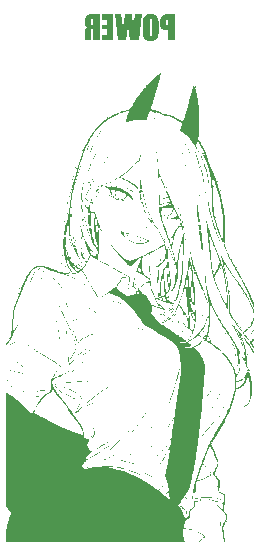
<source format=gbr>
%TF.GenerationSoftware,KiCad,Pcbnew,9.0.6*%
%TF.CreationDate,2025-12-19T19:37:15+11:00*%
%TF.ProjectId,Devboard,44657662-6f61-4726-942e-6b696361645f,rev?*%
%TF.SameCoordinates,Original*%
%TF.FileFunction,Legend,Bot*%
%TF.FilePolarity,Positive*%
%FSLAX46Y46*%
G04 Gerber Fmt 4.6, Leading zero omitted, Abs format (unit mm)*
G04 Created by KiCad (PCBNEW 9.0.6) date 2025-12-19 19:37:15*
%MOMM*%
%LPD*%
G01*
G04 APERTURE LIST*
%ADD10C,0.100000*%
%ADD11C,0.000000*%
G04 APERTURE END LIST*
D10*
G36*
X164285205Y-98560000D02*
G01*
X163710013Y-98560000D01*
X163710013Y-97669002D01*
X163555652Y-97669002D01*
X163430275Y-97662398D01*
X163329957Y-97644375D01*
X163250348Y-97617100D01*
X163178319Y-97575854D01*
X163125833Y-97526415D01*
X163089759Y-97468234D01*
X163067861Y-97401427D01*
X163052165Y-97301953D01*
X163046039Y-97159511D01*
X163046039Y-96966926D01*
X163048109Y-96907086D01*
X163526953Y-96907086D01*
X163526953Y-97090757D01*
X163536634Y-97203512D01*
X163557728Y-97254521D01*
X163597106Y-97282732D01*
X163667637Y-97293845D01*
X163710013Y-97292501D01*
X163710013Y-96723293D01*
X163609212Y-96733951D01*
X163562491Y-96757854D01*
X163537982Y-96804184D01*
X163526953Y-96907086D01*
X163048109Y-96907086D01*
X163052750Y-96772881D01*
X163068632Y-96660279D01*
X163101786Y-96567825D01*
X163154727Y-96491629D01*
X163229869Y-96432435D01*
X163344626Y-96385017D01*
X163484566Y-96358807D01*
X163705983Y-96348136D01*
X164285205Y-96348136D01*
X164285205Y-98560000D01*
G37*
G36*
X162354996Y-96308566D02*
G01*
X162463595Y-96329470D01*
X162559263Y-96362791D01*
X162647906Y-96410523D01*
X162721799Y-96469116D01*
X162782623Y-96539012D01*
X162830486Y-96618569D01*
X162863110Y-96702691D01*
X162881053Y-96792536D01*
X162891912Y-96955686D01*
X162896685Y-97264780D01*
X162896685Y-97643356D01*
X162891648Y-97959396D01*
X162880321Y-98121706D01*
X162861815Y-98210044D01*
X162827954Y-98293976D01*
X162777861Y-98374619D01*
X162714773Y-98445176D01*
X162639454Y-98503073D01*
X162550348Y-98548886D01*
X162454447Y-98580506D01*
X162348621Y-98600106D01*
X162231367Y-98606894D01*
X162107732Y-98599583D01*
X161999133Y-98578720D01*
X161903471Y-98545467D01*
X161814825Y-98497664D01*
X161740931Y-98439029D01*
X161680111Y-98369124D01*
X161632261Y-98289564D01*
X161599679Y-98205444D01*
X161581803Y-98115600D01*
X161570859Y-97952449D01*
X161566050Y-97643356D01*
X161566050Y-97264780D01*
X161571087Y-96948740D01*
X161573321Y-96916734D01*
X162141242Y-96916734D01*
X162141242Y-97932662D01*
X162146743Y-98110423D01*
X162157728Y-98179836D01*
X162173377Y-98208705D01*
X162197456Y-98225604D01*
X162232833Y-98231737D01*
X162280794Y-98219858D01*
X162305983Y-98186674D01*
X162316276Y-98123746D01*
X162321615Y-97949026D01*
X162321615Y-96916734D01*
X162313322Y-96762843D01*
X162297679Y-96711203D01*
X162268762Y-96685252D01*
X162228681Y-96676399D01*
X162183766Y-96687584D01*
X162158339Y-96719385D01*
X162146891Y-96776067D01*
X162141242Y-96916734D01*
X161573321Y-96916734D01*
X161582414Y-96786430D01*
X161600923Y-96698095D01*
X161634785Y-96614205D01*
X161684874Y-96533639D01*
X161747973Y-96463017D01*
X161823293Y-96405123D01*
X161912386Y-96359371D01*
X162008293Y-96327684D01*
X162114118Y-96308043D01*
X162231367Y-96301242D01*
X162354996Y-96308566D01*
G37*
G36*
X159186270Y-96348136D02*
G01*
X159441748Y-98560000D01*
X160160432Y-98560000D01*
X160250337Y-98030733D01*
X160333967Y-97393618D01*
X160493824Y-98560000D01*
X161208356Y-98560000D01*
X161465177Y-96348136D01*
X160906350Y-96348136D01*
X160847609Y-97119822D01*
X160787526Y-97870990D01*
X160736804Y-97243089D01*
X160629012Y-96348136D01*
X160030617Y-96348136D01*
X159967725Y-97078056D01*
X159904954Y-97925701D01*
X159865577Y-97386729D01*
X159812195Y-96861015D01*
X159745097Y-96348136D01*
X159186270Y-96348136D01*
G37*
G36*
X159070132Y-96348136D02*
G01*
X158111113Y-96348136D01*
X158111113Y-96793635D01*
X158494940Y-96793635D01*
X158494940Y-97207871D01*
X158135659Y-97207871D01*
X158135659Y-97629923D01*
X158494940Y-97629923D01*
X158494940Y-98114501D01*
X158072766Y-98114501D01*
X158072766Y-98560000D01*
X159070132Y-98560000D01*
X159070132Y-96348136D01*
G37*
G36*
X157907536Y-98560000D02*
G01*
X157332344Y-98560000D01*
X157332344Y-97559581D01*
X157253683Y-97566005D01*
X157208780Y-97581361D01*
X157185554Y-97602079D01*
X157166928Y-97661634D01*
X157157466Y-97822752D01*
X157157466Y-98560000D01*
X156623307Y-98560000D01*
X156623307Y-97975160D01*
X156628280Y-97731860D01*
X156637718Y-97647142D01*
X156661180Y-97588168D01*
X156710746Y-97516350D01*
X156755383Y-97476681D01*
X156828411Y-97438360D01*
X156940212Y-97402655D01*
X156818139Y-97379967D01*
X156737811Y-97343520D01*
X156687543Y-97296409D01*
X156656255Y-97232537D01*
X156632844Y-97123704D01*
X156623307Y-96950317D01*
X156627012Y-96894263D01*
X157157466Y-96894263D01*
X157157466Y-97016018D01*
X157163848Y-97114861D01*
X157178372Y-97166208D01*
X157196423Y-97189064D01*
X157243458Y-97207685D01*
X157332344Y-97215687D01*
X157332344Y-96723293D01*
X157241841Y-96733119D01*
X157195080Y-96756144D01*
X157168890Y-96800230D01*
X157157466Y-96894263D01*
X156627012Y-96894263D01*
X156635688Y-96763024D01*
X156667821Y-96630665D01*
X156714166Y-96539623D01*
X156781850Y-96463516D01*
X156859502Y-96410939D01*
X156949127Y-96379521D01*
X157125889Y-96358045D01*
X157500383Y-96348136D01*
X157907536Y-96348136D01*
X157907536Y-98560000D01*
G37*
D11*
%TO.C,G\u002A\u002A\u002A*%
G36*
X150180502Y-139119309D02*
G01*
X150168655Y-139131156D01*
X150156808Y-139119309D01*
X150168655Y-139107462D01*
X150180502Y-139119309D01*
G37*
G36*
X150298972Y-138526959D02*
G01*
X150287125Y-138538806D01*
X150275278Y-138526959D01*
X150287125Y-138515112D01*
X150298972Y-138526959D01*
G37*
G36*
X150393749Y-138550653D02*
G01*
X150381902Y-138562500D01*
X150370054Y-138550653D01*
X150381902Y-138538806D01*
X150393749Y-138550653D01*
G37*
G36*
X150559607Y-121467257D02*
G01*
X150547760Y-121479104D01*
X150535913Y-121467257D01*
X150547760Y-121455410D01*
X150559607Y-121467257D01*
G37*
G36*
X150678077Y-120922295D02*
G01*
X150666230Y-120934142D01*
X150654383Y-120922295D01*
X150666230Y-120910448D01*
X150678077Y-120922295D01*
G37*
G36*
X150749159Y-125637406D02*
G01*
X150737312Y-125649253D01*
X150725465Y-125637406D01*
X150737312Y-125625559D01*
X150749159Y-125637406D01*
G37*
G36*
X151033487Y-119974533D02*
G01*
X151021640Y-119986380D01*
X151009793Y-119974533D01*
X151021640Y-119962686D01*
X151033487Y-119974533D01*
G37*
G36*
X151317816Y-119216324D02*
G01*
X151305969Y-119228171D01*
X151294122Y-119216324D01*
X151305969Y-119204477D01*
X151317816Y-119216324D01*
G37*
G36*
X151365204Y-124026212D02*
G01*
X151353357Y-124038059D01*
X151341510Y-124026212D01*
X151353357Y-124014365D01*
X151365204Y-124026212D01*
G37*
G36*
X151412592Y-124049906D02*
G01*
X151400745Y-124061753D01*
X151388898Y-124049906D01*
X151400745Y-124038059D01*
X151412592Y-124049906D01*
G37*
G36*
X151696920Y-118529198D02*
G01*
X151685073Y-118541045D01*
X151673226Y-118529198D01*
X151685073Y-118517350D01*
X151696920Y-118529198D01*
G37*
G36*
X151720614Y-118458115D02*
G01*
X151708767Y-118469962D01*
X151696920Y-118458115D01*
X151708767Y-118446268D01*
X151720614Y-118458115D01*
G37*
G36*
X151768002Y-126845802D02*
G01*
X151756155Y-126857649D01*
X151744308Y-126845802D01*
X151756155Y-126833955D01*
X151768002Y-126845802D01*
G37*
G36*
X151933860Y-118079011D02*
G01*
X151922013Y-118090858D01*
X151910166Y-118079011D01*
X151922013Y-118067164D01*
X151933860Y-118079011D01*
G37*
G36*
X152407741Y-129997108D02*
G01*
X152395894Y-130008955D01*
X152384047Y-129997108D01*
X152395894Y-129985261D01*
X152407741Y-129997108D01*
G37*
G36*
X152597293Y-129807556D02*
G01*
X152585446Y-129819403D01*
X152573599Y-129807556D01*
X152585446Y-129795709D01*
X152597293Y-129807556D01*
G37*
G36*
X152620987Y-130068190D02*
G01*
X152609140Y-130080037D01*
X152597293Y-130068190D01*
X152609140Y-130056343D01*
X152620987Y-130068190D01*
G37*
G36*
X152763152Y-129404757D02*
G01*
X152751304Y-129416604D01*
X152739457Y-129404757D01*
X152751304Y-129392910D01*
X152763152Y-129404757D01*
G37*
G36*
X152810540Y-129404757D02*
G01*
X152798693Y-129416604D01*
X152786846Y-129404757D01*
X152798693Y-129392910D01*
X152810540Y-129404757D01*
G37*
G36*
X153000092Y-129049347D02*
G01*
X152988245Y-129061194D01*
X152976398Y-129049347D01*
X152988245Y-129037500D01*
X153000092Y-129049347D01*
G37*
G36*
X153023786Y-130399906D02*
G01*
X153011939Y-130411753D01*
X153000092Y-130399906D01*
X153011939Y-130388059D01*
X153023786Y-130399906D01*
G37*
G36*
X153189644Y-117581436D02*
G01*
X153177797Y-117593283D01*
X153165950Y-117581436D01*
X153177797Y-117569589D01*
X153189644Y-117581436D01*
G37*
G36*
X153260726Y-128362220D02*
G01*
X153248879Y-128374067D01*
X153237032Y-128362220D01*
X153248879Y-128350373D01*
X153260726Y-128362220D01*
G37*
G36*
X153402890Y-130589459D02*
G01*
X153391043Y-130601306D01*
X153379196Y-130589459D01*
X153391043Y-130577612D01*
X153402890Y-130589459D01*
G37*
G36*
X153687219Y-118055317D02*
G01*
X153675372Y-118067164D01*
X153663525Y-118055317D01*
X153675372Y-118043470D01*
X153687219Y-118055317D01*
G37*
G36*
X153710913Y-118387033D02*
G01*
X153699066Y-118398880D01*
X153687219Y-118387033D01*
X153699066Y-118375186D01*
X153710913Y-118387033D01*
G37*
G36*
X153758301Y-117699906D02*
G01*
X153746454Y-117711753D01*
X153734607Y-117699906D01*
X153746454Y-117688059D01*
X153758301Y-117699906D01*
G37*
G36*
X153758301Y-118079011D02*
G01*
X153746454Y-118090858D01*
X153734607Y-118079011D01*
X153746454Y-118067164D01*
X153758301Y-118079011D01*
G37*
G36*
X154042629Y-128291138D02*
G01*
X154030782Y-128302985D01*
X154018935Y-128291138D01*
X154030782Y-128279291D01*
X154042629Y-128291138D01*
G37*
G36*
X154137405Y-123741884D02*
G01*
X154125558Y-123753731D01*
X154113711Y-123741884D01*
X154125558Y-123730037D01*
X154137405Y-123741884D01*
G37*
G36*
X154161099Y-118244869D02*
G01*
X154149252Y-118256716D01*
X154137405Y-118244869D01*
X154149252Y-118233022D01*
X154161099Y-118244869D01*
G37*
G36*
X154232181Y-118268563D02*
G01*
X154220334Y-118280410D01*
X154208487Y-118268563D01*
X154220334Y-118256716D01*
X154232181Y-118268563D01*
G37*
G36*
X154469122Y-119192630D02*
G01*
X154457275Y-119204477D01*
X154445428Y-119192630D01*
X154457275Y-119180783D01*
X154469122Y-119192630D01*
G37*
G36*
X154516510Y-118079011D02*
G01*
X154504663Y-118090858D01*
X154492816Y-118079011D01*
X154504663Y-118067164D01*
X154516510Y-118079011D01*
G37*
G36*
X154611286Y-117486660D02*
G01*
X154599439Y-117498507D01*
X154587592Y-117486660D01*
X154599439Y-117474813D01*
X154611286Y-117486660D01*
G37*
G36*
X154611286Y-118102705D02*
G01*
X154599439Y-118114552D01*
X154587592Y-118102705D01*
X154599439Y-118090858D01*
X154611286Y-118102705D01*
G37*
G36*
X154634980Y-119382183D02*
G01*
X154623133Y-119394030D01*
X154611286Y-119382183D01*
X154623133Y-119370336D01*
X154634980Y-119382183D01*
G37*
G36*
X154682368Y-115804384D02*
G01*
X154670521Y-115816231D01*
X154658674Y-115804384D01*
X154670521Y-115792537D01*
X154682368Y-115804384D01*
G37*
G36*
X154729756Y-117581436D02*
G01*
X154717909Y-117593283D01*
X154706062Y-117581436D01*
X154717909Y-117569589D01*
X154729756Y-117581436D01*
G37*
G36*
X154729756Y-119524347D02*
G01*
X154717909Y-119536194D01*
X154706062Y-119524347D01*
X154717909Y-119512500D01*
X154729756Y-119524347D01*
G37*
G36*
X154729756Y-129238899D02*
G01*
X154717909Y-129250746D01*
X154706062Y-129238899D01*
X154717909Y-129227052D01*
X154729756Y-129238899D01*
G37*
G36*
X154753450Y-113529757D02*
G01*
X154741603Y-113541604D01*
X154729756Y-113529757D01*
X154741603Y-113517910D01*
X154753450Y-113529757D01*
G37*
G36*
X154753450Y-114098414D02*
G01*
X154741603Y-114110261D01*
X154729756Y-114098414D01*
X154741603Y-114086567D01*
X154753450Y-114098414D01*
G37*
G36*
X154777144Y-114667071D02*
G01*
X154765297Y-114678918D01*
X154753450Y-114667071D01*
X154765297Y-114655224D01*
X154777144Y-114667071D01*
G37*
G36*
X154777144Y-117676212D02*
G01*
X154765297Y-117688059D01*
X154753450Y-117676212D01*
X154765297Y-117664365D01*
X154777144Y-117676212D01*
G37*
G36*
X154777144Y-129191511D02*
G01*
X154765297Y-129203358D01*
X154753450Y-129191511D01*
X154765297Y-129179664D01*
X154777144Y-129191511D01*
G37*
G36*
X154824532Y-119642817D02*
G01*
X154812685Y-119654664D01*
X154800838Y-119642817D01*
X154812685Y-119630970D01*
X154824532Y-119642817D01*
G37*
G36*
X154919308Y-112581996D02*
G01*
X154907461Y-112593843D01*
X154895614Y-112581996D01*
X154907461Y-112570149D01*
X154919308Y-112581996D01*
G37*
G36*
X154919308Y-112961100D02*
G01*
X154907461Y-112972948D01*
X154895614Y-112961100D01*
X154907461Y-112949253D01*
X154919308Y-112961100D01*
G37*
G36*
X154919308Y-117036474D02*
G01*
X154907461Y-117048321D01*
X154895614Y-117036474D01*
X154907461Y-117024627D01*
X154919308Y-117036474D01*
G37*
G36*
X154919308Y-119784981D02*
G01*
X154907461Y-119796828D01*
X154895614Y-119784981D01*
X154907461Y-119773134D01*
X154919308Y-119784981D01*
G37*
G36*
X154919308Y-129381063D02*
G01*
X154907461Y-129392910D01*
X154895614Y-129381063D01*
X154907461Y-129369216D01*
X154919308Y-129381063D01*
G37*
G36*
X154919308Y-129618003D02*
G01*
X154907461Y-129629850D01*
X154895614Y-129618003D01*
X154907461Y-129606156D01*
X154919308Y-129618003D01*
G37*
G36*
X154919308Y-131347668D02*
G01*
X154907461Y-131359515D01*
X154895614Y-131347668D01*
X154907461Y-131335821D01*
X154919308Y-131347668D01*
G37*
G36*
X154966696Y-117297108D02*
G01*
X154954849Y-117308955D01*
X154943002Y-117297108D01*
X154954849Y-117285261D01*
X154966696Y-117297108D01*
G37*
G36*
X154990390Y-112581996D02*
G01*
X154978543Y-112593843D01*
X154966696Y-112581996D01*
X154978543Y-112570149D01*
X154990390Y-112581996D01*
G37*
G36*
X155014084Y-117960541D02*
G01*
X155002237Y-117972388D01*
X154990390Y-117960541D01*
X155002237Y-117948694D01*
X155014084Y-117960541D01*
G37*
G36*
X155061472Y-113316511D02*
G01*
X155049625Y-113328358D01*
X155037778Y-113316511D01*
X155049625Y-113304664D01*
X155061472Y-113316511D01*
G37*
G36*
X155108860Y-111444683D02*
G01*
X155097013Y-111456530D01*
X155085166Y-111444683D01*
X155097013Y-111432836D01*
X155108860Y-111444683D01*
G37*
G36*
X155108860Y-113340205D02*
G01*
X155097013Y-113352052D01*
X155085166Y-113340205D01*
X155097013Y-113328358D01*
X155108860Y-113340205D01*
G37*
G36*
X155108860Y-117818377D02*
G01*
X155097013Y-117830224D01*
X155085166Y-117818377D01*
X155097013Y-117806530D01*
X155108860Y-117818377D01*
G37*
G36*
X155156249Y-112961100D02*
G01*
X155144402Y-112972948D01*
X155132554Y-112961100D01*
X155144402Y-112949253D01*
X155156249Y-112961100D01*
G37*
G36*
X155156249Y-118055317D02*
G01*
X155144402Y-118067164D01*
X155132554Y-118055317D01*
X155144402Y-118043470D01*
X155156249Y-118055317D01*
G37*
G36*
X155227331Y-111539459D02*
G01*
X155215484Y-111551306D01*
X155203637Y-111539459D01*
X155215484Y-111527612D01*
X155227331Y-111539459D01*
G37*
G36*
X155227331Y-118126399D02*
G01*
X155215484Y-118138246D01*
X155203637Y-118126399D01*
X155215484Y-118114552D01*
X155227331Y-118126399D01*
G37*
G36*
X155251025Y-116538899D02*
G01*
X155239178Y-116550746D01*
X155227331Y-116538899D01*
X155239178Y-116527052D01*
X155251025Y-116538899D01*
G37*
G36*
X155274719Y-116609981D02*
G01*
X155262872Y-116621828D01*
X155251025Y-116609981D01*
X155262872Y-116598134D01*
X155274719Y-116609981D01*
G37*
G36*
X155274719Y-117936847D02*
G01*
X155262872Y-117948694D01*
X155251025Y-117936847D01*
X155262872Y-117925000D01*
X155274719Y-117936847D01*
G37*
G36*
X155298413Y-116681063D02*
G01*
X155286566Y-116692910D01*
X155274719Y-116681063D01*
X155286566Y-116669216D01*
X155298413Y-116681063D01*
G37*
G36*
X155298413Y-118150093D02*
G01*
X155286566Y-118161940D01*
X155274719Y-118150093D01*
X155286566Y-118138246D01*
X155298413Y-118150093D01*
G37*
G36*
X155322107Y-116728451D02*
G01*
X155310260Y-116740298D01*
X155298413Y-116728451D01*
X155310260Y-116716604D01*
X155322107Y-116728451D01*
G37*
G36*
X155322107Y-129997108D02*
G01*
X155310260Y-130008955D01*
X155298413Y-129997108D01*
X155310260Y-129985261D01*
X155322107Y-129997108D01*
G37*
G36*
X155369495Y-118197481D02*
G01*
X155357648Y-118209328D01*
X155345801Y-118197481D01*
X155357648Y-118185634D01*
X155369495Y-118197481D01*
G37*
G36*
X155393189Y-116846921D02*
G01*
X155381342Y-116858768D01*
X155369495Y-116846921D01*
X155381342Y-116835074D01*
X155393189Y-116846921D01*
G37*
G36*
X155416883Y-118244869D02*
G01*
X155405036Y-118256716D01*
X155393189Y-118244869D01*
X155405036Y-118233022D01*
X155416883Y-118244869D01*
G37*
G36*
X155487965Y-111634235D02*
G01*
X155476118Y-111646082D01*
X155464271Y-111634235D01*
X155476118Y-111622388D01*
X155487965Y-111634235D01*
G37*
G36*
X155487965Y-126703638D02*
G01*
X155476118Y-126715485D01*
X155464271Y-126703638D01*
X155476118Y-126691791D01*
X155487965Y-126703638D01*
G37*
G36*
X155559047Y-110496921D02*
G01*
X155547200Y-110508768D01*
X155535353Y-110496921D01*
X155547200Y-110485074D01*
X155559047Y-110496921D01*
G37*
G36*
X155559047Y-117510354D02*
G01*
X155547200Y-117522201D01*
X155535353Y-117510354D01*
X155547200Y-117498507D01*
X155559047Y-117510354D01*
G37*
G36*
X155653823Y-124310541D02*
G01*
X155641976Y-124322388D01*
X155630129Y-124310541D01*
X155641976Y-124298694D01*
X155653823Y-124310541D01*
G37*
G36*
X155677517Y-117699906D02*
G01*
X155665670Y-117711753D01*
X155653823Y-117699906D01*
X155665670Y-117688059D01*
X155677517Y-117699906D01*
G37*
G36*
X155677517Y-130470989D02*
G01*
X155665670Y-130482836D01*
X155653823Y-130470989D01*
X155665670Y-130459142D01*
X155677517Y-130470989D01*
G37*
G36*
X155701211Y-116159795D02*
G01*
X155689364Y-116171642D01*
X155677517Y-116159795D01*
X155689364Y-116147948D01*
X155701211Y-116159795D01*
G37*
G36*
X155724905Y-117676212D02*
G01*
X155713058Y-117688059D01*
X155701211Y-117676212D01*
X155713058Y-117664365D01*
X155724905Y-117676212D01*
G37*
G36*
X155724905Y-117747295D02*
G01*
X155713058Y-117759142D01*
X155701211Y-117747295D01*
X155713058Y-117735448D01*
X155724905Y-117747295D01*
G37*
G36*
X155748599Y-111160354D02*
G01*
X155736752Y-111172201D01*
X155724905Y-111160354D01*
X155736752Y-111148507D01*
X155748599Y-111160354D01*
G37*
G36*
X155772293Y-117699906D02*
G01*
X155760446Y-117711753D01*
X155748599Y-117699906D01*
X155760446Y-117688059D01*
X155772293Y-117699906D01*
G37*
G36*
X155843375Y-117889459D02*
G01*
X155831528Y-117901306D01*
X155819681Y-117889459D01*
X155831528Y-117877612D01*
X155843375Y-117889459D01*
G37*
G36*
X155867069Y-127011660D02*
G01*
X155855222Y-127023507D01*
X155843375Y-127011660D01*
X155855222Y-126999813D01*
X155867069Y-127011660D01*
G37*
G36*
X155914457Y-109359608D02*
G01*
X155902610Y-109371455D01*
X155890763Y-109359608D01*
X155902610Y-109347761D01*
X155914457Y-109359608D01*
G37*
G36*
X155938152Y-115828078D02*
G01*
X155926304Y-115839925D01*
X155914457Y-115828078D01*
X155926304Y-115816231D01*
X155938152Y-115828078D01*
G37*
G36*
X155938152Y-118789832D02*
G01*
X155926304Y-118801679D01*
X155914457Y-118789832D01*
X155926304Y-118777985D01*
X155938152Y-118789832D01*
G37*
G36*
X155961846Y-131726772D02*
G01*
X155949999Y-131738619D01*
X155938152Y-131726772D01*
X155949999Y-131714925D01*
X155961846Y-131726772D01*
G37*
G36*
X155985540Y-117865765D02*
G01*
X155973693Y-117877612D01*
X155961846Y-117865765D01*
X155973693Y-117853918D01*
X155985540Y-117865765D01*
G37*
G36*
X155985540Y-118813526D02*
G01*
X155973693Y-118825373D01*
X155961846Y-118813526D01*
X155973693Y-118801679D01*
X155985540Y-118813526D01*
G37*
G36*
X156009234Y-116159795D02*
G01*
X155997387Y-116171642D01*
X155985540Y-116159795D01*
X155997387Y-116147948D01*
X156009234Y-116159795D01*
G37*
G36*
X156032928Y-117913153D02*
G01*
X156021081Y-117925000D01*
X156009234Y-117913153D01*
X156021081Y-117901306D01*
X156032928Y-117913153D01*
G37*
G36*
X156032928Y-118837220D02*
G01*
X156021081Y-118849067D01*
X156009234Y-118837220D01*
X156021081Y-118825373D01*
X156032928Y-118837220D01*
G37*
G36*
X156032928Y-126964272D02*
G01*
X156021081Y-126976119D01*
X156009234Y-126964272D01*
X156021081Y-126952425D01*
X156032928Y-126964272D01*
G37*
G36*
X156104010Y-108885727D02*
G01*
X156092163Y-108897574D01*
X156080316Y-108885727D01*
X156092163Y-108873880D01*
X156104010Y-108885727D01*
G37*
G36*
X156104010Y-118884608D02*
G01*
X156092163Y-118896455D01*
X156080316Y-118884608D01*
X156092163Y-118872761D01*
X156104010Y-118884608D01*
G37*
G36*
X156127704Y-131134421D02*
G01*
X156115857Y-131146268D01*
X156104010Y-131134421D01*
X156115857Y-131122574D01*
X156127704Y-131134421D01*
G37*
G36*
X156175092Y-128551772D02*
G01*
X156163245Y-128563619D01*
X156151398Y-128551772D01*
X156163245Y-128539925D01*
X156175092Y-128551772D01*
G37*
G36*
X156246174Y-120661660D02*
G01*
X156234327Y-120673507D01*
X156222480Y-120661660D01*
X156234327Y-120649813D01*
X156246174Y-120661660D01*
G37*
G36*
X156317256Y-120709048D02*
G01*
X156305409Y-120720895D01*
X156293562Y-120709048D01*
X156305409Y-120697201D01*
X156317256Y-120709048D01*
G37*
G36*
X156435726Y-120803824D02*
G01*
X156423879Y-120815671D01*
X156412032Y-120803824D01*
X156423879Y-120791977D01*
X156435726Y-120803824D01*
G37*
G36*
X156483114Y-119121548D02*
G01*
X156471267Y-119133395D01*
X156459420Y-119121548D01*
X156471267Y-119109701D01*
X156483114Y-119121548D01*
G37*
G36*
X156483114Y-120827518D02*
G01*
X156471267Y-120839365D01*
X156459420Y-120827518D01*
X156471267Y-120815671D01*
X156483114Y-120827518D01*
G37*
G36*
X156506808Y-107748414D02*
G01*
X156494961Y-107760261D01*
X156483114Y-107748414D01*
X156494961Y-107736567D01*
X156506808Y-107748414D01*
G37*
G36*
X156554196Y-107653638D02*
G01*
X156542349Y-107665485D01*
X156530502Y-107653638D01*
X156542349Y-107641791D01*
X156554196Y-107653638D01*
G37*
G36*
X156601584Y-110591698D02*
G01*
X156589737Y-110603545D01*
X156577890Y-110591698D01*
X156589737Y-110579850D01*
X156601584Y-110591698D01*
G37*
G36*
X156625278Y-110544309D02*
G01*
X156613431Y-110556156D01*
X156601584Y-110544309D01*
X156613431Y-110532462D01*
X156625278Y-110544309D01*
G37*
G36*
X156648972Y-107464086D02*
G01*
X156637125Y-107475933D01*
X156625278Y-107464086D01*
X156637125Y-107452239D01*
X156648972Y-107464086D01*
G37*
G36*
X156672666Y-110496921D02*
G01*
X156660819Y-110508768D01*
X156648972Y-110496921D01*
X156660819Y-110485074D01*
X156672666Y-110496921D01*
G37*
G36*
X156672666Y-120969683D02*
G01*
X156660819Y-120981530D01*
X156648972Y-120969683D01*
X156660819Y-120957836D01*
X156672666Y-120969683D01*
G37*
G36*
X156743749Y-115425280D02*
G01*
X156731902Y-115437127D01*
X156720054Y-115425280D01*
X156731902Y-115413433D01*
X156743749Y-115425280D01*
G37*
G36*
X156791137Y-112250280D02*
G01*
X156779290Y-112262127D01*
X156767443Y-112250280D01*
X156779290Y-112238433D01*
X156791137Y-112250280D01*
G37*
G36*
X156791137Y-121040765D02*
G01*
X156779290Y-121052612D01*
X156767443Y-121040765D01*
X156779290Y-121028918D01*
X156791137Y-121040765D01*
G37*
G36*
X156814831Y-112297668D02*
G01*
X156802984Y-112309515D01*
X156791137Y-112297668D01*
X156802984Y-112285821D01*
X156814831Y-112297668D01*
G37*
G36*
X156838525Y-107084981D02*
G01*
X156826678Y-107096828D01*
X156814831Y-107084981D01*
X156826678Y-107073134D01*
X156838525Y-107084981D01*
G37*
G36*
X156862219Y-112368750D02*
G01*
X156850372Y-112380597D01*
X156838525Y-112368750D01*
X156850372Y-112356903D01*
X156862219Y-112368750D01*
G37*
G36*
X156885913Y-110283675D02*
G01*
X156874066Y-110295522D01*
X156862219Y-110283675D01*
X156874066Y-110271828D01*
X156885913Y-110283675D01*
G37*
G36*
X156909607Y-119382183D02*
G01*
X156897760Y-119394030D01*
X156885913Y-119382183D01*
X156897760Y-119370336D01*
X156909607Y-119382183D01*
G37*
G36*
X156933301Y-108577705D02*
G01*
X156921454Y-108589552D01*
X156909607Y-108577705D01*
X156921454Y-108565858D01*
X156933301Y-108577705D01*
G37*
G36*
X156933301Y-110236287D02*
G01*
X156921454Y-110248134D01*
X156909607Y-110236287D01*
X156921454Y-110224440D01*
X156933301Y-110236287D01*
G37*
G36*
X156956995Y-115804384D02*
G01*
X156945148Y-115816231D01*
X156933301Y-115804384D01*
X156945148Y-115792537D01*
X156956995Y-115804384D01*
G37*
G36*
X156956995Y-116918003D02*
G01*
X156945148Y-116929850D01*
X156933301Y-116918003D01*
X156945148Y-116906156D01*
X156956995Y-116918003D01*
G37*
G36*
X156980689Y-110188899D02*
G01*
X156968842Y-110200746D01*
X156956995Y-110188899D01*
X156968842Y-110177052D01*
X156980689Y-110188899D01*
G37*
G36*
X157004383Y-119429571D02*
G01*
X156992536Y-119441418D01*
X156980689Y-119429571D01*
X156992536Y-119417724D01*
X157004383Y-119429571D01*
G37*
G36*
X157075465Y-108127518D02*
G01*
X157063618Y-108139365D01*
X157051771Y-108127518D01*
X157063618Y-108115671D01*
X157075465Y-108127518D01*
G37*
G36*
X157122853Y-121277705D02*
G01*
X157111006Y-121289552D01*
X157099159Y-121277705D01*
X157111006Y-121265858D01*
X157122853Y-121277705D01*
G37*
G36*
X157122853Y-130944869D02*
G01*
X157111006Y-130956716D01*
X157099159Y-130944869D01*
X157111006Y-130933022D01*
X157122853Y-130944869D01*
G37*
G36*
X157146547Y-116373041D02*
G01*
X157134700Y-116384888D01*
X157122853Y-116373041D01*
X157134700Y-116361194D01*
X157146547Y-116373041D01*
G37*
G36*
X157170241Y-119548041D02*
G01*
X157158394Y-119559888D01*
X157146547Y-119548041D01*
X157158394Y-119536194D01*
X157170241Y-119548041D01*
G37*
G36*
X157170241Y-132153265D02*
G01*
X157158394Y-132165112D01*
X157146547Y-132153265D01*
X157158394Y-132141418D01*
X157170241Y-132153265D01*
G37*
G36*
X157193935Y-106326772D02*
G01*
X157182088Y-106338619D01*
X157170241Y-106326772D01*
X157182088Y-106314925D01*
X157193935Y-106326772D01*
G37*
G36*
X157193935Y-106445242D02*
G01*
X157182088Y-106457089D01*
X157170241Y-106445242D01*
X157182088Y-106433395D01*
X157193935Y-106445242D01*
G37*
G36*
X157193935Y-107013899D02*
G01*
X157182088Y-107025746D01*
X157170241Y-107013899D01*
X157182088Y-107002052D01*
X157193935Y-107013899D01*
G37*
G36*
X157217629Y-106966511D02*
G01*
X157205782Y-106978358D01*
X157193935Y-106966511D01*
X157205782Y-106954664D01*
X157217629Y-106966511D01*
G37*
G36*
X157217629Y-132176959D02*
G01*
X157205782Y-132188806D01*
X157193935Y-132176959D01*
X157205782Y-132165112D01*
X157217629Y-132176959D01*
G37*
G36*
X157241323Y-106374160D02*
G01*
X157229476Y-106386007D01*
X157217629Y-106374160D01*
X157229476Y-106362313D01*
X157241323Y-106374160D01*
G37*
G36*
X157265017Y-106895429D02*
G01*
X157253170Y-106907276D01*
X157241323Y-106895429D01*
X157253170Y-106883582D01*
X157265017Y-106895429D01*
G37*
G36*
X157312405Y-106800653D02*
G01*
X157300558Y-106812500D01*
X157288711Y-106800653D01*
X157300558Y-106788806D01*
X157312405Y-106800653D01*
G37*
G36*
X157359793Y-119974533D02*
G01*
X157347946Y-119986380D01*
X157336099Y-119974533D01*
X157347946Y-119962686D01*
X157359793Y-119974533D01*
G37*
G36*
X157383487Y-107250839D02*
G01*
X157371640Y-107262686D01*
X157359793Y-107250839D01*
X157371640Y-107238992D01*
X157383487Y-107250839D01*
G37*
G36*
X157383487Y-124452705D02*
G01*
X157371640Y-124464552D01*
X157359793Y-124452705D01*
X157371640Y-124440858D01*
X157383487Y-124452705D01*
G37*
G36*
X157430875Y-121490951D02*
G01*
X157419028Y-121502798D01*
X157407181Y-121490951D01*
X157419028Y-121479104D01*
X157430875Y-121490951D01*
G37*
G36*
X157454569Y-107084981D02*
G01*
X157442722Y-107096828D01*
X157430875Y-107084981D01*
X157442722Y-107073134D01*
X157454569Y-107084981D01*
G37*
G36*
X157525652Y-106942817D02*
G01*
X157513804Y-106954664D01*
X157501957Y-106942817D01*
X157513804Y-106930970D01*
X157525652Y-106942817D01*
G37*
G36*
X157549346Y-106895429D02*
G01*
X157537499Y-106907276D01*
X157525652Y-106895429D01*
X157537499Y-106883582D01*
X157549346Y-106895429D01*
G37*
G36*
X157549346Y-115804384D02*
G01*
X157537499Y-115816231D01*
X157525652Y-115804384D01*
X157537499Y-115792537D01*
X157549346Y-115804384D01*
G37*
G36*
X157573040Y-105947668D02*
G01*
X157561193Y-105959515D01*
X157549346Y-105947668D01*
X157561193Y-105935821D01*
X157573040Y-105947668D01*
G37*
G36*
X157573040Y-111373600D02*
G01*
X157561193Y-111385448D01*
X157549346Y-111373600D01*
X157561193Y-111361753D01*
X157573040Y-111373600D01*
G37*
G36*
X157573040Y-128859795D02*
G01*
X157561193Y-128871642D01*
X157549346Y-128859795D01*
X157561193Y-128847948D01*
X157573040Y-128859795D01*
G37*
G36*
X157596734Y-111705317D02*
G01*
X157584887Y-111717164D01*
X157573040Y-111705317D01*
X157584887Y-111693470D01*
X157596734Y-111705317D01*
G37*
G36*
X157620428Y-106753265D02*
G01*
X157608581Y-106765112D01*
X157596734Y-106753265D01*
X157608581Y-106741418D01*
X157620428Y-106753265D01*
G37*
G36*
X157620428Y-108103824D02*
G01*
X157608581Y-108115671D01*
X157596734Y-108103824D01*
X157608581Y-108091977D01*
X157620428Y-108103824D01*
G37*
G36*
X157620428Y-133148414D02*
G01*
X157608581Y-133160261D01*
X157596734Y-133148414D01*
X157608581Y-133136567D01*
X157620428Y-133148414D01*
G37*
G36*
X157644122Y-106705877D02*
G01*
X157632275Y-106717724D01*
X157620428Y-106705877D01*
X157632275Y-106694030D01*
X157644122Y-106705877D01*
G37*
G36*
X157644122Y-116965392D02*
G01*
X157632275Y-116977239D01*
X157620428Y-116965392D01*
X157632275Y-116953545D01*
X157644122Y-116965392D01*
G37*
G36*
X157667816Y-133124720D02*
G01*
X157655969Y-133136567D01*
X157644122Y-133124720D01*
X157655969Y-133112873D01*
X157667816Y-133124720D01*
G37*
G36*
X157691510Y-106753265D02*
G01*
X157679663Y-106765112D01*
X157667816Y-106753265D01*
X157679663Y-106741418D01*
X157691510Y-106753265D01*
G37*
G36*
X157738898Y-121680503D02*
G01*
X157727051Y-121692350D01*
X157715204Y-121680503D01*
X157727051Y-121668656D01*
X157738898Y-121680503D01*
G37*
G36*
X157738898Y-123268003D02*
G01*
X157727051Y-123279850D01*
X157715204Y-123268003D01*
X157727051Y-123256156D01*
X157738898Y-123268003D01*
G37*
G36*
X157738898Y-134333115D02*
G01*
X157727051Y-134344962D01*
X157715204Y-134333115D01*
X157727051Y-134321268D01*
X157738898Y-134333115D01*
G37*
G36*
X157762592Y-106492630D02*
G01*
X157750745Y-106504477D01*
X157738898Y-106492630D01*
X157750745Y-106480783D01*
X157762592Y-106492630D01*
G37*
G36*
X157762592Y-107890578D02*
G01*
X157750745Y-107902425D01*
X157738898Y-107890578D01*
X157750745Y-107878731D01*
X157762592Y-107890578D01*
G37*
G36*
X157762592Y-109786100D02*
G01*
X157750745Y-109797948D01*
X157738898Y-109786100D01*
X157750745Y-109774253D01*
X157762592Y-109786100D01*
G37*
G36*
X157762592Y-110568003D02*
G01*
X157750745Y-110579850D01*
X157738898Y-110568003D01*
X157750745Y-110556156D01*
X157762592Y-110568003D01*
G37*
G36*
X157762592Y-129167817D02*
G01*
X157750745Y-129179664D01*
X157738898Y-129167817D01*
X157750745Y-129155970D01*
X157762592Y-129167817D01*
G37*
G36*
X157786286Y-109738712D02*
G01*
X157774439Y-109750559D01*
X157762592Y-109738712D01*
X157774439Y-109726865D01*
X157786286Y-109738712D01*
G37*
G36*
X157786286Y-121727892D02*
G01*
X157774439Y-121739739D01*
X157762592Y-121727892D01*
X157774439Y-121716045D01*
X157786286Y-121727892D01*
G37*
G36*
X157809980Y-107819496D02*
G01*
X157798133Y-107831343D01*
X157786286Y-107819496D01*
X157798133Y-107807649D01*
X157809980Y-107819496D01*
G37*
G36*
X157809980Y-111420989D02*
G01*
X157798133Y-111432836D01*
X157786286Y-111420989D01*
X157798133Y-111409142D01*
X157809980Y-111420989D01*
G37*
G36*
X157833674Y-106492630D02*
G01*
X157821827Y-106504477D01*
X157809980Y-106492630D01*
X157821827Y-106480783D01*
X157833674Y-106492630D01*
G37*
G36*
X157904756Y-109525466D02*
G01*
X157892909Y-109537313D01*
X157881062Y-109525466D01*
X157892909Y-109513619D01*
X157904756Y-109525466D01*
G37*
G36*
X157904756Y-121798974D02*
G01*
X157892909Y-121810821D01*
X157881062Y-121798974D01*
X157892909Y-121787127D01*
X157904756Y-121798974D01*
G37*
G36*
X157928450Y-109478078D02*
G01*
X157916603Y-109489925D01*
X157904756Y-109478078D01*
X157916603Y-109466231D01*
X157928450Y-109478078D01*
G37*
G36*
X157928450Y-110544309D02*
G01*
X157916603Y-110556156D01*
X157904756Y-110544309D01*
X157916603Y-110532462D01*
X157928450Y-110544309D01*
G37*
G36*
X157952144Y-120401026D02*
G01*
X157940297Y-120412873D01*
X157928450Y-120401026D01*
X157940297Y-120389179D01*
X157952144Y-120401026D01*
G37*
G36*
X157975838Y-121846362D02*
G01*
X157963991Y-121858209D01*
X157952144Y-121846362D01*
X157963991Y-121834515D01*
X157975838Y-121846362D01*
G37*
G36*
X158023226Y-109288526D02*
G01*
X158011379Y-109300373D01*
X157999532Y-109288526D01*
X158011379Y-109276679D01*
X158023226Y-109288526D01*
G37*
G36*
X158023226Y-121870056D02*
G01*
X158011379Y-121881903D01*
X157999532Y-121870056D01*
X158011379Y-121858209D01*
X158023226Y-121870056D01*
G37*
G36*
X158070614Y-114643377D02*
G01*
X158058767Y-114655224D01*
X158046920Y-114643377D01*
X158058767Y-114631530D01*
X158070614Y-114643377D01*
G37*
G36*
X158118002Y-109264832D02*
G01*
X158106155Y-109276679D01*
X158094308Y-109264832D01*
X158106155Y-109252985D01*
X158118002Y-109264832D01*
G37*
G36*
X158118002Y-110496921D02*
G01*
X158106155Y-110508768D01*
X158094308Y-110496921D01*
X158106155Y-110485074D01*
X158118002Y-110496921D01*
G37*
G36*
X158141696Y-107321921D02*
G01*
X158129849Y-107333768D01*
X158118002Y-107321921D01*
X158129849Y-107310074D01*
X158141696Y-107321921D01*
G37*
G36*
X158141696Y-109217444D02*
G01*
X158129849Y-109229291D01*
X158118002Y-109217444D01*
X158129849Y-109205597D01*
X158141696Y-109217444D01*
G37*
G36*
X158141696Y-110686474D02*
G01*
X158129849Y-110698321D01*
X158118002Y-110686474D01*
X158129849Y-110674627D01*
X158141696Y-110686474D01*
G37*
G36*
X158141696Y-121941138D02*
G01*
X158129849Y-121952985D01*
X158118002Y-121941138D01*
X158129849Y-121929291D01*
X158141696Y-121941138D01*
G37*
G36*
X158189084Y-121964832D02*
G01*
X158177237Y-121976679D01*
X158165390Y-121964832D01*
X158177237Y-121952985D01*
X158189084Y-121964832D01*
G37*
G36*
X158212778Y-107250839D02*
G01*
X158200931Y-107262686D01*
X158189084Y-107250839D01*
X158200931Y-107238992D01*
X158212778Y-107250839D01*
G37*
G36*
X158260166Y-105876586D02*
G01*
X158248319Y-105888433D01*
X158236472Y-105876586D01*
X158248319Y-105864739D01*
X158260166Y-105876586D01*
G37*
G36*
X158260166Y-110639086D02*
G01*
X158248319Y-110650933D01*
X158236472Y-110639086D01*
X158248319Y-110627239D01*
X158260166Y-110639086D01*
G37*
G36*
X158260166Y-122012220D02*
G01*
X158248319Y-122024067D01*
X158236472Y-122012220D01*
X158248319Y-122000373D01*
X158260166Y-122012220D01*
G37*
G36*
X158307554Y-108956809D02*
G01*
X158295707Y-108968656D01*
X158283860Y-108956809D01*
X158295707Y-108944962D01*
X158307554Y-108956809D01*
G37*
G36*
X158307554Y-122035914D02*
G01*
X158295707Y-122047761D01*
X158283860Y-122035914D01*
X158295707Y-122024067D01*
X158307554Y-122035914D01*
G37*
G36*
X158331249Y-105260541D02*
G01*
X158319402Y-105272388D01*
X158307554Y-105260541D01*
X158319402Y-105248694D01*
X158331249Y-105260541D01*
G37*
G36*
X158331249Y-107084981D02*
G01*
X158319402Y-107096828D01*
X158307554Y-107084981D01*
X158319402Y-107073134D01*
X158331249Y-107084981D01*
G37*
G36*
X158331249Y-108885727D02*
G01*
X158319402Y-108897574D01*
X158307554Y-108885727D01*
X158319402Y-108873880D01*
X158331249Y-108885727D01*
G37*
G36*
X158378637Y-110568003D02*
G01*
X158366790Y-110579850D01*
X158354943Y-110568003D01*
X158366790Y-110556156D01*
X158378637Y-110568003D01*
G37*
G36*
X158426025Y-108672481D02*
G01*
X158414178Y-108684328D01*
X158402331Y-108672481D01*
X158414178Y-108660634D01*
X158426025Y-108672481D01*
G37*
G36*
X158520801Y-105615951D02*
G01*
X158508954Y-105627798D01*
X158497107Y-105615951D01*
X158508954Y-105604104D01*
X158520801Y-105615951D01*
G37*
G36*
X158568189Y-105070989D02*
G01*
X158556342Y-105082836D01*
X158544495Y-105070989D01*
X158556342Y-105059142D01*
X158568189Y-105070989D01*
G37*
G36*
X158639271Y-110591698D02*
G01*
X158627424Y-110603545D01*
X158615577Y-110591698D01*
X158627424Y-110579850D01*
X158639271Y-110591698D01*
G37*
G36*
X158686659Y-111444683D02*
G01*
X158674812Y-111456530D01*
X158662965Y-111444683D01*
X158674812Y-111432836D01*
X158686659Y-111444683D01*
G37*
G36*
X158710353Y-110354757D02*
G01*
X158698506Y-110366604D01*
X158686659Y-110354757D01*
X158698506Y-110342910D01*
X158710353Y-110354757D01*
G37*
G36*
X158734047Y-108222295D02*
G01*
X158722200Y-108234142D01*
X158710353Y-108222295D01*
X158722200Y-108210448D01*
X158734047Y-108222295D01*
G37*
G36*
X158734047Y-115614832D02*
G01*
X158722200Y-115626679D01*
X158710353Y-115614832D01*
X158722200Y-115602985D01*
X158734047Y-115614832D01*
G37*
G36*
X158734047Y-132864086D02*
G01*
X158722200Y-132875933D01*
X158710353Y-132864086D01*
X158722200Y-132852239D01*
X158734047Y-132864086D01*
G37*
G36*
X158757741Y-104999906D02*
G01*
X158745894Y-105011753D01*
X158734047Y-104999906D01*
X158745894Y-104988059D01*
X158757741Y-104999906D01*
G37*
G36*
X158757741Y-108174906D02*
G01*
X158745894Y-108186753D01*
X158734047Y-108174906D01*
X158745894Y-108163059D01*
X158757741Y-108174906D01*
G37*
G36*
X158781435Y-115685914D02*
G01*
X158769588Y-115697761D01*
X158757741Y-115685914D01*
X158769588Y-115674067D01*
X158781435Y-115685914D01*
G37*
G36*
X158781435Y-132840392D02*
G01*
X158769588Y-132852239D01*
X158757741Y-132840392D01*
X158769588Y-132828545D01*
X158781435Y-132840392D01*
G37*
G36*
X158876211Y-110236287D02*
G01*
X158864364Y-110248134D01*
X158852517Y-110236287D01*
X158864364Y-110224440D01*
X158876211Y-110236287D01*
G37*
G36*
X158876211Y-111800093D02*
G01*
X158864364Y-111811940D01*
X158852517Y-111800093D01*
X158864364Y-111788246D01*
X158876211Y-111800093D01*
G37*
G36*
X158876211Y-127793563D02*
G01*
X158864364Y-127805410D01*
X158852517Y-127793563D01*
X158864364Y-127781716D01*
X158876211Y-127793563D01*
G37*
G36*
X158899905Y-130684235D02*
G01*
X158888058Y-130696082D01*
X158876211Y-130684235D01*
X158888058Y-130672388D01*
X158899905Y-130684235D01*
G37*
G36*
X158970987Y-111823787D02*
G01*
X158959140Y-111835634D01*
X158947293Y-111823787D01*
X158959140Y-111811940D01*
X158970987Y-111823787D01*
G37*
G36*
X159018375Y-107819496D02*
G01*
X159006528Y-107831343D01*
X158994681Y-107819496D01*
X159006528Y-107807649D01*
X159018375Y-107819496D01*
G37*
G36*
X159089457Y-104810354D02*
G01*
X159077610Y-104822201D01*
X159065763Y-104810354D01*
X159077610Y-104798507D01*
X159089457Y-104810354D01*
G37*
G36*
X159136846Y-110236287D02*
G01*
X159124999Y-110248134D01*
X159113152Y-110236287D01*
X159124999Y-110224440D01*
X159136846Y-110236287D01*
G37*
G36*
X159184234Y-111823787D02*
G01*
X159172387Y-111835634D01*
X159160540Y-111823787D01*
X159172387Y-111811940D01*
X159184234Y-111823787D01*
G37*
G36*
X159207928Y-107558862D02*
G01*
X159196081Y-107570709D01*
X159184234Y-107558862D01*
X159196081Y-107547015D01*
X159207928Y-107558862D01*
G37*
G36*
X159255316Y-107511474D02*
G01*
X159243469Y-107523321D01*
X159231622Y-107511474D01*
X159243469Y-107499627D01*
X159255316Y-107511474D01*
G37*
G36*
X159255316Y-110141511D02*
G01*
X159243469Y-110153358D01*
X159231622Y-110141511D01*
X159243469Y-110129664D01*
X159255316Y-110141511D01*
G37*
G36*
X159255316Y-133598600D02*
G01*
X159243469Y-133610448D01*
X159231622Y-133598600D01*
X159243469Y-133586753D01*
X159255316Y-133598600D01*
G37*
G36*
X159279010Y-104691884D02*
G01*
X159267163Y-104703731D01*
X159255316Y-104691884D01*
X159267163Y-104680037D01*
X159279010Y-104691884D01*
G37*
G36*
X159326398Y-110094123D02*
G01*
X159314551Y-110105970D01*
X159302704Y-110094123D01*
X159314551Y-110082276D01*
X159326398Y-110094123D01*
G37*
G36*
X159373786Y-110070429D02*
G01*
X159361939Y-110082276D01*
X159350092Y-110070429D01*
X159361939Y-110058582D01*
X159373786Y-110070429D01*
G37*
G36*
X159444868Y-109999347D02*
G01*
X159433021Y-110011194D01*
X159421174Y-109999347D01*
X159433021Y-109987500D01*
X159444868Y-109999347D01*
G37*
G36*
X159468562Y-104644496D02*
G01*
X159456715Y-104656343D01*
X159444868Y-104644496D01*
X159456715Y-104632649D01*
X159468562Y-104644496D01*
G37*
G36*
X159539644Y-104620802D02*
G01*
X159527797Y-104632649D01*
X159515950Y-104620802D01*
X159527797Y-104608955D01*
X159539644Y-104620802D01*
G37*
G36*
X159681808Y-111634235D02*
G01*
X159669961Y-111646082D01*
X159658114Y-111634235D01*
X159669961Y-111622388D01*
X159681808Y-111634235D01*
G37*
G36*
X159823972Y-104502332D02*
G01*
X159812125Y-104514179D01*
X159800278Y-104502332D01*
X159812125Y-104490485D01*
X159823972Y-104502332D01*
G37*
G36*
X159847666Y-133882929D02*
G01*
X159835819Y-133894776D01*
X159823972Y-133882929D01*
X159835819Y-133871082D01*
X159847666Y-133882929D01*
G37*
G36*
X159918749Y-105568563D02*
G01*
X159906902Y-105580410D01*
X159895054Y-105568563D01*
X159906902Y-105556716D01*
X159918749Y-105568563D01*
G37*
G36*
X160013525Y-133053638D02*
G01*
X160001678Y-133065485D01*
X159989831Y-133053638D01*
X160001678Y-133041791D01*
X160013525Y-133053638D01*
G37*
G36*
X160037219Y-110970802D02*
G01*
X160025372Y-110982649D01*
X160013525Y-110970802D01*
X160025372Y-110958955D01*
X160037219Y-110970802D01*
G37*
G36*
X160203077Y-132911474D02*
G01*
X160191230Y-132923321D01*
X160179383Y-132911474D01*
X160191230Y-132899627D01*
X160203077Y-132911474D01*
G37*
G36*
X160416323Y-104241698D02*
G01*
X160404476Y-104253545D01*
X160392629Y-104241698D01*
X160404476Y-104229850D01*
X160416323Y-104241698D01*
G37*
G36*
X160416323Y-112202892D02*
G01*
X160404476Y-112214739D01*
X160392629Y-112202892D01*
X160404476Y-112191045D01*
X160416323Y-112202892D01*
G37*
G36*
X160440017Y-115164645D02*
G01*
X160428170Y-115176492D01*
X160416323Y-115164645D01*
X160428170Y-115152798D01*
X160440017Y-115164645D01*
G37*
G36*
X160463711Y-104289086D02*
G01*
X160451864Y-104300933D01*
X160440017Y-104289086D01*
X160451864Y-104277239D01*
X160463711Y-104289086D01*
G37*
G36*
X160558487Y-131845242D02*
G01*
X160546640Y-131857089D01*
X160534793Y-131845242D01*
X160546640Y-131833395D01*
X160558487Y-131845242D01*
G37*
G36*
X160582181Y-122746735D02*
G01*
X160570334Y-122758582D01*
X160558487Y-122746735D01*
X160570334Y-122734888D01*
X160582181Y-122746735D01*
G37*
G36*
X160605875Y-115212033D02*
G01*
X160594028Y-115223880D01*
X160582181Y-115212033D01*
X160594028Y-115200186D01*
X160605875Y-115212033D01*
G37*
G36*
X160605875Y-131774160D02*
G01*
X160594028Y-131786007D01*
X160582181Y-131774160D01*
X160594028Y-131762313D01*
X160605875Y-131774160D01*
G37*
G36*
X160653263Y-131323974D02*
G01*
X160641416Y-131335821D01*
X160629569Y-131323974D01*
X160641416Y-131312127D01*
X160653263Y-131323974D01*
G37*
G36*
X160676957Y-131703078D02*
G01*
X160665110Y-131714925D01*
X160653263Y-131703078D01*
X160665110Y-131691231D01*
X160676957Y-131703078D01*
G37*
G36*
X160700652Y-103862593D02*
G01*
X160688804Y-103874440D01*
X160676957Y-103862593D01*
X160688804Y-103850746D01*
X160700652Y-103862593D01*
G37*
G36*
X160700652Y-131655690D02*
G01*
X160688804Y-131667537D01*
X160676957Y-131655690D01*
X160688804Y-131643843D01*
X160700652Y-131655690D01*
G37*
G36*
X160748040Y-111871175D02*
G01*
X160736193Y-111883022D01*
X160724346Y-111871175D01*
X160736193Y-111859328D01*
X160748040Y-111871175D01*
G37*
G36*
X160748040Y-111989645D02*
G01*
X160736193Y-112001492D01*
X160724346Y-111989645D01*
X160736193Y-111977798D01*
X160748040Y-111989645D01*
G37*
G36*
X160819122Y-103673041D02*
G01*
X160807275Y-103684888D01*
X160795428Y-103673041D01*
X160807275Y-103661194D01*
X160819122Y-103673041D01*
G37*
G36*
X160842816Y-105900280D02*
G01*
X160830969Y-105912127D01*
X160819122Y-105900280D01*
X160830969Y-105888433D01*
X160842816Y-105900280D01*
G37*
G36*
X160866510Y-132413899D02*
G01*
X160854663Y-132425746D01*
X160842816Y-132413899D01*
X160854663Y-132402052D01*
X160866510Y-132413899D01*
G37*
G36*
X160913898Y-115306809D02*
G01*
X160902051Y-115318656D01*
X160890204Y-115306809D01*
X160902051Y-115294962D01*
X160913898Y-115306809D01*
G37*
G36*
X160961286Y-103483489D02*
G01*
X160949439Y-103495336D01*
X160937592Y-103483489D01*
X160949439Y-103471642D01*
X160961286Y-103483489D01*
G37*
G36*
X160984980Y-111800093D02*
G01*
X160973133Y-111811940D01*
X160961286Y-111800093D01*
X160973133Y-111788246D01*
X160984980Y-111800093D01*
G37*
G36*
X160984980Y-122865205D02*
G01*
X160973133Y-122877052D01*
X160961286Y-122865205D01*
X160973133Y-122853358D01*
X160984980Y-122865205D01*
G37*
G36*
X161056062Y-103293936D02*
G01*
X161044215Y-103305783D01*
X161032368Y-103293936D01*
X161044215Y-103282089D01*
X161056062Y-103293936D01*
G37*
G36*
X161056062Y-122888899D02*
G01*
X161044215Y-122900746D01*
X161032368Y-122888899D01*
X161044215Y-122877052D01*
X161056062Y-122888899D01*
G37*
G36*
X161150838Y-105734421D02*
G01*
X161138991Y-105746268D01*
X161127144Y-105734421D01*
X161138991Y-105722574D01*
X161150838Y-105734421D01*
G37*
G36*
X161150838Y-132200653D02*
G01*
X161138991Y-132212500D01*
X161127144Y-132200653D01*
X161138991Y-132188806D01*
X161150838Y-132200653D01*
G37*
G36*
X161174532Y-103151772D02*
G01*
X161162685Y-103163619D01*
X161150838Y-103151772D01*
X161162685Y-103139925D01*
X161174532Y-103151772D01*
G37*
G36*
X161269308Y-130873787D02*
G01*
X161257461Y-130885634D01*
X161245614Y-130873787D01*
X161257461Y-130861940D01*
X161269308Y-130873787D01*
G37*
G36*
X161269308Y-132271735D02*
G01*
X161257461Y-132283582D01*
X161245614Y-132271735D01*
X161257461Y-132259888D01*
X161269308Y-132271735D01*
G37*
G36*
X161293002Y-115425280D02*
G01*
X161281155Y-115437127D01*
X161269308Y-115425280D01*
X161281155Y-115413433D01*
X161293002Y-115425280D01*
G37*
G36*
X161340390Y-114359048D02*
G01*
X161328543Y-114370895D01*
X161316696Y-114359048D01*
X161328543Y-114347201D01*
X161340390Y-114359048D01*
G37*
G36*
X161411472Y-102843750D02*
G01*
X161399625Y-102855597D01*
X161387778Y-102843750D01*
X161399625Y-102831903D01*
X161411472Y-102843750D01*
G37*
G36*
X161435166Y-135351959D02*
G01*
X161423319Y-135363806D01*
X161411472Y-135351959D01*
X161423319Y-135340112D01*
X161435166Y-135351959D01*
G37*
G36*
X161482554Y-130565765D02*
G01*
X161470707Y-130577612D01*
X161458860Y-130565765D01*
X161470707Y-130553918D01*
X161482554Y-130565765D01*
G37*
G36*
X161529943Y-115472668D02*
G01*
X161518096Y-115484515D01*
X161506249Y-115472668D01*
X161518096Y-115460821D01*
X161529943Y-115472668D01*
G37*
G36*
X161672107Y-131916324D02*
G01*
X161660260Y-131928171D01*
X161648413Y-131916324D01*
X161660260Y-131904477D01*
X161672107Y-131916324D01*
G37*
G36*
X161743189Y-128693936D02*
G01*
X161731342Y-128705783D01*
X161719495Y-128693936D01*
X161731342Y-128682089D01*
X161743189Y-128693936D01*
G37*
G36*
X161909047Y-123149533D02*
G01*
X161897200Y-123161380D01*
X161885353Y-123149533D01*
X161897200Y-123137686D01*
X161909047Y-123149533D01*
G37*
G36*
X161932741Y-113292817D02*
G01*
X161920894Y-113304664D01*
X161909047Y-113292817D01*
X161920894Y-113280970D01*
X161932741Y-113292817D01*
G37*
G36*
X161932741Y-128504384D02*
G01*
X161920894Y-128516231D01*
X161909047Y-128504384D01*
X161920894Y-128492537D01*
X161932741Y-128504384D01*
G37*
G36*
X161932741Y-131703078D02*
G01*
X161920894Y-131714925D01*
X161909047Y-131703078D01*
X161920894Y-131691231D01*
X161932741Y-131703078D01*
G37*
G36*
X161956435Y-113340205D02*
G01*
X161944588Y-113352052D01*
X161932741Y-113340205D01*
X161944588Y-113328358D01*
X161956435Y-113340205D01*
G37*
G36*
X162003823Y-113411287D02*
G01*
X161991976Y-113423134D01*
X161980129Y-113411287D01*
X161991976Y-113399440D01*
X162003823Y-113411287D01*
G37*
G36*
X162027517Y-113458675D02*
G01*
X162015670Y-113470522D01*
X162003823Y-113458675D01*
X162015670Y-113446828D01*
X162027517Y-113458675D01*
G37*
G36*
X162027517Y-129760168D02*
G01*
X162015670Y-129772015D01*
X162003823Y-129760168D01*
X162015670Y-129748321D01*
X162027517Y-129760168D01*
G37*
G36*
X162074905Y-129689086D02*
G01*
X162063058Y-129700933D01*
X162051211Y-129689086D01*
X162063058Y-129677239D01*
X162074905Y-129689086D01*
G37*
G36*
X162122293Y-104976212D02*
G01*
X162110446Y-104988059D01*
X162098599Y-104976212D01*
X162110446Y-104964365D01*
X162122293Y-104976212D01*
G37*
G36*
X162122293Y-113600839D02*
G01*
X162110446Y-113612686D01*
X162098599Y-113600839D01*
X162110446Y-113588992D01*
X162122293Y-113600839D01*
G37*
G36*
X162122293Y-128338526D02*
G01*
X162110446Y-128350373D01*
X162098599Y-128338526D01*
X162110446Y-128326679D01*
X162122293Y-128338526D01*
G37*
G36*
X162169681Y-131466138D02*
G01*
X162157834Y-131477985D01*
X162145987Y-131466138D01*
X162157834Y-131454291D01*
X162169681Y-131466138D01*
G37*
G36*
X162240763Y-128220056D02*
G01*
X162228916Y-128231903D01*
X162217069Y-128220056D01*
X162228916Y-128208209D01*
X162240763Y-128220056D01*
G37*
G36*
X162288152Y-104312780D02*
G01*
X162276304Y-104324627D01*
X162264457Y-104312780D01*
X162276304Y-104300933D01*
X162288152Y-104312780D01*
G37*
G36*
X162359234Y-101824906D02*
G01*
X162347387Y-101836753D01*
X162335540Y-101824906D01*
X162347387Y-101813059D01*
X162359234Y-101824906D01*
G37*
G36*
X162382928Y-104028451D02*
G01*
X162371081Y-104040298D01*
X162359234Y-104028451D01*
X162371081Y-104016604D01*
X162382928Y-104028451D01*
G37*
G36*
X162430316Y-103909981D02*
G01*
X162418469Y-103921828D01*
X162406622Y-103909981D01*
X162418469Y-103898134D01*
X162430316Y-103909981D01*
G37*
G36*
X162430316Y-128030503D02*
G01*
X162418469Y-128042350D01*
X162406622Y-128030503D01*
X162418469Y-128018656D01*
X162430316Y-128030503D01*
G37*
G36*
X162619868Y-103270242D02*
G01*
X162608021Y-103282089D01*
X162596174Y-103270242D01*
X162608021Y-103258395D01*
X162619868Y-103270242D01*
G37*
G36*
X162667256Y-103080690D02*
G01*
X162655409Y-103092537D01*
X162643562Y-103080690D01*
X162655409Y-103068843D01*
X162667256Y-103080690D01*
G37*
G36*
X162738338Y-108032742D02*
G01*
X162726491Y-108044589D01*
X162714644Y-108032742D01*
X162726491Y-108020895D01*
X162738338Y-108032742D01*
G37*
G36*
X162738338Y-135115018D02*
G01*
X162726491Y-135126865D01*
X162714644Y-135115018D01*
X162726491Y-135103171D01*
X162738338Y-135115018D01*
G37*
G36*
X162762032Y-102725280D02*
G01*
X162750185Y-102737127D01*
X162738338Y-102725280D01*
X162750185Y-102713433D01*
X162762032Y-102725280D01*
G37*
G36*
X162880502Y-104928824D02*
G01*
X162868655Y-104940671D01*
X162856808Y-104928824D01*
X162868655Y-104916977D01*
X162880502Y-104928824D01*
G37*
G36*
X162998972Y-101208862D02*
G01*
X162987125Y-101220709D01*
X162975278Y-101208862D01*
X162987125Y-101197015D01*
X162998972Y-101208862D01*
G37*
G36*
X163046360Y-121490951D02*
G01*
X163034513Y-121502798D01*
X163022666Y-121490951D01*
X163034513Y-121479104D01*
X163046360Y-121490951D01*
G37*
G36*
X163046360Y-132745615D02*
G01*
X163034513Y-132757462D01*
X163022666Y-132745615D01*
X163034513Y-132733768D01*
X163046360Y-132745615D01*
G37*
G36*
X163093749Y-135446735D02*
G01*
X163081902Y-135458582D01*
X163070054Y-135446735D01*
X163081902Y-135434888D01*
X163093749Y-135446735D01*
G37*
G36*
X163141137Y-101208862D02*
G01*
X163129290Y-101220709D01*
X163117443Y-101208862D01*
X163129290Y-101197015D01*
X163141137Y-101208862D01*
G37*
G36*
X163164831Y-101564272D02*
G01*
X163152984Y-101576119D01*
X163141137Y-101564272D01*
X163152984Y-101552425D01*
X163164831Y-101564272D01*
G37*
G36*
X163164831Y-113079571D02*
G01*
X163152984Y-113091418D01*
X163141137Y-113079571D01*
X163152984Y-113067724D01*
X163164831Y-113079571D01*
G37*
G36*
X163188525Y-113150653D02*
G01*
X163176678Y-113162500D01*
X163164831Y-113150653D01*
X163176678Y-113138806D01*
X163188525Y-113150653D01*
G37*
G36*
X163259607Y-110283675D02*
G01*
X163247760Y-110295522D01*
X163235913Y-110283675D01*
X163247760Y-110271828D01*
X163259607Y-110283675D01*
G37*
G36*
X163259607Y-135825839D02*
G01*
X163247760Y-135837686D01*
X163235913Y-135825839D01*
X163247760Y-135813992D01*
X163259607Y-135825839D01*
G37*
G36*
X163330689Y-121751586D02*
G01*
X163318842Y-121763433D01*
X163306995Y-121751586D01*
X163318842Y-121739739D01*
X163330689Y-121751586D01*
G37*
G36*
X163425465Y-110781250D02*
G01*
X163413618Y-110793097D01*
X163401771Y-110781250D01*
X163413618Y-110769403D01*
X163425465Y-110781250D01*
G37*
G36*
X163472853Y-120519496D02*
G01*
X163461006Y-120531343D01*
X163449159Y-120519496D01*
X163461006Y-120507649D01*
X163472853Y-120519496D01*
G37*
G36*
X163520241Y-111065578D02*
G01*
X163508394Y-111077425D01*
X163496547Y-111065578D01*
X163508394Y-111053731D01*
X163520241Y-111065578D01*
G37*
G36*
X163591323Y-112961100D02*
G01*
X163579476Y-112972948D01*
X163567629Y-112961100D01*
X163579476Y-112949253D01*
X163591323Y-112961100D01*
G37*
G36*
X163591323Y-117107556D02*
G01*
X163579476Y-117119403D01*
X163567629Y-117107556D01*
X163579476Y-117095709D01*
X163591323Y-117107556D01*
G37*
G36*
X163615017Y-122012220D02*
G01*
X163603170Y-122024067D01*
X163591323Y-122012220D01*
X163603170Y-122000373D01*
X163615017Y-122012220D01*
G37*
G36*
X163662405Y-132793003D02*
G01*
X163650558Y-132804850D01*
X163638711Y-132793003D01*
X163650558Y-132781156D01*
X163662405Y-132793003D01*
G37*
G36*
X163709793Y-129499533D02*
G01*
X163697946Y-129511380D01*
X163686099Y-129499533D01*
X163697946Y-129487686D01*
X163709793Y-129499533D01*
G37*
G36*
X163804569Y-132627145D02*
G01*
X163792722Y-132638992D01*
X163780875Y-132627145D01*
X163792722Y-132615298D01*
X163804569Y-132627145D01*
G37*
G36*
X163946734Y-115401586D02*
G01*
X163934887Y-115413433D01*
X163923040Y-115401586D01*
X163934887Y-115389739D01*
X163946734Y-115401586D01*
G37*
G36*
X163994122Y-104857742D02*
G01*
X163982275Y-104869589D01*
X163970428Y-104857742D01*
X163982275Y-104845895D01*
X163994122Y-104857742D01*
G37*
G36*
X163994122Y-115804384D02*
G01*
X163982275Y-115816231D01*
X163970428Y-115804384D01*
X163982275Y-115792537D01*
X163994122Y-115804384D01*
G37*
G36*
X164112592Y-122817817D02*
G01*
X164100745Y-122829664D01*
X164088898Y-122817817D01*
X164100745Y-122805970D01*
X164112592Y-122817817D01*
G37*
G36*
X164183674Y-129807556D02*
G01*
X164171827Y-129819403D01*
X164159980Y-129807556D01*
X164171827Y-129795709D01*
X164183674Y-129807556D01*
G37*
G36*
X164278450Y-113695615D02*
G01*
X164266603Y-113707462D01*
X164254756Y-113695615D01*
X164266603Y-113683768D01*
X164278450Y-113695615D01*
G37*
G36*
X164373226Y-105023600D02*
G01*
X164361379Y-105035448D01*
X164349532Y-105023600D01*
X164361379Y-105011753D01*
X164373226Y-105023600D01*
G37*
G36*
X164396920Y-121988526D02*
G01*
X164385073Y-122000373D01*
X164373226Y-121988526D01*
X164385073Y-121976679D01*
X164396920Y-121988526D01*
G37*
G36*
X164444308Y-120543190D02*
G01*
X164432461Y-120555037D01*
X164420614Y-120543190D01*
X164432461Y-120531343D01*
X164444308Y-120543190D01*
G37*
G36*
X164444308Y-122983675D02*
G01*
X164432461Y-122995522D01*
X164420614Y-122983675D01*
X164432461Y-122971828D01*
X164444308Y-122983675D01*
G37*
G36*
X164491696Y-112558302D02*
G01*
X164479849Y-112570149D01*
X164468002Y-112558302D01*
X164479849Y-112546455D01*
X164491696Y-112558302D01*
G37*
G36*
X164539084Y-112653078D02*
G01*
X164527237Y-112664925D01*
X164515390Y-112653078D01*
X164527237Y-112641231D01*
X164539084Y-112653078D01*
G37*
G36*
X164562778Y-105023600D02*
G01*
X164550931Y-105035448D01*
X164539084Y-105023600D01*
X164550931Y-105011753D01*
X164562778Y-105023600D01*
G37*
G36*
X164610166Y-112842630D02*
G01*
X164598319Y-112854477D01*
X164586472Y-112842630D01*
X164598319Y-112830783D01*
X164610166Y-112842630D01*
G37*
G36*
X164681249Y-107464086D02*
G01*
X164669402Y-107475933D01*
X164657554Y-107464086D01*
X164669402Y-107452239D01*
X164681249Y-107464086D01*
G37*
G36*
X164704943Y-105213153D02*
G01*
X164693096Y-105225000D01*
X164681249Y-105213153D01*
X164693096Y-105201306D01*
X164704943Y-105213153D01*
G37*
G36*
X164752331Y-105568563D02*
G01*
X164740484Y-105580410D01*
X164728637Y-105568563D01*
X164740484Y-105556716D01*
X164752331Y-105568563D01*
G37*
G36*
X164752331Y-106658489D02*
G01*
X164740484Y-106670336D01*
X164728637Y-106658489D01*
X164740484Y-106646642D01*
X164752331Y-106658489D01*
G37*
G36*
X164752331Y-107653638D02*
G01*
X164740484Y-107665485D01*
X164728637Y-107653638D01*
X164740484Y-107641791D01*
X164752331Y-107653638D01*
G37*
G36*
X164752331Y-120803824D02*
G01*
X164740484Y-120815671D01*
X164728637Y-120803824D01*
X164740484Y-120791977D01*
X164752331Y-120803824D01*
G37*
G36*
X164776025Y-106705877D02*
G01*
X164764178Y-106717724D01*
X164752331Y-106705877D01*
X164764178Y-106694030D01*
X164776025Y-106705877D01*
G37*
G36*
X164918189Y-108127518D02*
G01*
X164906342Y-108139365D01*
X164894495Y-108127518D01*
X164906342Y-108115671D01*
X164918189Y-108127518D01*
G37*
G36*
X164965577Y-108293377D02*
G01*
X164953730Y-108305224D01*
X164941883Y-108293377D01*
X164953730Y-108281530D01*
X164965577Y-108293377D01*
G37*
G36*
X164989271Y-104999906D02*
G01*
X164977424Y-105011753D01*
X164965577Y-104999906D01*
X164977424Y-104988059D01*
X164989271Y-104999906D01*
G37*
G36*
X164989271Y-108388153D02*
G01*
X164977424Y-108400000D01*
X164965577Y-108388153D01*
X164977424Y-108376306D01*
X164989271Y-108388153D01*
G37*
G36*
X165012965Y-108435541D02*
G01*
X165001118Y-108447388D01*
X164989271Y-108435541D01*
X165001118Y-108423694D01*
X165012965Y-108435541D01*
G37*
G36*
X165036659Y-108506623D02*
G01*
X165024812Y-108518470D01*
X165012965Y-108506623D01*
X165024812Y-108494776D01*
X165036659Y-108506623D01*
G37*
G36*
X165107741Y-108767257D02*
G01*
X165095894Y-108779104D01*
X165084047Y-108767257D01*
X165095894Y-108755410D01*
X165107741Y-108767257D01*
G37*
G36*
X165202517Y-123315392D02*
G01*
X165190670Y-123327239D01*
X165178823Y-123315392D01*
X165190670Y-123303545D01*
X165202517Y-123315392D01*
G37*
G36*
X165297293Y-109525466D02*
G01*
X165285446Y-109537313D01*
X165273599Y-109525466D01*
X165285446Y-109513619D01*
X165297293Y-109525466D01*
G37*
G36*
X165320987Y-107464086D02*
G01*
X165309140Y-107475933D01*
X165297293Y-107464086D01*
X165309140Y-107452239D01*
X165320987Y-107464086D01*
G37*
G36*
X165320987Y-109620242D02*
G01*
X165309140Y-109632089D01*
X165297293Y-109620242D01*
X165309140Y-109608395D01*
X165320987Y-109620242D01*
G37*
G36*
X165344681Y-103862593D02*
G01*
X165332834Y-103874440D01*
X165320987Y-103862593D01*
X165332834Y-103850746D01*
X165344681Y-103862593D01*
G37*
G36*
X165344681Y-104028451D02*
G01*
X165332834Y-104040298D01*
X165320987Y-104028451D01*
X165332834Y-104016604D01*
X165344681Y-104028451D01*
G37*
G36*
X165344681Y-109715018D02*
G01*
X165332834Y-109726865D01*
X165320987Y-109715018D01*
X165332834Y-109703171D01*
X165344681Y-109715018D01*
G37*
G36*
X165344681Y-123386474D02*
G01*
X165332834Y-123398321D01*
X165320987Y-123386474D01*
X165332834Y-123374627D01*
X165344681Y-123386474D01*
G37*
G36*
X165510540Y-108032742D02*
G01*
X165498693Y-108044589D01*
X165486846Y-108032742D01*
X165498693Y-108020895D01*
X165510540Y-108032742D01*
G37*
G36*
X165534234Y-103270242D02*
G01*
X165522387Y-103282089D01*
X165510540Y-103270242D01*
X165522387Y-103258395D01*
X165534234Y-103270242D01*
G37*
G36*
X165557928Y-118837220D02*
G01*
X165546081Y-118849067D01*
X165534234Y-118837220D01*
X165546081Y-118825373D01*
X165557928Y-118837220D01*
G37*
G36*
X165581622Y-108103824D02*
G01*
X165569775Y-108115671D01*
X165557928Y-108103824D01*
X165569775Y-108091977D01*
X165581622Y-108103824D01*
G37*
G36*
X165581622Y-137673974D02*
G01*
X165569775Y-137685821D01*
X165557928Y-137673974D01*
X165569775Y-137662127D01*
X165581622Y-137673974D01*
G37*
G36*
X165605316Y-108388153D02*
G01*
X165593469Y-108400000D01*
X165581622Y-108388153D01*
X165593469Y-108376306D01*
X165605316Y-108388153D01*
G37*
G36*
X165629010Y-108222295D02*
G01*
X165617163Y-108234142D01*
X165605316Y-108222295D01*
X165617163Y-108210448D01*
X165629010Y-108222295D01*
G37*
G36*
X165629010Y-121301399D02*
G01*
X165617163Y-121313246D01*
X165605316Y-121301399D01*
X165617163Y-121289552D01*
X165629010Y-121301399D01*
G37*
G36*
X165652704Y-108293377D02*
G01*
X165640857Y-108305224D01*
X165629010Y-108293377D01*
X165640857Y-108281530D01*
X165652704Y-108293377D01*
G37*
G36*
X165818562Y-109217444D02*
G01*
X165806715Y-109229291D01*
X165794868Y-109217444D01*
X165806715Y-109205597D01*
X165818562Y-109217444D01*
G37*
G36*
X165960726Y-109928265D02*
G01*
X165948879Y-109940112D01*
X165937032Y-109928265D01*
X165948879Y-109916418D01*
X165960726Y-109928265D01*
G37*
G36*
X165984420Y-102393563D02*
G01*
X165972573Y-102405410D01*
X165960726Y-102393563D01*
X165972573Y-102381716D01*
X165984420Y-102393563D01*
G37*
G36*
X166173972Y-108222295D02*
G01*
X166162125Y-108234142D01*
X166150278Y-108222295D01*
X166162125Y-108210448D01*
X166173972Y-108222295D01*
G37*
G36*
X166339831Y-106895429D02*
G01*
X166327984Y-106907276D01*
X166316137Y-106895429D01*
X166327984Y-106883582D01*
X166339831Y-106895429D01*
G37*
G36*
X166458301Y-107653638D02*
G01*
X166446454Y-107665485D01*
X166434607Y-107653638D01*
X166446454Y-107641791D01*
X166458301Y-107653638D01*
G37*
G36*
X166458301Y-109359608D02*
G01*
X166446454Y-109371455D01*
X166434607Y-109359608D01*
X166446454Y-109347761D01*
X166458301Y-109359608D01*
G37*
G36*
X166458301Y-123481250D02*
G01*
X166446454Y-123493097D01*
X166434607Y-123481250D01*
X166446454Y-123469403D01*
X166458301Y-123481250D01*
G37*
G36*
X166458301Y-132176959D02*
G01*
X166446454Y-132188806D01*
X166434607Y-132176959D01*
X166446454Y-132165112D01*
X166458301Y-132176959D01*
G37*
G36*
X166458301Y-137413339D02*
G01*
X166446454Y-137425186D01*
X166434607Y-137413339D01*
X166446454Y-137401492D01*
X166458301Y-137413339D01*
G37*
G36*
X166481995Y-132129571D02*
G01*
X166470148Y-132141418D01*
X166458301Y-132129571D01*
X166470148Y-132117724D01*
X166481995Y-132129571D01*
G37*
G36*
X166553077Y-123576026D02*
G01*
X166541230Y-123587873D01*
X166529383Y-123576026D01*
X166541230Y-123564179D01*
X166553077Y-123576026D01*
G37*
G36*
X166647853Y-123125839D02*
G01*
X166636006Y-123137686D01*
X166624159Y-123125839D01*
X166636006Y-123113992D01*
X166647853Y-123125839D01*
G37*
G36*
X166695241Y-123196921D02*
G01*
X166683394Y-123208768D01*
X166671547Y-123196921D01*
X166683394Y-123185074D01*
X166695241Y-123196921D01*
G37*
G36*
X166718935Y-129049347D02*
G01*
X166707088Y-129061194D01*
X166695241Y-129049347D01*
X166707088Y-129037500D01*
X166718935Y-129049347D01*
G37*
G36*
X166742629Y-122983675D02*
G01*
X166730782Y-122995522D01*
X166718935Y-122983675D01*
X166730782Y-122971828D01*
X166742629Y-122983675D01*
G37*
G36*
X166766323Y-108790951D02*
G01*
X166754476Y-108802798D01*
X166742629Y-108790951D01*
X166754476Y-108779104D01*
X166766323Y-108790951D01*
G37*
G36*
X166766323Y-122936287D02*
G01*
X166754476Y-122948134D01*
X166742629Y-122936287D01*
X166754476Y-122924440D01*
X166766323Y-122936287D01*
G37*
G36*
X166837405Y-107819496D02*
G01*
X166825558Y-107831343D01*
X166813711Y-107819496D01*
X166825558Y-107807649D01*
X166837405Y-107819496D01*
G37*
G36*
X166884793Y-130684235D02*
G01*
X166872946Y-130696082D01*
X166861099Y-130684235D01*
X166872946Y-130672388D01*
X166884793Y-130684235D01*
G37*
G36*
X166932181Y-118623974D02*
G01*
X166920334Y-118635821D01*
X166908487Y-118623974D01*
X166920334Y-118612127D01*
X166932181Y-118623974D01*
G37*
G36*
X166932181Y-128765018D02*
G01*
X166920334Y-128776865D01*
X166908487Y-128765018D01*
X166920334Y-128753171D01*
X166932181Y-128765018D01*
G37*
G36*
X167026957Y-108198600D02*
G01*
X167015110Y-108210448D01*
X167003263Y-108198600D01*
X167015110Y-108186753D01*
X167026957Y-108198600D01*
G37*
G36*
X167074346Y-119571735D02*
G01*
X167062499Y-119583582D01*
X167050652Y-119571735D01*
X167062499Y-119559888D01*
X167074346Y-119571735D01*
G37*
G36*
X167121734Y-108577705D02*
G01*
X167109887Y-108589552D01*
X167098040Y-108577705D01*
X167109887Y-108565858D01*
X167121734Y-108577705D01*
G37*
G36*
X167145428Y-130186660D02*
G01*
X167133581Y-130198507D01*
X167121734Y-130186660D01*
X167133581Y-130174813D01*
X167145428Y-130186660D01*
G37*
G36*
X167216510Y-108790951D02*
G01*
X167204663Y-108802798D01*
X167192816Y-108790951D01*
X167204663Y-108779104D01*
X167216510Y-108790951D01*
G37*
G36*
X167216510Y-130068190D02*
G01*
X167204663Y-130080037D01*
X167192816Y-130068190D01*
X167204663Y-130056343D01*
X167216510Y-130068190D01*
G37*
G36*
X167240204Y-115022481D02*
G01*
X167228357Y-115034328D01*
X167216510Y-115022481D01*
X167228357Y-115010634D01*
X167240204Y-115022481D01*
G37*
G36*
X167240204Y-115591138D02*
G01*
X167228357Y-115602985D01*
X167216510Y-115591138D01*
X167228357Y-115579291D01*
X167240204Y-115591138D01*
G37*
G36*
X167240204Y-128314832D02*
G01*
X167228357Y-128326679D01*
X167216510Y-128314832D01*
X167228357Y-128302985D01*
X167240204Y-128314832D01*
G37*
G36*
X167263898Y-115401586D02*
G01*
X167252051Y-115413433D01*
X167240204Y-115401586D01*
X167252051Y-115389739D01*
X167263898Y-115401586D01*
G37*
G36*
X167287592Y-129949720D02*
G01*
X167275745Y-129961567D01*
X167263898Y-129949720D01*
X167275745Y-129937873D01*
X167287592Y-129949720D01*
G37*
G36*
X167311286Y-115330503D02*
G01*
X167299439Y-115342350D01*
X167287592Y-115330503D01*
X167299439Y-115318656D01*
X167311286Y-115330503D01*
G37*
G36*
X167311286Y-120898600D02*
G01*
X167299439Y-120910448D01*
X167287592Y-120898600D01*
X167299439Y-120886753D01*
X167311286Y-120898600D01*
G37*
G36*
X167311286Y-129902332D02*
G01*
X167299439Y-129914179D01*
X167287592Y-129902332D01*
X167299439Y-129890485D01*
X167311286Y-129902332D01*
G37*
G36*
X167311286Y-132105877D02*
G01*
X167299439Y-132117724D01*
X167287592Y-132105877D01*
X167299439Y-132094030D01*
X167311286Y-132105877D01*
G37*
G36*
X167382368Y-132674533D02*
G01*
X167370521Y-132686380D01*
X167358674Y-132674533D01*
X167370521Y-132662686D01*
X167382368Y-132674533D01*
G37*
G36*
X167406062Y-117131250D02*
G01*
X167394215Y-117143097D01*
X167382368Y-117131250D01*
X167394215Y-117119403D01*
X167406062Y-117131250D01*
G37*
G36*
X167477144Y-115780690D02*
G01*
X167465297Y-115792537D01*
X167453450Y-115780690D01*
X167465297Y-115768843D01*
X167477144Y-115780690D01*
G37*
G36*
X167524532Y-115970242D02*
G01*
X167512685Y-115982089D01*
X167500838Y-115970242D01*
X167512685Y-115958395D01*
X167524532Y-115970242D01*
G37*
G36*
X167524532Y-131631996D02*
G01*
X167512685Y-131643843D01*
X167500838Y-131631996D01*
X167512685Y-131620149D01*
X167524532Y-131631996D01*
G37*
G36*
X167548226Y-121467257D02*
G01*
X167536379Y-121479104D01*
X167524532Y-121467257D01*
X167536379Y-121455410D01*
X167548226Y-121467257D01*
G37*
G36*
X167571920Y-109549160D02*
G01*
X167560073Y-109561007D01*
X167548226Y-109549160D01*
X167560073Y-109537313D01*
X167571920Y-109549160D01*
G37*
G36*
X167595614Y-132413899D02*
G01*
X167583767Y-132425746D01*
X167571920Y-132413899D01*
X167583767Y-132402052D01*
X167595614Y-132413899D01*
G37*
G36*
X167595614Y-132864086D02*
G01*
X167583767Y-132875933D01*
X167571920Y-132864086D01*
X167583767Y-132852239D01*
X167595614Y-132864086D01*
G37*
G36*
X167619308Y-110662780D02*
G01*
X167607461Y-110674627D01*
X167595614Y-110662780D01*
X167607461Y-110650933D01*
X167619308Y-110662780D01*
G37*
G36*
X167619308Y-118079011D02*
G01*
X167607461Y-118090858D01*
X167595614Y-118079011D01*
X167607461Y-118067164D01*
X167619308Y-118079011D01*
G37*
G36*
X167619308Y-130779011D02*
G01*
X167607461Y-130790858D01*
X167595614Y-130779011D01*
X167607461Y-130767164D01*
X167619308Y-130779011D01*
G37*
G36*
X167643002Y-110852332D02*
G01*
X167631155Y-110864179D01*
X167619308Y-110852332D01*
X167631155Y-110840485D01*
X167643002Y-110852332D01*
G37*
G36*
X167690390Y-116373041D02*
G01*
X167678543Y-116384888D01*
X167666696Y-116373041D01*
X167678543Y-116361194D01*
X167690390Y-116373041D01*
G37*
G36*
X167690390Y-118647668D02*
G01*
X167678543Y-118659515D01*
X167666696Y-118647668D01*
X167678543Y-118635821D01*
X167690390Y-118647668D01*
G37*
G36*
X167690390Y-131229198D02*
G01*
X167678543Y-131241045D01*
X167666696Y-131229198D01*
X167678543Y-131217350D01*
X167690390Y-131229198D01*
G37*
G36*
X167690390Y-132271735D02*
G01*
X167678543Y-132283582D01*
X167666696Y-132271735D01*
X167678543Y-132259888D01*
X167690390Y-132271735D01*
G37*
G36*
X167714084Y-131158115D02*
G01*
X167702237Y-131169962D01*
X167690390Y-131158115D01*
X167702237Y-131146268D01*
X167714084Y-131158115D01*
G37*
G36*
X167737778Y-110117817D02*
G01*
X167725931Y-110129664D01*
X167714084Y-110117817D01*
X167725931Y-110105970D01*
X167737778Y-110117817D01*
G37*
G36*
X167737778Y-118505503D02*
G01*
X167725931Y-118517350D01*
X167714084Y-118505503D01*
X167725931Y-118493656D01*
X167737778Y-118505503D01*
G37*
G36*
X167737778Y-124334235D02*
G01*
X167725931Y-124346082D01*
X167714084Y-124334235D01*
X167725931Y-124322388D01*
X167737778Y-124334235D01*
G37*
G36*
X167785166Y-113529757D02*
G01*
X167773319Y-113541604D01*
X167761472Y-113529757D01*
X167773319Y-113517910D01*
X167785166Y-113529757D01*
G37*
G36*
X167785166Y-118434421D02*
G01*
X167773319Y-118446268D01*
X167761472Y-118434421D01*
X167773319Y-118422574D01*
X167785166Y-118434421D01*
G37*
G36*
X167785166Y-124381623D02*
G01*
X167773319Y-124393470D01*
X167761472Y-124381623D01*
X167773319Y-124369776D01*
X167785166Y-124381623D01*
G37*
G36*
X167785166Y-131015951D02*
G01*
X167773319Y-131027798D01*
X167761472Y-131015951D01*
X167773319Y-131004104D01*
X167785166Y-131015951D01*
G37*
G36*
X167785166Y-133243190D02*
G01*
X167773319Y-133255037D01*
X167761472Y-133243190D01*
X167773319Y-133231343D01*
X167785166Y-133243190D01*
G37*
G36*
X167808860Y-117889459D02*
G01*
X167797013Y-117901306D01*
X167785166Y-117889459D01*
X167797013Y-117877612D01*
X167808860Y-117889459D01*
G37*
G36*
X167808860Y-130944869D02*
G01*
X167797013Y-130956716D01*
X167785166Y-130944869D01*
X167797013Y-130933022D01*
X167808860Y-130944869D01*
G37*
G36*
X167808860Y-135328265D02*
G01*
X167797013Y-135340112D01*
X167785166Y-135328265D01*
X167797013Y-135316418D01*
X167808860Y-135328265D01*
G37*
G36*
X167856249Y-111255130D02*
G01*
X167844402Y-111266977D01*
X167832554Y-111255130D01*
X167844402Y-111243283D01*
X167856249Y-111255130D01*
G37*
G36*
X167856249Y-117770989D02*
G01*
X167844402Y-117782836D01*
X167832554Y-117770989D01*
X167844402Y-117759142D01*
X167856249Y-117770989D01*
G37*
G36*
X167856249Y-130826399D02*
G01*
X167844402Y-130838246D01*
X167832554Y-130826399D01*
X167844402Y-130814552D01*
X167856249Y-130826399D01*
G37*
G36*
X167879943Y-110496921D02*
G01*
X167868096Y-110508768D01*
X167856249Y-110496921D01*
X167868096Y-110485074D01*
X167879943Y-110496921D01*
G37*
G36*
X167879943Y-122059608D02*
G01*
X167868096Y-122071455D01*
X167856249Y-122059608D01*
X167868096Y-122047761D01*
X167879943Y-122059608D01*
G37*
G36*
X167879943Y-130779011D02*
G01*
X167868096Y-130790858D01*
X167856249Y-130779011D01*
X167868096Y-130767164D01*
X167879943Y-130779011D01*
G37*
G36*
X167903637Y-130731623D02*
G01*
X167891790Y-130743470D01*
X167879943Y-130731623D01*
X167891790Y-130719776D01*
X167903637Y-130731623D01*
G37*
G36*
X167903637Y-133622295D02*
G01*
X167891790Y-133634142D01*
X167879943Y-133622295D01*
X167891790Y-133610448D01*
X167903637Y-133622295D01*
G37*
G36*
X167927331Y-114264272D02*
G01*
X167915484Y-114276119D01*
X167903637Y-114264272D01*
X167915484Y-114252425D01*
X167927331Y-114264272D01*
G37*
G36*
X167927331Y-118197481D02*
G01*
X167915484Y-118209328D01*
X167903637Y-118197481D01*
X167915484Y-118185634D01*
X167927331Y-118197481D01*
G37*
G36*
X167951025Y-110662780D02*
G01*
X167939178Y-110674627D01*
X167927331Y-110662780D01*
X167939178Y-110650933D01*
X167951025Y-110662780D01*
G37*
G36*
X167974719Y-130565765D02*
G01*
X167962872Y-130577612D01*
X167951025Y-130565765D01*
X167962872Y-130553918D01*
X167974719Y-130565765D01*
G37*
G36*
X167974719Y-134001399D02*
G01*
X167962872Y-134013246D01*
X167951025Y-134001399D01*
X167962872Y-133989552D01*
X167974719Y-134001399D01*
G37*
G36*
X167998413Y-117415578D02*
G01*
X167986566Y-117427425D01*
X167974719Y-117415578D01*
X167986566Y-117403731D01*
X167998413Y-117415578D01*
G37*
G36*
X168045801Y-117249720D02*
G01*
X168033954Y-117261567D01*
X168022107Y-117249720D01*
X168033954Y-117237873D01*
X168045801Y-117249720D01*
G37*
G36*
X168045801Y-122415018D02*
G01*
X168033954Y-122426865D01*
X168022107Y-122415018D01*
X168033954Y-122403171D01*
X168045801Y-122415018D01*
G37*
G36*
X168069495Y-117865765D02*
G01*
X168057648Y-117877612D01*
X168045801Y-117865765D01*
X168057648Y-117853918D01*
X168069495Y-117865765D01*
G37*
G36*
X168069495Y-131703078D02*
G01*
X168057648Y-131714925D01*
X168045801Y-131703078D01*
X168057648Y-131691231D01*
X168069495Y-131703078D01*
G37*
G36*
X168093189Y-112202892D02*
G01*
X168081342Y-112214739D01*
X168069495Y-112202892D01*
X168081342Y-112191045D01*
X168093189Y-112202892D01*
G37*
G36*
X168116883Y-115591138D02*
G01*
X168105036Y-115602985D01*
X168093189Y-115591138D01*
X168105036Y-115579291D01*
X168116883Y-115591138D01*
G37*
G36*
X168140577Y-111255130D02*
G01*
X168128730Y-111266977D01*
X168116883Y-111255130D01*
X168128730Y-111243283D01*
X168140577Y-111255130D01*
G37*
G36*
X168164271Y-119784981D02*
G01*
X168152424Y-119796828D01*
X168140577Y-119784981D01*
X168152424Y-119773134D01*
X168164271Y-119784981D01*
G37*
G36*
X168164271Y-135873227D02*
G01*
X168152424Y-135885074D01*
X168140577Y-135873227D01*
X168152424Y-135861380D01*
X168164271Y-135873227D01*
G37*
G36*
X168187965Y-117865765D02*
G01*
X168176118Y-117877612D01*
X168164271Y-117865765D01*
X168176118Y-117853918D01*
X168187965Y-117865765D01*
G37*
G36*
X168187965Y-122794123D02*
G01*
X168176118Y-122805970D01*
X168164271Y-122794123D01*
X168176118Y-122782276D01*
X168187965Y-122794123D01*
G37*
G36*
X168259047Y-115046175D02*
G01*
X168247200Y-115058022D01*
X168235353Y-115046175D01*
X168247200Y-115034328D01*
X168259047Y-115046175D01*
G37*
G36*
X168259047Y-117865765D02*
G01*
X168247200Y-117877612D01*
X168235353Y-117865765D01*
X168247200Y-117853918D01*
X168259047Y-117865765D01*
G37*
G36*
X168259047Y-120045615D02*
G01*
X168247200Y-120057462D01*
X168235353Y-120045615D01*
X168247200Y-120033768D01*
X168259047Y-120045615D01*
G37*
G36*
X168259047Y-122794123D02*
G01*
X168247200Y-122805970D01*
X168235353Y-122794123D01*
X168247200Y-122782276D01*
X168259047Y-122794123D01*
G37*
G36*
X168282741Y-111989645D02*
G01*
X168270894Y-112001492D01*
X168259047Y-111989645D01*
X168270894Y-111977798D01*
X168282741Y-111989645D01*
G37*
G36*
X168282741Y-115235727D02*
G01*
X168270894Y-115247574D01*
X168259047Y-115235727D01*
X168270894Y-115223880D01*
X168282741Y-115235727D01*
G37*
G36*
X168282741Y-118055317D02*
G01*
X168270894Y-118067164D01*
X168259047Y-118055317D01*
X168270894Y-118043470D01*
X168282741Y-118055317D01*
G37*
G36*
X168282741Y-120140392D02*
G01*
X168270894Y-120152239D01*
X168259047Y-120140392D01*
X168270894Y-120128545D01*
X168282741Y-120140392D01*
G37*
G36*
X168282741Y-121277705D02*
G01*
X168270894Y-121289552D01*
X168259047Y-121277705D01*
X168270894Y-121265858D01*
X168282741Y-121277705D01*
G37*
G36*
X168353823Y-127912033D02*
G01*
X168341976Y-127923880D01*
X168330129Y-127912033D01*
X168341976Y-127900186D01*
X168353823Y-127912033D01*
G37*
G36*
X168377517Y-129689086D02*
G01*
X168365670Y-129700933D01*
X168353823Y-129689086D01*
X168365670Y-129677239D01*
X168377517Y-129689086D01*
G37*
G36*
X168401211Y-119003078D02*
G01*
X168389364Y-119014925D01*
X168377517Y-119003078D01*
X168389364Y-118991231D01*
X168401211Y-119003078D01*
G37*
G36*
X168424905Y-122983675D02*
G01*
X168413058Y-122995522D01*
X168401211Y-122983675D01*
X168413058Y-122971828D01*
X168424905Y-122983675D01*
G37*
G36*
X168424905Y-123173227D02*
G01*
X168413058Y-123185074D01*
X168401211Y-123173227D01*
X168413058Y-123161380D01*
X168424905Y-123173227D01*
G37*
G36*
X168448599Y-118623974D02*
G01*
X168436752Y-118635821D01*
X168424905Y-118623974D01*
X168436752Y-118612127D01*
X168448599Y-118623974D01*
G37*
G36*
X168448599Y-121585727D02*
G01*
X168436752Y-121597574D01*
X168424905Y-121585727D01*
X168436752Y-121573880D01*
X168448599Y-121585727D01*
G37*
G36*
X168448599Y-123054757D02*
G01*
X168436752Y-123066604D01*
X168424905Y-123054757D01*
X168436752Y-123042910D01*
X168448599Y-123054757D01*
G37*
G36*
X168448599Y-136868377D02*
G01*
X168436752Y-136880224D01*
X168424905Y-136868377D01*
X168436752Y-136856530D01*
X168448599Y-136868377D01*
G37*
G36*
X168495987Y-129428451D02*
G01*
X168484140Y-129440298D01*
X168472293Y-129428451D01*
X168484140Y-129416604D01*
X168495987Y-129428451D01*
G37*
G36*
X168495987Y-140446175D02*
G01*
X168484140Y-140458022D01*
X168472293Y-140446175D01*
X168484140Y-140434328D01*
X168495987Y-140446175D01*
G37*
G36*
X168543375Y-121727892D02*
G01*
X168531528Y-121739739D01*
X168519681Y-121727892D01*
X168531528Y-121716045D01*
X168543375Y-121727892D01*
G37*
G36*
X168543375Y-125092444D02*
G01*
X168531528Y-125104291D01*
X168519681Y-125092444D01*
X168531528Y-125080597D01*
X168543375Y-125092444D01*
G37*
G36*
X168543375Y-129333675D02*
G01*
X168531528Y-129345522D01*
X168519681Y-129333675D01*
X168531528Y-129321828D01*
X168543375Y-129333675D01*
G37*
G36*
X168543375Y-136915765D02*
G01*
X168531528Y-136927612D01*
X168519681Y-136915765D01*
X168531528Y-136903918D01*
X168543375Y-136915765D01*
G37*
G36*
X168543375Y-137958302D02*
G01*
X168531528Y-137970149D01*
X168519681Y-137958302D01*
X168531528Y-137946455D01*
X168543375Y-137958302D01*
G37*
G36*
X168567069Y-117628824D02*
G01*
X168555222Y-117640671D01*
X168543375Y-117628824D01*
X168555222Y-117616977D01*
X168567069Y-117628824D01*
G37*
G36*
X168567069Y-121775280D02*
G01*
X168555222Y-121787127D01*
X168543375Y-121775280D01*
X168555222Y-121763433D01*
X168567069Y-121775280D01*
G37*
G36*
X168567069Y-123173227D02*
G01*
X168555222Y-123185074D01*
X168543375Y-123173227D01*
X168555222Y-123161380D01*
X168567069Y-123173227D01*
G37*
G36*
X168567069Y-123362780D02*
G01*
X168555222Y-123374627D01*
X168543375Y-123362780D01*
X168555222Y-123350933D01*
X168567069Y-123362780D01*
G37*
G36*
X168567069Y-129262593D02*
G01*
X168555222Y-129274440D01*
X168543375Y-129262593D01*
X168555222Y-129250746D01*
X168567069Y-129262593D01*
G37*
G36*
X168590763Y-117676212D02*
G01*
X168578916Y-117688059D01*
X168567069Y-117676212D01*
X168578916Y-117664365D01*
X168590763Y-117676212D01*
G37*
G36*
X168590763Y-120732742D02*
G01*
X168578916Y-120744589D01*
X168567069Y-120732742D01*
X168578916Y-120720895D01*
X168590763Y-120732742D01*
G37*
G36*
X168614457Y-123291698D02*
G01*
X168602610Y-123303545D01*
X168590763Y-123291698D01*
X168602610Y-123279850D01*
X168614457Y-123291698D01*
G37*
G36*
X168661846Y-116183489D02*
G01*
X168649999Y-116195336D01*
X168638152Y-116183489D01*
X168649999Y-116171642D01*
X168661846Y-116183489D01*
G37*
G36*
X168661846Y-139285168D02*
G01*
X168649999Y-139297015D01*
X168638152Y-139285168D01*
X168649999Y-139273321D01*
X168661846Y-139285168D01*
G37*
G36*
X168685540Y-118363339D02*
G01*
X168673693Y-118375186D01*
X168661846Y-118363339D01*
X168673693Y-118351492D01*
X168685540Y-118363339D01*
G37*
G36*
X168709234Y-139095615D02*
G01*
X168697387Y-139107462D01*
X168685540Y-139095615D01*
X168697387Y-139083768D01*
X168709234Y-139095615D01*
G37*
G36*
X168732928Y-118268563D02*
G01*
X168721081Y-118280410D01*
X168709234Y-118268563D01*
X168721081Y-118256716D01*
X168732928Y-118268563D01*
G37*
G36*
X168756622Y-118055317D02*
G01*
X168744775Y-118067164D01*
X168732928Y-118055317D01*
X168744775Y-118043470D01*
X168756622Y-118055317D01*
G37*
G36*
X168756622Y-123481250D02*
G01*
X168744775Y-123493097D01*
X168732928Y-123481250D01*
X168744775Y-123469403D01*
X168756622Y-123481250D01*
G37*
G36*
X168804010Y-123552332D02*
G01*
X168792163Y-123564179D01*
X168780316Y-123552332D01*
X168792163Y-123540485D01*
X168804010Y-123552332D01*
G37*
G36*
X168851398Y-130186660D02*
G01*
X168839551Y-130198507D01*
X168827704Y-130186660D01*
X168839551Y-130174813D01*
X168851398Y-130186660D01*
G37*
G36*
X168922480Y-125518936D02*
G01*
X168910633Y-125530783D01*
X168898786Y-125518936D01*
X168910633Y-125507089D01*
X168922480Y-125518936D01*
G37*
G36*
X168946174Y-118197481D02*
G01*
X168934327Y-118209328D01*
X168922480Y-118197481D01*
X168934327Y-118185634D01*
X168946174Y-118197481D01*
G37*
G36*
X168969868Y-118244869D02*
G01*
X168958021Y-118256716D01*
X168946174Y-118244869D01*
X168958021Y-118233022D01*
X168969868Y-118244869D01*
G37*
G36*
X168993562Y-118315951D02*
G01*
X168981715Y-118327798D01*
X168969868Y-118315951D01*
X168981715Y-118304104D01*
X168993562Y-118315951D01*
G37*
G36*
X168993562Y-118434421D02*
G01*
X168981715Y-118446268D01*
X168969868Y-118434421D01*
X168981715Y-118422574D01*
X168993562Y-118434421D01*
G37*
G36*
X169017256Y-122296548D02*
G01*
X169005409Y-122308395D01*
X168993562Y-122296548D01*
X169005409Y-122284701D01*
X169017256Y-122296548D01*
G37*
G36*
X169040950Y-121562033D02*
G01*
X169029103Y-121573880D01*
X169017256Y-121562033D01*
X169029103Y-121550186D01*
X169040950Y-121562033D01*
G37*
G36*
X169040950Y-122462406D02*
G01*
X169029103Y-122474253D01*
X169017256Y-122462406D01*
X169029103Y-122450559D01*
X169040950Y-122462406D01*
G37*
G36*
X169040950Y-123884048D02*
G01*
X169029103Y-123895895D01*
X169017256Y-123884048D01*
X169029103Y-123872201D01*
X169040950Y-123884048D01*
G37*
G36*
X169064644Y-122367630D02*
G01*
X169052797Y-122379477D01*
X169040950Y-122367630D01*
X169052797Y-122355783D01*
X169064644Y-122367630D01*
G37*
G36*
X169135726Y-118434421D02*
G01*
X169123879Y-118446268D01*
X169112032Y-118434421D01*
X169123879Y-118422574D01*
X169135726Y-118434421D01*
G37*
G36*
X169135726Y-122486100D02*
G01*
X169123879Y-122497948D01*
X169112032Y-122486100D01*
X169123879Y-122474253D01*
X169135726Y-122486100D01*
G37*
G36*
X169183114Y-118552892D02*
G01*
X169171267Y-118564739D01*
X169159420Y-118552892D01*
X169171267Y-118541045D01*
X169183114Y-118552892D01*
G37*
G36*
X169206808Y-124334235D02*
G01*
X169194961Y-124346082D01*
X169183114Y-124334235D01*
X169194961Y-124322388D01*
X169206808Y-124334235D01*
G37*
G36*
X169230502Y-118623974D02*
G01*
X169218655Y-118635821D01*
X169206808Y-118623974D01*
X169218655Y-118612127D01*
X169230502Y-118623974D01*
G37*
G36*
X169277890Y-117320802D02*
G01*
X169266043Y-117332649D01*
X169254196Y-117320802D01*
X169266043Y-117308955D01*
X169277890Y-117320802D01*
G37*
G36*
X169277890Y-129049347D02*
G01*
X169266043Y-129061194D01*
X169254196Y-129049347D01*
X169266043Y-129037500D01*
X169277890Y-129049347D01*
G37*
G36*
X169301584Y-124500093D02*
G01*
X169289737Y-124511940D01*
X169277890Y-124500093D01*
X169289737Y-124488246D01*
X169301584Y-124500093D01*
G37*
G36*
X169348972Y-118813526D02*
G01*
X169337125Y-118825373D01*
X169325278Y-118813526D01*
X169337125Y-118801679D01*
X169348972Y-118813526D01*
G37*
G36*
X169348972Y-125850653D02*
G01*
X169337125Y-125862500D01*
X169325278Y-125850653D01*
X169337125Y-125838806D01*
X169348972Y-125850653D01*
G37*
G36*
X169443749Y-117605130D02*
G01*
X169431902Y-117616977D01*
X169420054Y-117605130D01*
X169431902Y-117593283D01*
X169443749Y-117605130D01*
G37*
G36*
X169443749Y-117699906D02*
G01*
X169431902Y-117711753D01*
X169420054Y-117699906D01*
X169431902Y-117688059D01*
X169443749Y-117699906D01*
G37*
G36*
X169467443Y-126585168D02*
G01*
X169455596Y-126597015D01*
X169443749Y-126585168D01*
X169455596Y-126573321D01*
X169467443Y-126585168D01*
G37*
G36*
X169491137Y-117770989D02*
G01*
X169479290Y-117782836D01*
X169467443Y-117770989D01*
X169479290Y-117759142D01*
X169491137Y-117770989D01*
G37*
G36*
X169491137Y-122296548D02*
G01*
X169479290Y-122308395D01*
X169467443Y-122296548D01*
X169479290Y-122284701D01*
X169491137Y-122296548D01*
G37*
G36*
X169514831Y-119145242D02*
G01*
X169502984Y-119157089D01*
X169491137Y-119145242D01*
X169502984Y-119133395D01*
X169514831Y-119145242D01*
G37*
G36*
X169514831Y-126822108D02*
G01*
X169502984Y-126833955D01*
X169491137Y-126822108D01*
X169502984Y-126810261D01*
X169514831Y-126822108D01*
G37*
G36*
X169538525Y-119074160D02*
G01*
X169526678Y-119086007D01*
X169514831Y-119074160D01*
X169526678Y-119062313D01*
X169538525Y-119074160D01*
G37*
G36*
X169585913Y-119145242D02*
G01*
X169574066Y-119157089D01*
X169562219Y-119145242D01*
X169574066Y-119133395D01*
X169585913Y-119145242D01*
G37*
G36*
X169609607Y-122438712D02*
G01*
X169597760Y-122450559D01*
X169585913Y-122438712D01*
X169597760Y-122426865D01*
X169609607Y-122438712D01*
G37*
G36*
X169633301Y-122580877D02*
G01*
X169621454Y-122592724D01*
X169609607Y-122580877D01*
X169621454Y-122569030D01*
X169633301Y-122580877D01*
G37*
G36*
X169656995Y-117889459D02*
G01*
X169645148Y-117901306D01*
X169633301Y-117889459D01*
X169645148Y-117877612D01*
X169656995Y-117889459D01*
G37*
G36*
X169656995Y-122486100D02*
G01*
X169645148Y-122497948D01*
X169633301Y-122486100D01*
X169645148Y-122474253D01*
X169656995Y-122486100D01*
G37*
G36*
X169680689Y-122438712D02*
G01*
X169668842Y-122450559D01*
X169656995Y-122438712D01*
X169668842Y-122426865D01*
X169680689Y-122438712D01*
G37*
G36*
X169870241Y-122628265D02*
G01*
X169858394Y-122640112D01*
X169846547Y-122628265D01*
X169858394Y-122616418D01*
X169870241Y-122628265D01*
G37*
G36*
X169988711Y-118647668D02*
G01*
X169976864Y-118659515D01*
X169965017Y-118647668D01*
X169976864Y-118635821D01*
X169988711Y-118647668D01*
G37*
G36*
X170012405Y-127864645D02*
G01*
X170000558Y-127876492D01*
X169988711Y-127864645D01*
X170000558Y-127852798D01*
X170012405Y-127864645D01*
G37*
G36*
X170036099Y-123007369D02*
G01*
X170024252Y-123019216D01*
X170012405Y-123007369D01*
X170024252Y-122995522D01*
X170036099Y-123007369D01*
G37*
G36*
X170059793Y-123054757D02*
G01*
X170047946Y-123066604D01*
X170036099Y-123054757D01*
X170047946Y-123042910D01*
X170059793Y-123054757D01*
G37*
G36*
X170059793Y-127343377D02*
G01*
X170047946Y-127355224D01*
X170036099Y-127343377D01*
X170047946Y-127331530D01*
X170059793Y-127343377D01*
G37*
G36*
X170059793Y-127912033D02*
G01*
X170047946Y-127923880D01*
X170036099Y-127912033D01*
X170047946Y-127900186D01*
X170059793Y-127912033D01*
G37*
G36*
X170083487Y-129357369D02*
G01*
X170071640Y-129369216D01*
X170059793Y-129357369D01*
X170071640Y-129345522D01*
X170083487Y-129357369D01*
G37*
G36*
X170130875Y-123078451D02*
G01*
X170119028Y-123090298D01*
X170107181Y-123078451D01*
X170119028Y-123066604D01*
X170130875Y-123078451D01*
G37*
G36*
X170154569Y-120069309D02*
G01*
X170142722Y-120081156D01*
X170130875Y-120069309D01*
X170142722Y-120057462D01*
X170154569Y-120069309D01*
G37*
G36*
X170178263Y-129546921D02*
G01*
X170166416Y-129558768D01*
X170154569Y-129546921D01*
X170166416Y-129535074D01*
X170178263Y-129546921D01*
G37*
G36*
X170201957Y-127722481D02*
G01*
X170190110Y-127734328D01*
X170178263Y-127722481D01*
X170190110Y-127710634D01*
X170201957Y-127722481D01*
G37*
G36*
X170249346Y-119026772D02*
G01*
X170237499Y-119038619D01*
X170225652Y-119026772D01*
X170237499Y-119014925D01*
X170249346Y-119026772D01*
G37*
G36*
X170249346Y-124500093D02*
G01*
X170237499Y-124511940D01*
X170225652Y-124500093D01*
X170237499Y-124488246D01*
X170249346Y-124500093D01*
G37*
G36*
X170273040Y-120329944D02*
G01*
X170261193Y-120341791D01*
X170249346Y-120329944D01*
X170261193Y-120318097D01*
X170273040Y-120329944D01*
G37*
G36*
X170273040Y-127532929D02*
G01*
X170261193Y-127544776D01*
X170249346Y-127532929D01*
X170261193Y-127521082D01*
X170273040Y-127532929D01*
G37*
G36*
X170273040Y-129073041D02*
G01*
X170261193Y-129084888D01*
X170249346Y-129073041D01*
X170261193Y-129061194D01*
X170273040Y-129073041D01*
G37*
G36*
X170273040Y-129357369D02*
G01*
X170261193Y-129369216D01*
X170249346Y-129357369D01*
X170261193Y-129345522D01*
X170273040Y-129357369D01*
G37*
G36*
X170320428Y-129144123D02*
G01*
X170308581Y-129155970D01*
X170296734Y-129144123D01*
X170308581Y-129132276D01*
X170320428Y-129144123D01*
G37*
G36*
X170367816Y-127343377D02*
G01*
X170355969Y-127355224D01*
X170344122Y-127343377D01*
X170355969Y-127331530D01*
X170367816Y-127343377D01*
G37*
G36*
X170391510Y-127532929D02*
G01*
X170379663Y-127544776D01*
X170367816Y-127532929D01*
X170379663Y-127521082D01*
X170391510Y-127532929D01*
G37*
G36*
X170415204Y-119405877D02*
G01*
X170403357Y-119417724D01*
X170391510Y-119405877D01*
X170403357Y-119394030D01*
X170415204Y-119405877D01*
G37*
G36*
X170438898Y-119476959D02*
G01*
X170427051Y-119488806D01*
X170415204Y-119476959D01*
X170427051Y-119465112D01*
X170438898Y-119476959D01*
G37*
G36*
X170438898Y-124310541D02*
G01*
X170427051Y-124322388D01*
X170415204Y-124310541D01*
X170427051Y-124298694D01*
X170438898Y-124310541D01*
G37*
G36*
X170438898Y-124879198D02*
G01*
X170427051Y-124891045D01*
X170415204Y-124879198D01*
X170427051Y-124867350D01*
X170438898Y-124879198D01*
G37*
G36*
X170438898Y-126016511D02*
G01*
X170427051Y-126028358D01*
X170415204Y-126016511D01*
X170427051Y-126004664D01*
X170438898Y-126016511D01*
G37*
G36*
X170438898Y-127153824D02*
G01*
X170427051Y-127165671D01*
X170415204Y-127153824D01*
X170427051Y-127141977D01*
X170438898Y-127153824D01*
G37*
G36*
X170438898Y-129073041D02*
G01*
X170427051Y-129084888D01*
X170415204Y-129073041D01*
X170427051Y-129061194D01*
X170438898Y-129073041D01*
G37*
G36*
X170462592Y-120519496D02*
G01*
X170450745Y-120531343D01*
X170438898Y-120519496D01*
X170450745Y-120507649D01*
X170462592Y-120519496D01*
G37*
G36*
X170462592Y-120661660D02*
G01*
X170450745Y-120673507D01*
X170438898Y-120661660D01*
X170450745Y-120649813D01*
X170462592Y-120661660D01*
G37*
G36*
X170462592Y-124500093D02*
G01*
X170450745Y-124511940D01*
X170438898Y-124500093D01*
X170450745Y-124488246D01*
X170462592Y-124500093D01*
G37*
G36*
X170486286Y-120709048D02*
G01*
X170474439Y-120720895D01*
X170462592Y-120709048D01*
X170474439Y-120697201D01*
X170486286Y-120709048D01*
G37*
G36*
X170533674Y-120661660D02*
G01*
X170521827Y-120673507D01*
X170509980Y-120661660D01*
X170521827Y-120649813D01*
X170533674Y-120661660D01*
G37*
G36*
X170557368Y-127532929D02*
G01*
X170545521Y-127544776D01*
X170533674Y-127532929D01*
X170545521Y-127521082D01*
X170557368Y-127532929D01*
G37*
G36*
X170581062Y-129286287D02*
G01*
X170569215Y-129298134D01*
X170557368Y-129286287D01*
X170569215Y-129274440D01*
X170581062Y-129286287D01*
G37*
G36*
X170628450Y-126419309D02*
G01*
X170616603Y-126431156D01*
X170604756Y-126419309D01*
X170616603Y-126407462D01*
X170628450Y-126419309D01*
G37*
G36*
X170628450Y-126608862D02*
G01*
X170616603Y-126620709D01*
X170604756Y-126608862D01*
X170616603Y-126597015D01*
X170628450Y-126608862D01*
G37*
G36*
X170652144Y-121088153D02*
G01*
X170640297Y-121100000D01*
X170628450Y-121088153D01*
X170640297Y-121076306D01*
X170652144Y-121088153D01*
G37*
G36*
X170652144Y-122675653D02*
G01*
X170640297Y-122687500D01*
X170628450Y-122675653D01*
X170640297Y-122663806D01*
X170652144Y-122675653D01*
G37*
G36*
X170652144Y-124879198D02*
G01*
X170640297Y-124891045D01*
X170628450Y-124879198D01*
X170640297Y-124867350D01*
X170652144Y-124879198D01*
G37*
G36*
X170652144Y-128125280D02*
G01*
X170640297Y-128137127D01*
X170628450Y-128125280D01*
X170640297Y-128113433D01*
X170652144Y-128125280D01*
G37*
G36*
X170675838Y-122438712D02*
G01*
X170663991Y-122450559D01*
X170652144Y-122438712D01*
X170663991Y-122426865D01*
X170675838Y-122438712D01*
G37*
G36*
X170675838Y-122628265D02*
G01*
X170663991Y-122640112D01*
X170652144Y-122628265D01*
X170663991Y-122616418D01*
X170675838Y-122628265D01*
G37*
G36*
X170699532Y-121277705D02*
G01*
X170687685Y-121289552D01*
X170675838Y-121277705D01*
X170687685Y-121265858D01*
X170699532Y-121277705D01*
G37*
G36*
X170723226Y-121111847D02*
G01*
X170711379Y-121123694D01*
X170699532Y-121111847D01*
X170711379Y-121100000D01*
X170723226Y-121111847D01*
G37*
G36*
X170746920Y-129049347D02*
G01*
X170735073Y-129061194D01*
X170723226Y-129049347D01*
X170735073Y-129037500D01*
X170746920Y-129049347D01*
G37*
G36*
X170841696Y-122130690D02*
G01*
X170829849Y-122142537D01*
X170818002Y-122130690D01*
X170829849Y-122118843D01*
X170841696Y-122130690D01*
G37*
G36*
X170841696Y-124879198D02*
G01*
X170829849Y-124891045D01*
X170818002Y-124879198D01*
X170829849Y-124867350D01*
X170841696Y-124879198D01*
G37*
G36*
X170841696Y-124997668D02*
G01*
X170829849Y-125009515D01*
X170818002Y-124997668D01*
X170829849Y-124985821D01*
X170841696Y-124997668D01*
G37*
G36*
X170841696Y-127248600D02*
G01*
X170829849Y-127260448D01*
X170818002Y-127248600D01*
X170829849Y-127236753D01*
X170841696Y-127248600D01*
G37*
G36*
X170865390Y-122225466D02*
G01*
X170853543Y-122237313D01*
X170841696Y-122225466D01*
X170853543Y-122213619D01*
X170865390Y-122225466D01*
G37*
G36*
X170865390Y-125068750D02*
G01*
X170853543Y-125080597D01*
X170841696Y-125068750D01*
X170853543Y-125056903D01*
X170865390Y-125068750D01*
G37*
G36*
X170889084Y-122154384D02*
G01*
X170877237Y-122166231D01*
X170865390Y-122154384D01*
X170877237Y-122142537D01*
X170889084Y-122154384D01*
G37*
G36*
X170912778Y-120543190D02*
G01*
X170900931Y-120555037D01*
X170889084Y-120543190D01*
X170900931Y-120531343D01*
X170912778Y-120543190D01*
G37*
G36*
X170936472Y-120590578D02*
G01*
X170924625Y-120602425D01*
X170912778Y-120590578D01*
X170924625Y-120578731D01*
X170936472Y-120590578D01*
G37*
G36*
X170936472Y-125068750D02*
G01*
X170924625Y-125080597D01*
X170912778Y-125068750D01*
X170924625Y-125056903D01*
X170936472Y-125068750D01*
G37*
G36*
X170983860Y-124381623D02*
G01*
X170972013Y-124393470D01*
X170960166Y-124381623D01*
X170972013Y-124369776D01*
X170983860Y-124381623D01*
G37*
G36*
X171007554Y-120590578D02*
G01*
X170995707Y-120602425D01*
X170983860Y-120590578D01*
X170995707Y-120578731D01*
X171007554Y-120590578D01*
G37*
G36*
X171007554Y-127177518D02*
G01*
X170995707Y-127189365D01*
X170983860Y-127177518D01*
X170995707Y-127165671D01*
X171007554Y-127177518D01*
G37*
G36*
X150030440Y-138143905D02*
G01*
X150034147Y-138151032D01*
X150014644Y-138159701D01*
X150002101Y-138157991D01*
X149998848Y-138143905D01*
X150002321Y-138141069D01*
X150030440Y-138143905D01*
G37*
G36*
X150275278Y-123777425D02*
G01*
X150273568Y-123789969D01*
X150259482Y-123793221D01*
X150256647Y-123789748D01*
X150259482Y-123761629D01*
X150266609Y-123757922D01*
X150275278Y-123777425D01*
G37*
G36*
X150368184Y-123408193D02*
G01*
X150366509Y-123432225D01*
X150355739Y-123439292D01*
X150351044Y-123430909D01*
X150353869Y-123393878D01*
X150362397Y-123382911D01*
X150368184Y-123408193D01*
G37*
G36*
X150764955Y-120728793D02*
G01*
X150768662Y-120735920D01*
X150749159Y-120744589D01*
X150736615Y-120742879D01*
X150733363Y-120728793D01*
X150736836Y-120725958D01*
X150764955Y-120728793D01*
G37*
G36*
X150962405Y-120128545D02*
G01*
X150960695Y-120141088D01*
X150946609Y-120144341D01*
X150943774Y-120140868D01*
X150946609Y-120112748D01*
X150953736Y-120109042D01*
X150962405Y-120128545D01*
G37*
G36*
X151126393Y-119569760D02*
G01*
X151124718Y-119593792D01*
X151113948Y-119600859D01*
X151109253Y-119592476D01*
X151112078Y-119555445D01*
X151120606Y-119544478D01*
X151126393Y-119569760D01*
G37*
G36*
X151124522Y-119773134D02*
G01*
X151121219Y-119805728D01*
X151112571Y-119802752D01*
X151109442Y-119792026D01*
X151112571Y-119743517D01*
X151120799Y-119739497D01*
X151124522Y-119773134D01*
G37*
G36*
X151298564Y-128215717D02*
G01*
X151309531Y-128224246D01*
X151284249Y-128230032D01*
X151260217Y-128228357D01*
X151253151Y-128217588D01*
X151261533Y-128212892D01*
X151298564Y-128215717D01*
G37*
G36*
X151507368Y-118896455D02*
G01*
X151505658Y-118908999D01*
X151491572Y-118912251D01*
X151488736Y-118908778D01*
X151491572Y-118880659D01*
X151498699Y-118876952D01*
X151507368Y-118896455D01*
G37*
G36*
X152755254Y-130206405D02*
G01*
X152758960Y-130213532D01*
X152739457Y-130222201D01*
X152726914Y-130220491D01*
X152723661Y-130206405D01*
X152727134Y-130203569D01*
X152755254Y-130206405D01*
G37*
G36*
X152810540Y-129298134D02*
G01*
X152808830Y-129310678D01*
X152794744Y-129313930D01*
X152791908Y-129310457D01*
X152794744Y-129282338D01*
X152801870Y-129278631D01*
X152810540Y-129298134D01*
G37*
G36*
X152992194Y-130206405D02*
G01*
X152995901Y-130213532D01*
X152976398Y-130222201D01*
X152963854Y-130220491D01*
X152960602Y-130206405D01*
X152964075Y-130203569D01*
X152992194Y-130206405D01*
G37*
G36*
X153924159Y-128089739D02*
G01*
X153922449Y-128102282D01*
X153908363Y-128105535D01*
X153905527Y-128102062D01*
X153908363Y-128073943D01*
X153915490Y-128070236D01*
X153924159Y-128089739D01*
G37*
G36*
X154113711Y-121644962D02*
G01*
X154112001Y-121657506D01*
X154097915Y-121660758D01*
X154095079Y-121657286D01*
X154097915Y-121629166D01*
X154105042Y-121625460D01*
X154113711Y-121644962D01*
G37*
G36*
X154135535Y-121749611D02*
G01*
X154133859Y-121773643D01*
X154123090Y-121780709D01*
X154118395Y-121772327D01*
X154121220Y-121735296D01*
X154129748Y-121724329D01*
X154135535Y-121749611D01*
G37*
G36*
X154159229Y-121868081D02*
G01*
X154157553Y-121892113D01*
X154146784Y-121899180D01*
X154142089Y-121890797D01*
X154144914Y-121853766D01*
X154153442Y-121842799D01*
X154159229Y-121868081D01*
G37*
G36*
X154181052Y-121976679D02*
G01*
X154177749Y-122009273D01*
X154169101Y-122006296D01*
X154165972Y-121995571D01*
X154169101Y-121947061D01*
X154177329Y-121943042D01*
X154181052Y-121976679D01*
G37*
G36*
X154208487Y-122071455D02*
G01*
X154206777Y-122083999D01*
X154192691Y-122087251D01*
X154189856Y-122083778D01*
X154192691Y-122055659D01*
X154199818Y-122051952D01*
X154208487Y-122071455D01*
G37*
G36*
X154562027Y-123976850D02*
G01*
X154560352Y-124000882D01*
X154549583Y-124007948D01*
X154544887Y-123999566D01*
X154547712Y-123962535D01*
X154556241Y-123951568D01*
X154562027Y-123976850D01*
G37*
G36*
X154587592Y-119322948D02*
G01*
X154585882Y-119335491D01*
X154571796Y-119338744D01*
X154568960Y-119335271D01*
X154571796Y-119307151D01*
X154578923Y-119303445D01*
X154587592Y-119322948D01*
G37*
G36*
X154611286Y-117143097D02*
G01*
X154609576Y-117155640D01*
X154595490Y-117158893D01*
X154592654Y-117155420D01*
X154595490Y-117127301D01*
X154602617Y-117123594D01*
X154611286Y-117143097D01*
G37*
G36*
X154633109Y-116205208D02*
G01*
X154631434Y-116229240D01*
X154620665Y-116236306D01*
X154615969Y-116227924D01*
X154618794Y-116190893D01*
X154627323Y-116179926D01*
X154633109Y-116205208D01*
G37*
G36*
X154656803Y-116015656D02*
G01*
X154655128Y-116039688D01*
X154644359Y-116046754D01*
X154639664Y-116038372D01*
X154642488Y-116001341D01*
X154651017Y-115990374D01*
X154656803Y-116015656D01*
G37*
G36*
X154698164Y-131201554D02*
G01*
X154701871Y-131208681D01*
X154682368Y-131217350D01*
X154669824Y-131215641D01*
X154666572Y-131201554D01*
X154670045Y-131198719D01*
X154698164Y-131201554D01*
G37*
G36*
X154769246Y-115018532D02*
G01*
X154772953Y-115025659D01*
X154753450Y-115034328D01*
X154740906Y-115032618D01*
X154737654Y-115018532D01*
X154741127Y-115015696D01*
X154769246Y-115018532D01*
G37*
G36*
X154749709Y-115176492D02*
G01*
X154746406Y-115209086D01*
X154737758Y-115206110D01*
X154734628Y-115195385D01*
X154737758Y-115146875D01*
X154745985Y-115142856D01*
X154749709Y-115176492D01*
G37*
G36*
X154777144Y-115081716D02*
G01*
X154775434Y-115094260D01*
X154761348Y-115097512D01*
X154758512Y-115094039D01*
X154761348Y-115065920D01*
X154768475Y-115062213D01*
X154777144Y-115081716D01*
G37*
G36*
X154798968Y-117152969D02*
G01*
X154797292Y-117177001D01*
X154786523Y-117184068D01*
X154781828Y-117175685D01*
X154784652Y-117138654D01*
X154793181Y-117127687D01*
X154798968Y-117152969D01*
G37*
G36*
X154824532Y-116527052D02*
G01*
X154822822Y-116539596D01*
X154808736Y-116542848D01*
X154805900Y-116539375D01*
X154808736Y-116511256D01*
X154815863Y-116507549D01*
X154824532Y-116527052D01*
G37*
G36*
X154820791Y-117285261D02*
G01*
X154817488Y-117317855D01*
X154808840Y-117314878D01*
X154805711Y-117304153D01*
X154808840Y-117255643D01*
X154817067Y-117251624D01*
X154820791Y-117285261D01*
G37*
G36*
X154846356Y-113314536D02*
G01*
X154844680Y-113338568D01*
X154833911Y-113345635D01*
X154829216Y-113337252D01*
X154832040Y-113300221D01*
X154840569Y-113289254D01*
X154846356Y-113314536D01*
G37*
G36*
X154848226Y-116716604D02*
G01*
X154846516Y-116729148D01*
X154832430Y-116732400D01*
X154829594Y-116728927D01*
X154832430Y-116700808D01*
X154839557Y-116697101D01*
X154848226Y-116716604D01*
G37*
G36*
X154870050Y-117460992D02*
G01*
X154868374Y-117485024D01*
X154857605Y-117492090D01*
X154852910Y-117483707D01*
X154855734Y-117446677D01*
X154864263Y-117435709D01*
X154870050Y-117460992D01*
G37*
G36*
X154891873Y-114441977D02*
G01*
X154888570Y-114474571D01*
X154879922Y-114471595D01*
X154876793Y-114460870D01*
X154879922Y-114412360D01*
X154888149Y-114408341D01*
X154891873Y-114441977D01*
G37*
G36*
X154919308Y-117332649D02*
G01*
X154917598Y-117345193D01*
X154903512Y-117348445D01*
X154900676Y-117344972D01*
X154903512Y-117316853D01*
X154910639Y-117313146D01*
X154919308Y-117332649D01*
G37*
G36*
X154919308Y-117569589D02*
G01*
X154917598Y-117582133D01*
X154903512Y-117585385D01*
X154900676Y-117581913D01*
X154903512Y-117553793D01*
X154910639Y-117550086D01*
X154919308Y-117569589D01*
G37*
G36*
X154919308Y-117972388D02*
G01*
X154917598Y-117984931D01*
X154903512Y-117988184D01*
X154900676Y-117984711D01*
X154903512Y-117956592D01*
X154910639Y-117952885D01*
X154919308Y-117972388D01*
G37*
G36*
X154943002Y-112783395D02*
G01*
X154941292Y-112795939D01*
X154927206Y-112799191D01*
X154924371Y-112795719D01*
X154927206Y-112767599D01*
X154934333Y-112763892D01*
X154943002Y-112783395D01*
G37*
G36*
X154958798Y-113715360D02*
G01*
X154962505Y-113722487D01*
X154943002Y-113731156D01*
X154930459Y-113729447D01*
X154927206Y-113715360D01*
X154930679Y-113712525D01*
X154958798Y-113715360D01*
G37*
G36*
X154966696Y-117616977D02*
G01*
X154964986Y-117629521D01*
X154950900Y-117632773D01*
X154948065Y-117629301D01*
X154950900Y-117601181D01*
X154958027Y-117597474D01*
X154966696Y-117616977D01*
G37*
G36*
X155061472Y-112214739D02*
G01*
X155059762Y-112227282D01*
X155045676Y-112230535D01*
X155042841Y-112227062D01*
X155045676Y-112198943D01*
X155052803Y-112195236D01*
X155061472Y-112214739D01*
G37*
G36*
X155083296Y-113101290D02*
G01*
X155081621Y-113125322D01*
X155070851Y-113132389D01*
X155066156Y-113124006D01*
X155068981Y-113086975D01*
X155077509Y-113076008D01*
X155083296Y-113101290D01*
G37*
G36*
X155108860Y-112072574D02*
G01*
X155107151Y-112085118D01*
X155093064Y-112088370D01*
X155090229Y-112084898D01*
X155093064Y-112056778D01*
X155100191Y-112053071D01*
X155108860Y-112072574D01*
G37*
G36*
X155130684Y-113575171D02*
G01*
X155129009Y-113599203D01*
X155118239Y-113606269D01*
X155113544Y-113597887D01*
X155116369Y-113560856D01*
X155124897Y-113549888D01*
X155130684Y-113575171D01*
G37*
G36*
X155231773Y-117885120D02*
G01*
X155242740Y-117893649D01*
X155217458Y-117899435D01*
X155193426Y-117897760D01*
X155186360Y-117886991D01*
X155194742Y-117882295D01*
X155231773Y-117885120D01*
G37*
G36*
X155251025Y-112096268D02*
G01*
X155249315Y-112108812D01*
X155235229Y-112112064D01*
X155232393Y-112108592D01*
X155235229Y-112080472D01*
X155242355Y-112076766D01*
X155251025Y-112096268D01*
G37*
G36*
X155274719Y-111977798D02*
G01*
X155273009Y-111990342D01*
X155258923Y-111993594D01*
X155256087Y-111990121D01*
X155258923Y-111962002D01*
X155266049Y-111958295D01*
X155274719Y-111977798D01*
G37*
G36*
X155274719Y-112167350D02*
G01*
X155273009Y-112179894D01*
X155258923Y-112183147D01*
X155256087Y-112179674D01*
X155258923Y-112151554D01*
X155266049Y-112147848D01*
X155274719Y-112167350D01*
G37*
G36*
X155298413Y-112736007D02*
G01*
X155296703Y-112748551D01*
X155282617Y-112751803D01*
X155279781Y-112748330D01*
X155282617Y-112720211D01*
X155289743Y-112716504D01*
X155298413Y-112736007D01*
G37*
G36*
X155320236Y-112603716D02*
G01*
X155318561Y-112627747D01*
X155307792Y-112634814D01*
X155303096Y-112626431D01*
X155305921Y-112589400D01*
X155314450Y-112578433D01*
X155320236Y-112603716D01*
G37*
G36*
X155345801Y-112404291D02*
G01*
X155344091Y-112416834D01*
X155330005Y-112420087D01*
X155327169Y-112416614D01*
X155330005Y-112388495D01*
X155337131Y-112384788D01*
X155345801Y-112404291D01*
G37*
G36*
X155397631Y-118477471D02*
G01*
X155408599Y-118485999D01*
X155383316Y-118491786D01*
X155359284Y-118490111D01*
X155352218Y-118479341D01*
X155360601Y-118474646D01*
X155397631Y-118477471D01*
G37*
G36*
X155367624Y-121512671D02*
G01*
X155365949Y-121536703D01*
X155355180Y-121543769D01*
X155350484Y-121535387D01*
X155353309Y-121498356D01*
X155361838Y-121487388D01*
X155367624Y-121512671D01*
G37*
G36*
X155393189Y-112025186D02*
G01*
X155391479Y-112037730D01*
X155377393Y-112040982D01*
X155374557Y-112037510D01*
X155377393Y-112009390D01*
X155384520Y-112005683D01*
X155393189Y-112025186D01*
G37*
G36*
X155415012Y-110968827D02*
G01*
X155413337Y-110992859D01*
X155402568Y-110999926D01*
X155397872Y-110991543D01*
X155400697Y-110954512D01*
X155409226Y-110943545D01*
X155415012Y-110968827D01*
G37*
G36*
X155440577Y-110887873D02*
G01*
X155438867Y-110900416D01*
X155424781Y-110903669D01*
X155421945Y-110900196D01*
X155424781Y-110872077D01*
X155431908Y-110868370D01*
X155440577Y-110887873D01*
G37*
G36*
X155460530Y-111717164D02*
G01*
X155457227Y-111749758D01*
X155448579Y-111746781D01*
X155445449Y-111736056D01*
X155448579Y-111687546D01*
X155456806Y-111683527D01*
X155460530Y-111717164D01*
G37*
G36*
X155487965Y-110769403D02*
G01*
X155486255Y-110781946D01*
X155472169Y-110785199D01*
X155469333Y-110781726D01*
X155472169Y-110753607D01*
X155479296Y-110749900D01*
X155487965Y-110769403D01*
G37*
G36*
X155487965Y-117403731D02*
G01*
X155486255Y-117416275D01*
X155472169Y-117419527D01*
X155469333Y-117416054D01*
X155472169Y-117387935D01*
X155479296Y-117384228D01*
X155487965Y-117403731D01*
G37*
G36*
X155511659Y-117474813D02*
G01*
X155509949Y-117487357D01*
X155495863Y-117490609D01*
X155493027Y-117487136D01*
X155495863Y-117459017D01*
X155502990Y-117455310D01*
X155511659Y-117474813D01*
G37*
G36*
X155582741Y-110437686D02*
G01*
X155581031Y-110450230D01*
X155566945Y-110453482D01*
X155564109Y-110450010D01*
X155566945Y-110421890D01*
X155574072Y-110418183D01*
X155582741Y-110437686D01*
G37*
G36*
X155634572Y-127054710D02*
G01*
X155645539Y-127063238D01*
X155620257Y-127069025D01*
X155596225Y-127067349D01*
X155589158Y-127056580D01*
X155597541Y-127051885D01*
X155634572Y-127054710D01*
G37*
G36*
X155604565Y-110329089D02*
G01*
X155602889Y-110353121D01*
X155592120Y-110360187D01*
X155587425Y-110351804D01*
X155590249Y-110314774D01*
X155598778Y-110303806D01*
X155604565Y-110329089D01*
G37*
G36*
X155677517Y-110200746D02*
G01*
X155675807Y-110213290D01*
X155661721Y-110216542D01*
X155658885Y-110213069D01*
X155661721Y-110184950D01*
X155668848Y-110181243D01*
X155677517Y-110200746D01*
G37*
G36*
X155677517Y-117640671D02*
G01*
X155675807Y-117653215D01*
X155661721Y-117656467D01*
X155658885Y-117652995D01*
X155661721Y-117624875D01*
X155668848Y-117621169D01*
X155677517Y-117640671D01*
G37*
G36*
X155772293Y-111053731D02*
G01*
X155770583Y-111066275D01*
X155756497Y-111069527D01*
X155753662Y-111066054D01*
X155756497Y-111037935D01*
X155763624Y-111034228D01*
X155772293Y-111053731D01*
G37*
G36*
X155772293Y-114821082D02*
G01*
X155770583Y-114833625D01*
X155756497Y-114836878D01*
X155753662Y-114833405D01*
X155756497Y-114805286D01*
X155763624Y-114801579D01*
X155772293Y-114821082D01*
G37*
G36*
X155817811Y-115162671D02*
G01*
X155816135Y-115186703D01*
X155805366Y-115193769D01*
X155800671Y-115185387D01*
X155803496Y-115148356D01*
X155812024Y-115137388D01*
X155817811Y-115162671D01*
G37*
G36*
X155835477Y-122197823D02*
G01*
X155839184Y-122204950D01*
X155819681Y-122213619D01*
X155807138Y-122211909D01*
X155803885Y-122197823D01*
X155807358Y-122194987D01*
X155835477Y-122197823D01*
G37*
G36*
X155819681Y-124061753D02*
G01*
X155817971Y-124074297D01*
X155803885Y-124077549D01*
X155801050Y-124074077D01*
X155803885Y-124045957D01*
X155811012Y-124042251D01*
X155819681Y-124061753D01*
G37*
G36*
X155841505Y-124166402D02*
G01*
X155839829Y-124190434D01*
X155829060Y-124197501D01*
X155824365Y-124189118D01*
X155827190Y-124152087D01*
X155835718Y-124141120D01*
X155841505Y-124166402D01*
G37*
G36*
X155839634Y-115318656D02*
G01*
X155836331Y-115351251D01*
X155827683Y-115348274D01*
X155824554Y-115337549D01*
X155827683Y-115289039D01*
X155835911Y-115285020D01*
X155839634Y-115318656D01*
G37*
G36*
X155867069Y-109324067D02*
G01*
X155865359Y-109336610D01*
X155851273Y-109339863D01*
X155848438Y-109336390D01*
X155851273Y-109308271D01*
X155858400Y-109304564D01*
X155867069Y-109324067D01*
G37*
G36*
X155863328Y-115484515D02*
G01*
X155860025Y-115517109D01*
X155851377Y-115514132D01*
X155848248Y-115503407D01*
X155851377Y-115454897D01*
X155859605Y-115450878D01*
X155863328Y-115484515D01*
G37*
G36*
X155890763Y-124417164D02*
G01*
X155889054Y-124429707D01*
X155874967Y-124432960D01*
X155872132Y-124429487D01*
X155874967Y-124401368D01*
X155882094Y-124397661D01*
X155890763Y-124417164D01*
G37*
G36*
X155942594Y-122173739D02*
G01*
X155953561Y-122182268D01*
X155928279Y-122188055D01*
X155904247Y-122186379D01*
X155897181Y-122175610D01*
X155905563Y-122170915D01*
X155942594Y-122173739D01*
G37*
G36*
X155942594Y-126983627D02*
G01*
X155953561Y-126992156D01*
X155928279Y-126997943D01*
X155904247Y-126996267D01*
X155897181Y-126985498D01*
X155905563Y-126980803D01*
X155942594Y-126983627D01*
G37*
G36*
X155985540Y-110200746D02*
G01*
X155983830Y-110213290D01*
X155969744Y-110216542D01*
X155966908Y-110213069D01*
X155969744Y-110184950D01*
X155976870Y-110181243D01*
X155985540Y-110200746D01*
G37*
G36*
X156009234Y-110129664D02*
G01*
X156007524Y-110142207D01*
X155993438Y-110145460D01*
X155990602Y-110141987D01*
X155993438Y-110113868D01*
X156000564Y-110110161D01*
X156009234Y-110129664D01*
G37*
G36*
X156054751Y-109144387D02*
G01*
X156053076Y-109168419D01*
X156042307Y-109175486D01*
X156037611Y-109167103D01*
X156040436Y-109130072D01*
X156048965Y-109119105D01*
X156054751Y-109144387D01*
G37*
G36*
X156080316Y-109039739D02*
G01*
X156078606Y-109052282D01*
X156064520Y-109055535D01*
X156061684Y-109052062D01*
X156064520Y-109023943D01*
X156071646Y-109020236D01*
X156080316Y-109039739D01*
G37*
G36*
X156119806Y-117956592D02*
G01*
X156123513Y-117963719D01*
X156104010Y-117972388D01*
X156091466Y-117970678D01*
X156088214Y-117956592D01*
X156091686Y-117953756D01*
X156119806Y-117956592D01*
G37*
G36*
X156246174Y-108423694D02*
G01*
X156244464Y-108436237D01*
X156230378Y-108439490D01*
X156227542Y-108436017D01*
X156230378Y-108407898D01*
X156237505Y-108404191D01*
X156246174Y-108423694D01*
G37*
G36*
X156412032Y-116455970D02*
G01*
X156410322Y-116468513D01*
X156396236Y-116471766D01*
X156393400Y-116468293D01*
X156396236Y-116440174D01*
X156403363Y-116436467D01*
X156412032Y-116455970D01*
G37*
G36*
X156431985Y-116550746D02*
G01*
X156428682Y-116583340D01*
X156420034Y-116580364D01*
X156416905Y-116569638D01*
X156420034Y-116521128D01*
X156428261Y-116517109D01*
X156431985Y-116550746D01*
G37*
G36*
X156459420Y-107665485D02*
G01*
X156457710Y-107678028D01*
X156443624Y-107681281D01*
X156440788Y-107677808D01*
X156443624Y-107649689D01*
X156450751Y-107645982D01*
X156459420Y-107665485D01*
G37*
G36*
X156475216Y-117482711D02*
G01*
X156478923Y-117489838D01*
X156459420Y-117498507D01*
X156446877Y-117496797D01*
X156443624Y-117482711D01*
X156447097Y-117479875D01*
X156475216Y-117482711D01*
G37*
G36*
X156459420Y-131880783D02*
G01*
X156457710Y-131893327D01*
X156443624Y-131896579D01*
X156440788Y-131893107D01*
X156443624Y-131864987D01*
X156450751Y-131861280D01*
X156459420Y-131880783D01*
G37*
G36*
X156483114Y-108684328D02*
G01*
X156481404Y-108696872D01*
X156467318Y-108700124D01*
X156464482Y-108696651D01*
X156467318Y-108668532D01*
X156474445Y-108664825D01*
X156483114Y-108684328D01*
G37*
G36*
X156526761Y-114039179D02*
G01*
X156523458Y-114071773D01*
X156514810Y-114068796D01*
X156511681Y-114058071D01*
X156514810Y-114009561D01*
X156523038Y-114005542D01*
X156526761Y-114039179D01*
G37*
G36*
X156577890Y-114299813D02*
G01*
X156576180Y-114312357D01*
X156562094Y-114315609D01*
X156559259Y-114312136D01*
X156562094Y-114284017D01*
X156569221Y-114280310D01*
X156577890Y-114299813D01*
G37*
G36*
X156599714Y-114404462D02*
G01*
X156598038Y-114428494D01*
X156587269Y-114435560D01*
X156582574Y-114427178D01*
X156585399Y-114390147D01*
X156593927Y-114379179D01*
X156599714Y-114404462D01*
G37*
G36*
X156623408Y-114191216D02*
G01*
X156621732Y-114215247D01*
X156610963Y-114222314D01*
X156606268Y-114213931D01*
X156609093Y-114176900D01*
X156617621Y-114165933D01*
X156623408Y-114191216D01*
G37*
G36*
X156625278Y-114513059D02*
G01*
X156623568Y-114525603D01*
X156609482Y-114528855D01*
X156606647Y-114525383D01*
X156609482Y-114497263D01*
X156616609Y-114493557D01*
X156625278Y-114513059D01*
G37*
G36*
X156672666Y-107357462D02*
G01*
X156670956Y-107370006D01*
X156656870Y-107373258D01*
X156654035Y-107369786D01*
X156656870Y-107341666D01*
X156663997Y-107337960D01*
X156672666Y-107357462D01*
G37*
G36*
X156791137Y-110366604D02*
G01*
X156789427Y-110379148D01*
X156775341Y-110382400D01*
X156772505Y-110378927D01*
X156775341Y-110350808D01*
X156782467Y-110347101D01*
X156791137Y-110366604D01*
G37*
G36*
X156885913Y-108755410D02*
G01*
X156884203Y-108767954D01*
X156870117Y-108771206D01*
X156867281Y-108767733D01*
X156870117Y-108739614D01*
X156877243Y-108735907D01*
X156885913Y-108755410D01*
G37*
G36*
X156980689Y-108423694D02*
G01*
X156978979Y-108436237D01*
X156964893Y-108439490D01*
X156962057Y-108436017D01*
X156964893Y-108407898D01*
X156972020Y-108404191D01*
X156980689Y-108423694D01*
G37*
G36*
X157004383Y-108328918D02*
G01*
X157002673Y-108341461D01*
X156988587Y-108344714D01*
X156985751Y-108341241D01*
X156988587Y-108313122D01*
X156995714Y-108309415D01*
X157004383Y-108328918D01*
G37*
G36*
X157049900Y-111727036D02*
G01*
X157048225Y-111751068D01*
X157037456Y-111758135D01*
X157032761Y-111749752D01*
X157035585Y-111712721D01*
X157044114Y-111701754D01*
X157049900Y-111727036D01*
G37*
G36*
X157051771Y-108186753D02*
G01*
X157050061Y-108199297D01*
X157035975Y-108202549D01*
X157033139Y-108199077D01*
X157035975Y-108170957D01*
X157043102Y-108167251D01*
X157051771Y-108186753D01*
G37*
G36*
X157103602Y-110160866D02*
G01*
X157114569Y-110169395D01*
X157089286Y-110175181D01*
X157065255Y-110173506D01*
X157058188Y-110162737D01*
X157066571Y-110158042D01*
X157103602Y-110160866D01*
G37*
G36*
X157122853Y-107167910D02*
G01*
X157121143Y-107180454D01*
X157107057Y-107183706D01*
X157104221Y-107180233D01*
X157107057Y-107152114D01*
X157114184Y-107148407D01*
X157122853Y-107167910D01*
G37*
G36*
X157170241Y-107073134D02*
G01*
X157168531Y-107085678D01*
X157154445Y-107088930D01*
X157151609Y-107085457D01*
X157154445Y-107057338D01*
X157161572Y-107053631D01*
X157170241Y-107073134D01*
G37*
G36*
X157193935Y-110200746D02*
G01*
X157192225Y-110213290D01*
X157178139Y-110216542D01*
X157175303Y-110213069D01*
X157178139Y-110184950D01*
X157185266Y-110181243D01*
X157193935Y-110200746D01*
G37*
G36*
X157288711Y-131904477D02*
G01*
X157287001Y-131917021D01*
X157272915Y-131920273D01*
X157270079Y-131916801D01*
X157272915Y-131888681D01*
X157280042Y-131884974D01*
X157288711Y-131904477D01*
G37*
G36*
X157312405Y-108684328D02*
G01*
X157310695Y-108696872D01*
X157296609Y-108700124D01*
X157293774Y-108696651D01*
X157296609Y-108668532D01*
X157303736Y-108664825D01*
X157312405Y-108684328D01*
G37*
G36*
X157501957Y-108305224D02*
G01*
X157500248Y-108317767D01*
X157486161Y-108321020D01*
X157483326Y-108317547D01*
X157486161Y-108289428D01*
X157493288Y-108285721D01*
X157501957Y-108305224D01*
G37*
G36*
X157601176Y-111843142D02*
G01*
X157612143Y-111851671D01*
X157586861Y-111857458D01*
X157562829Y-111855782D01*
X157555763Y-111845013D01*
X157564145Y-111840318D01*
X157601176Y-111843142D01*
G37*
G36*
X157683612Y-111653980D02*
G01*
X157687319Y-111661107D01*
X157667816Y-111669776D01*
X157655272Y-111668066D01*
X157652020Y-111653980D01*
X157655492Y-111651144D01*
X157683612Y-111653980D01*
G37*
G36*
X157731000Y-133097077D02*
G01*
X157734707Y-133104204D01*
X157715204Y-133112873D01*
X157702660Y-133111163D01*
X157699408Y-133097077D01*
X157702881Y-133094241D01*
X157731000Y-133097077D01*
G37*
G36*
X157778388Y-111014241D02*
G01*
X157782095Y-111021368D01*
X157762592Y-111030037D01*
X157750048Y-111028327D01*
X157746796Y-111014241D01*
X157750269Y-111011405D01*
X157778388Y-111014241D01*
G37*
G36*
X157786286Y-106433395D02*
G01*
X157784576Y-106445939D01*
X157770490Y-106449191D01*
X157767654Y-106445719D01*
X157770490Y-106417599D01*
X157777617Y-106413892D01*
X157786286Y-106433395D01*
G37*
G36*
X158204880Y-110658831D02*
G01*
X158208587Y-110665957D01*
X158189084Y-110674627D01*
X158176541Y-110672917D01*
X158173288Y-110658831D01*
X158176761Y-110655995D01*
X158204880Y-110658831D01*
G37*
G36*
X158406773Y-120515157D02*
G01*
X158417740Y-120523686D01*
X158392458Y-120529472D01*
X158368426Y-120527797D01*
X158361360Y-120517028D01*
X158369742Y-120512333D01*
X158406773Y-120515157D01*
G37*
G36*
X158441821Y-110777301D02*
G01*
X158445528Y-110784427D01*
X158426025Y-110793097D01*
X158413481Y-110791387D01*
X158410229Y-110777301D01*
X158413701Y-110774465D01*
X158441821Y-110777301D01*
G37*
G36*
X158473413Y-108589552D02*
G01*
X158471703Y-108602096D01*
X158457617Y-108605348D01*
X158454781Y-108601875D01*
X158457617Y-108573756D01*
X158464743Y-108570049D01*
X158473413Y-108589552D01*
G37*
G36*
X158710353Y-111219589D02*
G01*
X158708643Y-111232133D01*
X158694557Y-111235385D01*
X158691721Y-111231913D01*
X158694557Y-111203793D01*
X158701684Y-111200086D01*
X158710353Y-111219589D01*
G37*
G36*
X158773537Y-110303420D02*
G01*
X158777244Y-110310547D01*
X158757741Y-110319216D01*
X158745198Y-110317506D01*
X158741945Y-110303420D01*
X158745418Y-110300584D01*
X158773537Y-110303420D01*
G37*
G36*
X158805129Y-108115671D02*
G01*
X158803419Y-108128215D01*
X158789333Y-108131467D01*
X158786497Y-108127995D01*
X158789333Y-108099875D01*
X158796460Y-108096169D01*
X158805129Y-108115671D01*
G37*
G36*
X158820925Y-111819838D02*
G01*
X158824632Y-111826965D01*
X158805129Y-111835634D01*
X158792586Y-111833924D01*
X158789333Y-111819838D01*
X158792806Y-111817002D01*
X158820925Y-111819838D01*
G37*
G36*
X158858441Y-120326099D02*
G01*
X158862460Y-120334326D01*
X158828823Y-120338050D01*
X158796229Y-120334747D01*
X158799206Y-120326099D01*
X158809931Y-120322969D01*
X158858441Y-120326099D01*
G37*
G36*
X158868313Y-111677674D02*
G01*
X158872020Y-111684801D01*
X158852517Y-111693470D01*
X158839974Y-111691760D01*
X158836721Y-111677674D01*
X158840194Y-111674838D01*
X158868313Y-111677674D01*
G37*
G36*
X158975430Y-120349299D02*
G01*
X158986397Y-120357828D01*
X158961115Y-120363614D01*
X158937083Y-120361939D01*
X158930016Y-120351170D01*
X158938399Y-120346474D01*
X158975430Y-120349299D01*
G37*
G36*
X159792380Y-112080472D02*
G01*
X159796087Y-112087599D01*
X159776584Y-112096268D01*
X159764041Y-112094558D01*
X159760788Y-112080472D01*
X159764261Y-112077637D01*
X159792380Y-112080472D01*
G37*
G36*
X159863462Y-111417040D02*
G01*
X159867169Y-111424166D01*
X159847666Y-111432836D01*
X159835123Y-111431126D01*
X159831870Y-111417040D01*
X159835343Y-111414204D01*
X159863462Y-111417040D01*
G37*
G36*
X159863462Y-112104166D02*
G01*
X159867169Y-112111293D01*
X159847666Y-112119962D01*
X159835123Y-112118252D01*
X159831870Y-112104166D01*
X159835343Y-112101331D01*
X159863462Y-112104166D01*
G37*
G36*
X159934545Y-112104166D02*
G01*
X159938251Y-112111293D01*
X159918749Y-112119962D01*
X159906205Y-112118252D01*
X159902953Y-112104166D01*
X159906425Y-112101331D01*
X159934545Y-112104166D01*
G37*
G36*
X160029321Y-133807898D02*
G01*
X160033028Y-133815024D01*
X160013525Y-133823694D01*
X160000981Y-133821984D01*
X159997729Y-133807898D01*
X160001201Y-133805062D01*
X160029321Y-133807898D01*
G37*
G36*
X160337343Y-112175248D02*
G01*
X160341050Y-112182375D01*
X160321547Y-112191045D01*
X160309003Y-112189335D01*
X160305751Y-112175248D01*
X160309224Y-112172413D01*
X160337343Y-112175248D01*
G37*
G36*
X160515542Y-115136613D02*
G01*
X160526509Y-115145141D01*
X160501227Y-115150928D01*
X160477195Y-115149252D01*
X160470128Y-115138483D01*
X160478511Y-115133788D01*
X160515542Y-115136613D01*
G37*
G36*
X160716448Y-122790174D02*
G01*
X160720154Y-122797301D01*
X160700652Y-122805970D01*
X160688108Y-122804260D01*
X160684855Y-122790174D01*
X160688328Y-122787338D01*
X160716448Y-122790174D01*
G37*
G36*
X160823564Y-122813478D02*
G01*
X160834531Y-122822007D01*
X160809249Y-122827793D01*
X160785217Y-122826118D01*
X160778151Y-122815349D01*
X160786533Y-122810654D01*
X160823564Y-122813478D01*
G37*
G36*
X160910157Y-119346642D02*
G01*
X160906854Y-119379236D01*
X160898206Y-119376259D01*
X160895076Y-119365534D01*
X160898206Y-119317024D01*
X160906433Y-119313005D01*
X160910157Y-119346642D01*
G37*
G36*
X161142940Y-122908644D02*
G01*
X161146647Y-122915771D01*
X161127144Y-122924440D01*
X161114601Y-122922730D01*
X161111348Y-122908644D01*
X161114821Y-122905808D01*
X161142940Y-122908644D01*
G37*
G36*
X161214022Y-122932338D02*
G01*
X161217729Y-122939465D01*
X161198226Y-122948134D01*
X161185683Y-122946424D01*
X161182430Y-122932338D01*
X161185903Y-122929502D01*
X161214022Y-122932338D01*
G37*
G36*
X161221920Y-110650933D02*
G01*
X161220210Y-110663476D01*
X161206124Y-110666729D01*
X161203288Y-110663256D01*
X161206124Y-110635137D01*
X161213251Y-110631430D01*
X161221920Y-110650933D01*
G37*
G36*
X161261410Y-105683084D02*
G01*
X161265117Y-105690211D01*
X161245614Y-105698880D01*
X161233071Y-105697170D01*
X161229818Y-105683084D01*
X161233291Y-105680249D01*
X161261410Y-105683084D01*
G37*
G36*
X161285104Y-122956032D02*
G01*
X161288811Y-122963159D01*
X161269308Y-122971828D01*
X161256765Y-122970118D01*
X161253512Y-122956032D01*
X161256985Y-122953196D01*
X161285104Y-122956032D01*
G37*
G36*
X161293002Y-109940112D02*
G01*
X161291292Y-109952655D01*
X161277206Y-109955908D01*
X161274371Y-109952435D01*
X161277206Y-109924316D01*
X161284333Y-109920609D01*
X161293002Y-109940112D01*
G37*
G36*
X161293002Y-114323507D02*
G01*
X161291292Y-114336051D01*
X161277206Y-114339303D01*
X161274371Y-114335830D01*
X161277206Y-114307711D01*
X161284333Y-114304004D01*
X161293002Y-114323507D01*
G37*
G36*
X161379880Y-122979726D02*
G01*
X161383587Y-122986853D01*
X161364084Y-122995522D01*
X161351541Y-122993812D01*
X161348288Y-122979726D01*
X161351761Y-122976890D01*
X161379880Y-122979726D01*
G37*
G36*
X161463303Y-123003030D02*
G01*
X161474270Y-123011559D01*
X161448988Y-123017346D01*
X161424956Y-123015670D01*
X161417890Y-123004901D01*
X161426272Y-123000206D01*
X161463303Y-123003030D01*
G37*
G36*
X161545739Y-123027114D02*
G01*
X161549445Y-123034241D01*
X161529943Y-123042910D01*
X161517399Y-123041200D01*
X161514147Y-123027114D01*
X161517619Y-123024278D01*
X161545739Y-123027114D01*
G37*
G36*
X161616821Y-123050808D02*
G01*
X161620528Y-123057935D01*
X161601025Y-123066604D01*
X161588481Y-123064894D01*
X161585229Y-123050808D01*
X161588701Y-123047972D01*
X161616821Y-123050808D01*
G37*
G36*
X161782679Y-102389614D02*
G01*
X161786386Y-102396741D01*
X161766883Y-102405410D01*
X161754339Y-102403700D01*
X161751087Y-102389614D01*
X161754560Y-102386778D01*
X161782679Y-102389614D01*
G37*
G36*
X161814271Y-113044030D02*
G01*
X161812561Y-113056573D01*
X161798475Y-113059826D01*
X161795639Y-113056353D01*
X161798475Y-113028234D01*
X161805602Y-113024527D01*
X161814271Y-113044030D01*
G37*
G36*
X161877455Y-129993159D02*
G01*
X161881162Y-130000286D01*
X161861659Y-130008955D01*
X161849115Y-130007245D01*
X161845863Y-129993159D01*
X161849336Y-129990323D01*
X161877455Y-129993159D01*
G37*
G36*
X162221512Y-132954523D02*
G01*
X162232479Y-132963052D01*
X162207197Y-132968838D01*
X162183165Y-132967163D01*
X162176098Y-132956394D01*
X162184481Y-132951698D01*
X162221512Y-132954523D01*
G37*
G36*
X162316288Y-132930829D02*
G01*
X162327255Y-132939358D01*
X162301973Y-132945144D01*
X162277941Y-132943469D01*
X162270875Y-132932700D01*
X162279257Y-132928004D01*
X162316288Y-132930829D01*
G37*
G36*
X162452139Y-103813230D02*
G01*
X162450464Y-103837262D01*
X162439695Y-103844329D01*
X162434999Y-103835946D01*
X162437824Y-103798915D01*
X162446353Y-103787948D01*
X162452139Y-103813230D01*
G37*
G36*
X162493500Y-132883831D02*
G01*
X162497207Y-132890957D01*
X162477704Y-132899627D01*
X162465160Y-132897917D01*
X162461908Y-132883831D01*
X162465381Y-132880995D01*
X162493500Y-132883831D01*
G37*
G36*
X162576923Y-132859747D02*
G01*
X162587890Y-132868275D01*
X162562607Y-132874062D01*
X162538575Y-132872387D01*
X162531509Y-132861617D01*
X162539892Y-132856922D01*
X162576923Y-132859747D01*
G37*
G36*
X162671699Y-132836053D02*
G01*
X162682666Y-132844581D01*
X162657383Y-132850368D01*
X162633352Y-132848693D01*
X162626285Y-132837923D01*
X162634668Y-132833228D01*
X162671699Y-132836053D01*
G37*
G36*
X162766475Y-132812359D02*
G01*
X162777442Y-132820887D01*
X162752160Y-132826674D01*
X162728128Y-132824999D01*
X162721061Y-132814229D01*
X162729444Y-132809534D01*
X162766475Y-132812359D01*
G37*
G36*
X162848910Y-132789054D02*
G01*
X162852617Y-132796181D01*
X162833114Y-132804850D01*
X162820571Y-132803141D01*
X162817318Y-132789054D01*
X162820791Y-132786219D01*
X162848910Y-132789054D01*
G37*
G36*
X162943686Y-132765360D02*
G01*
X162947393Y-132772487D01*
X162927890Y-132781156D01*
X162915347Y-132779447D01*
X162912094Y-132765360D01*
X162915567Y-132762525D01*
X162943686Y-132765360D01*
G37*
G36*
X163046360Y-101860448D02*
G01*
X163044651Y-101872991D01*
X163030564Y-101876244D01*
X163027729Y-101872771D01*
X163030564Y-101844651D01*
X163037691Y-101840945D01*
X163046360Y-101860448D01*
G37*
G36*
X163164831Y-135600746D02*
G01*
X163163121Y-135613290D01*
X163149035Y-135616542D01*
X163146199Y-135613069D01*
X163149035Y-135584950D01*
X163156161Y-135581243D01*
X163164831Y-135600746D01*
G37*
G36*
X163235913Y-135766604D02*
G01*
X163234203Y-135779148D01*
X163220117Y-135782400D01*
X163217281Y-135778927D01*
X163220117Y-135750808D01*
X163227243Y-135747101D01*
X163235913Y-135766604D01*
G37*
G36*
X163322791Y-104616853D02*
G01*
X163326498Y-104623980D01*
X163306995Y-104632649D01*
X163294451Y-104630939D01*
X163291199Y-104616853D01*
X163294672Y-104614017D01*
X163322791Y-104616853D01*
G37*
G36*
X163520241Y-110793097D02*
G01*
X163518531Y-110805640D01*
X163504445Y-110808893D01*
X163501609Y-110805420D01*
X163504445Y-110777301D01*
X163511572Y-110773594D01*
X163520241Y-110793097D01*
G37*
G36*
X163543935Y-110887873D02*
G01*
X163542225Y-110900416D01*
X163528139Y-110903669D01*
X163525303Y-110900196D01*
X163528139Y-110872077D01*
X163535266Y-110868370D01*
X163543935Y-110887873D01*
G37*
G36*
X163565759Y-110992522D02*
G01*
X163564083Y-111016553D01*
X163553314Y-111023620D01*
X163548619Y-111015237D01*
X163551443Y-110978206D01*
X163559972Y-110967239D01*
X163565759Y-110992522D01*
G37*
G36*
X163563888Y-113091418D02*
G01*
X163560585Y-113124012D01*
X163551937Y-113121035D01*
X163548808Y-113110310D01*
X163551937Y-113061800D01*
X163560164Y-113057781D01*
X163563888Y-113091418D01*
G37*
G36*
X163607119Y-113502114D02*
G01*
X163610826Y-113509241D01*
X163591323Y-113517910D01*
X163578780Y-113516200D01*
X163575527Y-113502114D01*
X163579000Y-113499278D01*
X163607119Y-113502114D01*
G37*
G36*
X163733487Y-129440298D02*
G01*
X163731777Y-129452842D01*
X163717691Y-129456094D01*
X163714856Y-129452621D01*
X163717691Y-129424502D01*
X163724818Y-129420795D01*
X163733487Y-129440298D01*
G37*
G36*
X163974870Y-113549113D02*
G01*
X163985837Y-113557641D01*
X163960555Y-113563428D01*
X163936523Y-113561752D01*
X163929457Y-113550983D01*
X163937839Y-113546288D01*
X163974870Y-113549113D01*
G37*
G36*
X163970428Y-131691231D02*
G01*
X163968718Y-131703775D01*
X163954632Y-131707027D01*
X163951796Y-131703554D01*
X163954632Y-131675435D01*
X163961758Y-131671728D01*
X163970428Y-131691231D01*
G37*
G36*
X164104694Y-104877487D02*
G01*
X164108401Y-104884614D01*
X164088898Y-104893283D01*
X164076354Y-104891573D01*
X164073102Y-104877487D01*
X164076575Y-104874652D01*
X164104694Y-104877487D01*
G37*
G36*
X164460104Y-104995957D02*
G01*
X164463811Y-105003084D01*
X164444308Y-105011753D01*
X164431765Y-105010044D01*
X164428512Y-104995957D01*
X164431985Y-104993122D01*
X164460104Y-104995957D01*
G37*
G36*
X164562778Y-112712313D02*
G01*
X164561068Y-112724857D01*
X164546982Y-112728109D01*
X164544147Y-112724636D01*
X164546982Y-112696517D01*
X164554109Y-112692810D01*
X164562778Y-112712313D01*
G37*
G36*
X164586472Y-112783395D02*
G01*
X164584762Y-112795939D01*
X164570676Y-112799191D01*
X164567841Y-112795719D01*
X164570676Y-112767599D01*
X164577803Y-112763892D01*
X164586472Y-112783395D01*
G37*
G36*
X164657554Y-122592724D02*
G01*
X164655845Y-122605267D01*
X164641758Y-122608520D01*
X164638923Y-122605047D01*
X164641758Y-122576928D01*
X164648885Y-122573221D01*
X164657554Y-122592724D01*
G37*
G36*
X164681249Y-113044030D02*
G01*
X164679539Y-113056573D01*
X164665453Y-113059826D01*
X164662617Y-113056353D01*
X164665453Y-113028234D01*
X164672579Y-113024527D01*
X164681249Y-113044030D01*
G37*
G36*
X164724895Y-126123134D02*
G01*
X164721593Y-126155728D01*
X164712944Y-126152752D01*
X164709815Y-126142026D01*
X164712944Y-126093517D01*
X164721172Y-126089497D01*
X164724895Y-126123134D01*
G37*
G36*
X164774154Y-118645693D02*
G01*
X164772479Y-118669725D01*
X164761710Y-118676792D01*
X164757014Y-118668409D01*
X164759839Y-118631378D01*
X164768368Y-118620411D01*
X164774154Y-118645693D01*
G37*
G36*
X164776025Y-107736567D02*
G01*
X164774315Y-107749110D01*
X164760229Y-107752363D01*
X164757393Y-107748890D01*
X164760229Y-107720771D01*
X164767355Y-107717064D01*
X164776025Y-107736567D01*
G37*
G36*
X164795978Y-118469962D02*
G01*
X164792675Y-118502556D01*
X164784027Y-118499580D01*
X164780897Y-118488855D01*
X164784027Y-118440345D01*
X164792254Y-118436326D01*
X164795978Y-118469962D01*
G37*
G36*
X164910291Y-105351368D02*
G01*
X164913998Y-105358495D01*
X164894495Y-105367164D01*
X164881951Y-105365454D01*
X164878699Y-105351368D01*
X164882172Y-105348532D01*
X164910291Y-105351368D01*
G37*
G36*
X164894495Y-108044589D02*
G01*
X164892785Y-108057133D01*
X164878699Y-108060385D01*
X164875863Y-108056913D01*
X164878699Y-108028793D01*
X164885826Y-108025086D01*
X164894495Y-108044589D01*
G37*
G36*
X164933985Y-123192972D02*
G01*
X164937692Y-123200099D01*
X164918189Y-123208768D01*
X164905645Y-123207058D01*
X164902393Y-123192972D01*
X164905866Y-123190137D01*
X164933985Y-123192972D01*
G37*
G36*
X164941883Y-108210448D02*
G01*
X164940173Y-108222991D01*
X164926087Y-108226244D01*
X164923251Y-108222771D01*
X164926087Y-108194651D01*
X164933214Y-108190945D01*
X164941883Y-108210448D01*
G37*
G36*
X165052455Y-123240360D02*
G01*
X165056162Y-123247487D01*
X165036659Y-123256156D01*
X165024115Y-123254447D01*
X165020863Y-123240360D01*
X165024336Y-123237525D01*
X165052455Y-123240360D01*
G37*
G36*
X165151388Y-108992350D02*
G01*
X165148085Y-109024945D01*
X165139437Y-109021968D01*
X165136308Y-109011243D01*
X165139437Y-108962733D01*
X165147664Y-108958714D01*
X165151388Y-108992350D01*
G37*
G36*
X165176953Y-115399611D02*
G01*
X165175277Y-115423643D01*
X165164508Y-115430709D01*
X165159813Y-115422327D01*
X165162637Y-115385296D01*
X165171166Y-115374329D01*
X165176953Y-115399611D01*
G37*
G36*
X165248035Y-109357633D02*
G01*
X165246359Y-109381665D01*
X165235590Y-109388732D01*
X165230895Y-109380349D01*
X165233720Y-109343318D01*
X165242248Y-109332351D01*
X165248035Y-109357633D01*
G37*
G36*
X165273599Y-109442537D02*
G01*
X165271889Y-109455081D01*
X165257803Y-109458333D01*
X165254968Y-109454860D01*
X165257803Y-109426741D01*
X165264930Y-109423034D01*
X165273599Y-109442537D01*
G37*
G36*
X165344681Y-107736567D02*
G01*
X165342971Y-107749110D01*
X165328885Y-107752363D01*
X165326050Y-107748890D01*
X165328885Y-107720771D01*
X165336012Y-107717064D01*
X165344681Y-107736567D01*
G37*
G36*
X165368375Y-107807649D02*
G01*
X165366665Y-107820193D01*
X165352579Y-107823445D01*
X165349744Y-107819972D01*
X165352579Y-107791853D01*
X165359706Y-107788146D01*
X165368375Y-107807649D01*
G37*
G36*
X165510540Y-117688059D02*
G01*
X165508830Y-117700603D01*
X165494744Y-117703855D01*
X165491908Y-117700383D01*
X165494744Y-117672263D01*
X165501870Y-117668557D01*
X165510540Y-117688059D01*
G37*
G36*
X165556057Y-102936551D02*
G01*
X165554382Y-102960583D01*
X165543612Y-102967650D01*
X165538917Y-102959267D01*
X165541742Y-102922236D01*
X165550270Y-102911269D01*
X165556057Y-102936551D01*
G37*
G36*
X165556057Y-108220320D02*
G01*
X165554382Y-108244352D01*
X165543612Y-108251418D01*
X165538917Y-108243036D01*
X165541742Y-108206005D01*
X165550270Y-108195038D01*
X165556057Y-108220320D01*
G37*
G36*
X165605316Y-117853918D02*
G01*
X165603606Y-117866461D01*
X165589520Y-117869714D01*
X165586684Y-117866241D01*
X165589520Y-117838122D01*
X165596646Y-117834415D01*
X165605316Y-117853918D01*
G37*
G36*
X165629010Y-108471082D02*
G01*
X165627300Y-108483625D01*
X165613214Y-108486878D01*
X165610378Y-108483405D01*
X165613214Y-108455286D01*
X165620340Y-108451579D01*
X165629010Y-108471082D01*
G37*
G36*
X165629010Y-119038619D02*
G01*
X165627300Y-119051163D01*
X165613214Y-119054415D01*
X165610378Y-119050942D01*
X165613214Y-119022823D01*
X165620340Y-119019116D01*
X165629010Y-119038619D01*
G37*
G36*
X165676398Y-108376306D02*
G01*
X165674688Y-108388849D01*
X165660602Y-108392102D01*
X165657766Y-108388629D01*
X165660602Y-108360510D01*
X165667729Y-108356803D01*
X165676398Y-108376306D01*
G37*
G36*
X165700092Y-108471082D02*
G01*
X165698382Y-108483625D01*
X165684296Y-108486878D01*
X165681460Y-108483405D01*
X165684296Y-108455286D01*
X165691423Y-108451579D01*
X165700092Y-108471082D01*
G37*
G36*
X165700092Y-137567350D02*
G01*
X165698382Y-137579894D01*
X165684296Y-137583147D01*
X165681460Y-137579674D01*
X165684296Y-137551554D01*
X165691423Y-137547848D01*
X165700092Y-137567350D01*
G37*
G36*
X165696351Y-108731716D02*
G01*
X165693048Y-108764310D01*
X165684400Y-108761334D01*
X165681270Y-108750609D01*
X165684400Y-108702099D01*
X165692627Y-108698079D01*
X165696351Y-108731716D01*
G37*
G36*
X165721915Y-108552036D02*
G01*
X165720240Y-108576068D01*
X165709471Y-108583135D01*
X165704775Y-108574752D01*
X165707600Y-108537721D01*
X165716129Y-108526754D01*
X165721915Y-108552036D01*
G37*
G36*
X165721915Y-108836365D02*
G01*
X165720240Y-108860397D01*
X165709471Y-108867463D01*
X165704775Y-108859081D01*
X165707600Y-108822050D01*
X165716129Y-108811082D01*
X165721915Y-108836365D01*
G37*
G36*
X165723786Y-137496268D02*
G01*
X165722076Y-137508812D01*
X165707990Y-137512064D01*
X165705154Y-137508592D01*
X165707990Y-137480472D01*
X165715117Y-137476766D01*
X165723786Y-137496268D01*
G37*
G36*
X165747480Y-108636940D02*
G01*
X165745770Y-108649484D01*
X165731684Y-108652736D01*
X165728848Y-108649263D01*
X165731684Y-108621144D01*
X165738811Y-108617437D01*
X165747480Y-108636940D01*
G37*
G36*
X165792997Y-109120693D02*
G01*
X165791322Y-109144725D01*
X165780553Y-109151792D01*
X165775858Y-109143409D01*
X165778682Y-109106378D01*
X165787211Y-109095411D01*
X165792997Y-109120693D01*
G37*
G36*
X165842256Y-108992350D02*
G01*
X165840546Y-109004894D01*
X165826460Y-109008147D01*
X165823624Y-109004674D01*
X165826460Y-108976554D01*
X165833587Y-108972848D01*
X165842256Y-108992350D01*
G37*
G36*
X165865950Y-109087127D02*
G01*
X165864240Y-109099670D01*
X165850154Y-109102923D01*
X165847318Y-109099450D01*
X165850154Y-109071331D01*
X165857281Y-109067624D01*
X165865950Y-109087127D01*
G37*
G36*
X165889644Y-109181903D02*
G01*
X165887934Y-109194446D01*
X165873848Y-109197699D01*
X165871012Y-109194226D01*
X165873848Y-109166107D01*
X165880975Y-109162400D01*
X165889644Y-109181903D01*
G37*
G36*
X165889644Y-109561007D02*
G01*
X165887934Y-109573551D01*
X165873848Y-109576803D01*
X165871012Y-109573330D01*
X165873848Y-109545211D01*
X165880975Y-109541504D01*
X165889644Y-109561007D01*
G37*
G36*
X166055502Y-102358022D02*
G01*
X166053792Y-102370566D01*
X166039706Y-102373818D01*
X166036871Y-102370345D01*
X166039706Y-102342226D01*
X166046833Y-102338519D01*
X166055502Y-102358022D01*
G37*
G36*
X166079196Y-102642350D02*
G01*
X166077486Y-102654894D01*
X166063400Y-102658147D01*
X166060565Y-102654674D01*
X166063400Y-102626554D01*
X166070527Y-102622848D01*
X166079196Y-102642350D01*
G37*
G36*
X166268749Y-108494776D02*
G01*
X166267039Y-108507319D01*
X166252953Y-108510572D01*
X166250117Y-108507099D01*
X166252953Y-108478980D01*
X166260079Y-108475273D01*
X166268749Y-108494776D01*
G37*
G36*
X166290572Y-108575730D02*
G01*
X166288897Y-108599762D01*
X166278127Y-108606829D01*
X166273432Y-108598446D01*
X166276257Y-108561415D01*
X166284785Y-108550448D01*
X166290572Y-108575730D01*
G37*
G36*
X166359783Y-111669776D02*
G01*
X166356481Y-111702370D01*
X166347833Y-111699393D01*
X166344703Y-111688668D01*
X166347833Y-111640158D01*
X166356060Y-111636139D01*
X166359783Y-111669776D01*
G37*
G36*
X166624159Y-121834515D02*
G01*
X166622449Y-121847058D01*
X166608363Y-121850311D01*
X166605527Y-121846838D01*
X166608363Y-121818719D01*
X166615490Y-121815012D01*
X166624159Y-121834515D01*
G37*
G36*
X166835535Y-111087298D02*
G01*
X166833859Y-111111330D01*
X166823090Y-111118396D01*
X166818395Y-111110013D01*
X166821220Y-111072982D01*
X166829748Y-111062015D01*
X166835535Y-111087298D01*
G37*
G36*
X166908487Y-110698321D02*
G01*
X166906777Y-110710864D01*
X166892691Y-110714117D01*
X166889856Y-110710644D01*
X166892691Y-110682525D01*
X166899818Y-110678818D01*
X166908487Y-110698321D01*
G37*
G36*
X167003263Y-119228171D02*
G01*
X167001554Y-119240715D01*
X166987467Y-119243967D01*
X166984632Y-119240495D01*
X166987467Y-119212375D01*
X166994594Y-119208669D01*
X167003263Y-119228171D01*
G37*
G36*
X167113836Y-108407898D02*
G01*
X167117542Y-108415024D01*
X167098040Y-108423694D01*
X167085496Y-108421984D01*
X167082244Y-108407898D01*
X167085716Y-108405062D01*
X167113836Y-108407898D01*
G37*
G36*
X167169122Y-114868470D02*
G01*
X167167412Y-114881013D01*
X167153326Y-114884266D01*
X167150490Y-114880793D01*
X167153326Y-114852674D01*
X167160452Y-114848967D01*
X167169122Y-114868470D01*
G37*
G36*
X167190945Y-115067895D02*
G01*
X167189270Y-115091927D01*
X167178501Y-115098993D01*
X167173805Y-115090610D01*
X167176630Y-115053579D01*
X167185159Y-115042612D01*
X167190945Y-115067895D01*
G37*
G36*
X167262027Y-115115283D02*
G01*
X167260352Y-115139315D01*
X167249583Y-115146381D01*
X167244887Y-115137998D01*
X167247712Y-115100968D01*
X167256241Y-115090000D01*
X167262027Y-115115283D01*
G37*
G36*
X167285721Y-115233753D02*
G01*
X167284046Y-115257785D01*
X167273277Y-115264851D01*
X167268581Y-115256469D01*
X167271406Y-115219438D01*
X167279935Y-115208471D01*
X167285721Y-115233753D01*
G37*
G36*
X167334980Y-129843097D02*
G01*
X167333270Y-129855640D01*
X167319184Y-129858893D01*
X167316348Y-129855420D01*
X167319184Y-129827301D01*
X167326311Y-129823594D01*
X167334980Y-129843097D01*
G37*
G36*
X167497097Y-110390298D02*
G01*
X167493794Y-110422892D01*
X167485146Y-110419916D01*
X167482017Y-110409191D01*
X167485146Y-110360681D01*
X167493373Y-110356661D01*
X167497097Y-110390298D01*
G37*
G36*
X167497097Y-121384328D02*
G01*
X167493794Y-121416922D01*
X167485146Y-121413946D01*
X167482017Y-121403220D01*
X167485146Y-121354711D01*
X167493373Y-121350691D01*
X167497097Y-121384328D01*
G37*
G36*
X167546356Y-110897745D02*
G01*
X167544680Y-110921777D01*
X167533911Y-110928844D01*
X167529216Y-110920461D01*
X167532040Y-110883430D01*
X167540569Y-110872463D01*
X167546356Y-110897745D01*
G37*
G36*
X167546356Y-118100730D02*
G01*
X167544680Y-118124762D01*
X167533911Y-118131829D01*
X167529216Y-118123446D01*
X167532040Y-118086415D01*
X167540569Y-118075448D01*
X167546356Y-118100730D01*
G37*
G36*
X167595614Y-109774253D02*
G01*
X167593904Y-109786797D01*
X167579818Y-109790049D01*
X167576982Y-109786577D01*
X167579818Y-109758457D01*
X167586945Y-109754751D01*
X167595614Y-109774253D01*
G37*
G36*
X167595614Y-111219589D02*
G01*
X167593904Y-111232133D01*
X167579818Y-111235385D01*
X167576982Y-111231913D01*
X167579818Y-111203793D01*
X167586945Y-111200086D01*
X167595614Y-111219589D01*
G37*
G36*
X167595614Y-133018097D02*
G01*
X167593904Y-133030640D01*
X167579818Y-133033893D01*
X167576982Y-133030420D01*
X167579818Y-133002301D01*
X167586945Y-132998594D01*
X167595614Y-133018097D01*
G37*
G36*
X167595614Y-133112873D02*
G01*
X167593904Y-133125416D01*
X167579818Y-133128669D01*
X167576982Y-133125196D01*
X167579818Y-133097077D01*
X167586945Y-133093370D01*
X167595614Y-133112873D01*
G37*
G36*
X167643002Y-116195336D02*
G01*
X167641292Y-116207879D01*
X167627206Y-116211132D01*
X167624371Y-116207659D01*
X167627206Y-116179540D01*
X167634333Y-116175833D01*
X167643002Y-116195336D01*
G37*
G36*
X167658798Y-121652860D02*
G01*
X167662505Y-121659987D01*
X167643002Y-121668656D01*
X167630459Y-121666947D01*
X167627206Y-121652860D01*
X167630679Y-121650025D01*
X167658798Y-121652860D01*
G37*
G36*
X167664826Y-110684499D02*
G01*
X167663150Y-110708531D01*
X167652381Y-110715598D01*
X167647686Y-110707215D01*
X167650511Y-110670184D01*
X167659039Y-110659217D01*
X167664826Y-110684499D01*
G37*
G36*
X167706186Y-109924316D02*
G01*
X167709893Y-109931442D01*
X167690390Y-109940112D01*
X167677847Y-109938402D01*
X167674594Y-109924316D01*
X167678067Y-109921480D01*
X167706186Y-109924316D01*
G37*
G36*
X167690390Y-113352052D02*
G01*
X167688680Y-113364596D01*
X167674594Y-113367848D01*
X167671759Y-113364375D01*
X167674594Y-113336256D01*
X167681721Y-113332549D01*
X167690390Y-113352052D01*
G37*
G36*
X167714084Y-113541604D02*
G01*
X167712374Y-113554148D01*
X167698288Y-113557400D01*
X167695453Y-113553927D01*
X167698288Y-113525808D01*
X167705415Y-113522101D01*
X167714084Y-113541604D01*
G37*
G36*
X167753574Y-118833271D02*
G01*
X167757281Y-118840398D01*
X167737778Y-118849067D01*
X167725235Y-118847357D01*
X167721982Y-118833271D01*
X167725455Y-118830435D01*
X167753574Y-118833271D01*
G37*
G36*
X167785166Y-118564739D02*
G01*
X167783456Y-118577282D01*
X167769370Y-118580535D01*
X167766535Y-118577062D01*
X167769370Y-118548943D01*
X167776497Y-118545236D01*
X167785166Y-118564739D01*
G37*
G36*
X167785166Y-133491977D02*
G01*
X167783456Y-133504521D01*
X167769370Y-133507773D01*
X167766535Y-133504301D01*
X167769370Y-133476181D01*
X167776497Y-133472474D01*
X167785166Y-133491977D01*
G37*
G36*
X167806990Y-116631701D02*
G01*
X167805315Y-116655733D01*
X167794545Y-116662799D01*
X167789850Y-116654416D01*
X167792675Y-116617385D01*
X167801203Y-116606418D01*
X167806990Y-116631701D01*
G37*
G36*
X167808860Y-111148507D02*
G01*
X167807151Y-111161051D01*
X167793064Y-111164303D01*
X167790229Y-111160830D01*
X167793064Y-111132711D01*
X167800191Y-111129004D01*
X167808860Y-111148507D01*
G37*
G36*
X167879943Y-117711753D02*
G01*
X167878233Y-117724297D01*
X167864147Y-117727549D01*
X167861311Y-117724077D01*
X167864147Y-117695957D01*
X167871273Y-117692251D01*
X167879943Y-117711753D01*
G37*
G36*
X167919433Y-135513868D02*
G01*
X167923139Y-135520995D01*
X167903637Y-135529664D01*
X167891093Y-135527954D01*
X167887841Y-135513868D01*
X167891313Y-135511032D01*
X167919433Y-135513868D01*
G37*
G36*
X167927331Y-130672388D02*
G01*
X167925621Y-130684931D01*
X167911535Y-130688184D01*
X167908699Y-130684711D01*
X167911535Y-130656592D01*
X167918661Y-130652885D01*
X167927331Y-130672388D01*
G37*
G36*
X167951025Y-118114552D02*
G01*
X167949315Y-118127096D01*
X167935229Y-118130348D01*
X167932393Y-118126875D01*
X167935229Y-118098756D01*
X167942355Y-118095049D01*
X167951025Y-118114552D01*
G37*
G36*
X167974719Y-114370895D02*
G01*
X167973009Y-114383439D01*
X167958923Y-114386691D01*
X167956087Y-114383219D01*
X167958923Y-114355099D01*
X167966049Y-114351392D01*
X167974719Y-114370895D01*
G37*
G36*
X167974719Y-133894776D02*
G01*
X167973009Y-133907319D01*
X167958923Y-133910572D01*
X167956087Y-133907099D01*
X167958923Y-133878980D01*
X167966049Y-133875273D01*
X167974719Y-133894776D01*
G37*
G36*
X167974719Y-135577052D02*
G01*
X167973009Y-135589596D01*
X167958923Y-135592848D01*
X167956087Y-135589375D01*
X167958923Y-135561256D01*
X167966049Y-135557549D01*
X167974719Y-135577052D01*
G37*
G36*
X167998413Y-122332089D02*
G01*
X167996703Y-122344633D01*
X167982617Y-122347885D01*
X167979781Y-122344413D01*
X167982617Y-122316293D01*
X167989743Y-122312586D01*
X167998413Y-122332089D01*
G37*
G36*
X167998413Y-130506530D02*
G01*
X167996703Y-130519073D01*
X167982617Y-130522326D01*
X167979781Y-130518853D01*
X167982617Y-130490734D01*
X167989743Y-130487027D01*
X167998413Y-130506530D01*
G37*
G36*
X168022107Y-112356903D02*
G01*
X168020397Y-112369446D01*
X168006311Y-112372699D01*
X168003475Y-112369226D01*
X168006311Y-112341107D01*
X168013437Y-112337400D01*
X168022107Y-112356903D01*
G37*
G36*
X168093189Y-130293283D02*
G01*
X168091479Y-130305827D01*
X168077393Y-130309079D01*
X168074557Y-130305607D01*
X168077393Y-130277487D01*
X168084520Y-130273780D01*
X168093189Y-130293283D01*
G37*
G36*
X168116883Y-136430037D02*
G01*
X168115173Y-136442581D01*
X168101087Y-136445833D01*
X168098251Y-136442360D01*
X168101087Y-136414241D01*
X168108214Y-136410534D01*
X168116883Y-136430037D01*
G37*
G36*
X168136836Y-136027239D02*
G01*
X168133533Y-136059833D01*
X168124885Y-136056856D01*
X168121755Y-136046131D01*
X168124885Y-135997621D01*
X168133112Y-135993602D01*
X168136836Y-136027239D01*
G37*
G36*
X168164271Y-136738059D02*
G01*
X168162561Y-136750603D01*
X168148475Y-136753855D01*
X168145639Y-136750383D01*
X168148475Y-136722263D01*
X168155602Y-136718557D01*
X168164271Y-136738059D01*
G37*
G36*
X168160530Y-139723507D02*
G01*
X168157227Y-139756101D01*
X168148579Y-139753125D01*
X168145449Y-139742400D01*
X168148579Y-139693890D01*
X168156806Y-139689870D01*
X168160530Y-139723507D01*
G37*
G36*
X168211659Y-112736007D02*
G01*
X168209949Y-112748551D01*
X168195863Y-112751803D01*
X168193027Y-112748330D01*
X168195863Y-112720211D01*
X168202990Y-112716504D01*
X168211659Y-112736007D01*
G37*
G36*
X168235353Y-117806530D02*
G01*
X168233643Y-117819073D01*
X168219557Y-117822326D01*
X168216721Y-117818853D01*
X168219557Y-117790734D01*
X168226684Y-117787027D01*
X168235353Y-117806530D01*
G37*
G36*
X168353823Y-129748321D02*
G01*
X168352113Y-129760864D01*
X168338027Y-129764117D01*
X168335191Y-129760644D01*
X168338027Y-129732525D01*
X168345154Y-129728818D01*
X168353823Y-129748321D01*
G37*
G36*
X168377517Y-122924440D02*
G01*
X168375807Y-122936984D01*
X168361721Y-122940236D01*
X168358885Y-122936763D01*
X168361721Y-122908644D01*
X168368848Y-122904937D01*
X168377517Y-122924440D01*
G37*
G36*
X168377517Y-123019216D02*
G01*
X168375807Y-123031760D01*
X168361721Y-123035012D01*
X168358885Y-123031539D01*
X168361721Y-123003420D01*
X168368848Y-122999713D01*
X168377517Y-123019216D01*
G37*
G36*
X168401211Y-118422574D02*
G01*
X168399501Y-118435118D01*
X168385415Y-118438370D01*
X168382579Y-118434898D01*
X168385415Y-118406778D01*
X168392542Y-118403071D01*
X168401211Y-118422574D01*
G37*
G36*
X168401211Y-129629850D02*
G01*
X168399501Y-129642394D01*
X168385415Y-129645647D01*
X168382579Y-129642174D01*
X168385415Y-129614054D01*
X168392542Y-129610348D01*
X168401211Y-129629850D01*
G37*
G36*
X168446729Y-140088790D02*
G01*
X168445053Y-140112822D01*
X168434284Y-140119889D01*
X168429589Y-140111506D01*
X168432414Y-140074475D01*
X168440942Y-140063508D01*
X168446729Y-140088790D01*
G37*
G36*
X168448599Y-112593843D02*
G01*
X168446889Y-112606387D01*
X168432803Y-112609639D01*
X168429968Y-112606166D01*
X168432803Y-112578047D01*
X168439930Y-112574340D01*
X168448599Y-112593843D01*
G37*
G36*
X168448599Y-129535074D02*
G01*
X168446889Y-129547618D01*
X168432803Y-129550870D01*
X168429968Y-129547398D01*
X168432803Y-129519278D01*
X168439930Y-129515571D01*
X168448599Y-129535074D01*
G37*
G36*
X168494117Y-117579462D02*
G01*
X168492441Y-117603494D01*
X168481672Y-117610560D01*
X168476977Y-117602178D01*
X168479802Y-117565147D01*
X168488330Y-117554179D01*
X168494117Y-117579462D01*
G37*
G36*
X168495987Y-120578731D02*
G01*
X168494277Y-120591275D01*
X168480191Y-120594527D01*
X168477356Y-120591054D01*
X168480191Y-120562935D01*
X168487318Y-120559228D01*
X168495987Y-120578731D01*
G37*
G36*
X168519681Y-117711753D02*
G01*
X168517971Y-117724297D01*
X168503885Y-117727549D01*
X168501050Y-117724077D01*
X168503885Y-117695957D01*
X168511012Y-117692251D01*
X168519681Y-117711753D01*
G37*
G36*
X168541505Y-113551477D02*
G01*
X168539829Y-113575509D01*
X168529060Y-113582575D01*
X168524365Y-113574193D01*
X168527190Y-113537162D01*
X168535718Y-113526194D01*
X168541505Y-113551477D01*
G37*
G36*
X168541505Y-115849798D02*
G01*
X168539829Y-115873830D01*
X168529060Y-115880896D01*
X168524365Y-115872513D01*
X168527190Y-115835482D01*
X168535718Y-115824515D01*
X168541505Y-115849798D01*
G37*
G36*
X168541505Y-120683380D02*
G01*
X168539829Y-120707412D01*
X168529060Y-120714478D01*
X168524365Y-120706095D01*
X168527190Y-120669065D01*
X168535718Y-120658097D01*
X168541505Y-120683380D01*
G37*
G36*
X168541505Y-139685992D02*
G01*
X168539829Y-139710024D01*
X168529060Y-139717090D01*
X168524365Y-139708707D01*
X168527190Y-139671677D01*
X168535718Y-139660709D01*
X168541505Y-139685992D01*
G37*
G36*
X168543375Y-117806530D02*
G01*
X168541665Y-117819073D01*
X168527579Y-117822326D01*
X168524744Y-117818853D01*
X168527579Y-117790734D01*
X168534706Y-117787027D01*
X168543375Y-117806530D01*
G37*
G36*
X168543375Y-120365485D02*
G01*
X168541665Y-120378028D01*
X168527579Y-120381281D01*
X168524744Y-120377808D01*
X168527579Y-120349689D01*
X168534706Y-120345982D01*
X168543375Y-120365485D01*
G37*
G36*
X168543375Y-138088619D02*
G01*
X168541665Y-138101163D01*
X168527579Y-138104415D01*
X168524744Y-138100942D01*
X168527579Y-138072823D01*
X168534706Y-138069116D01*
X168543375Y-138088619D01*
G37*
G36*
X168588893Y-119617148D02*
G01*
X168587218Y-119641180D01*
X168576448Y-119648247D01*
X168571753Y-119639864D01*
X168574578Y-119602833D01*
X168583106Y-119591866D01*
X168588893Y-119617148D01*
G37*
G36*
X168606559Y-117861816D02*
G01*
X168610266Y-117868942D01*
X168590763Y-117877612D01*
X168578220Y-117875902D01*
X168574967Y-117861816D01*
X168578440Y-117858980D01*
X168606559Y-117861816D01*
G37*
G36*
X168590763Y-120128545D02*
G01*
X168589054Y-120141088D01*
X168574967Y-120144341D01*
X168572132Y-120140868D01*
X168574967Y-120112748D01*
X168582094Y-120109042D01*
X168590763Y-120128545D01*
G37*
G36*
X168636281Y-119948865D02*
G01*
X168634606Y-119972897D01*
X168623836Y-119979963D01*
X168619141Y-119971581D01*
X168621966Y-119934550D01*
X168630494Y-119923582D01*
X168636281Y-119948865D01*
G37*
G36*
X168701336Y-125278047D02*
G01*
X168705042Y-125285174D01*
X168685540Y-125293843D01*
X168672996Y-125292133D01*
X168669744Y-125278047D01*
X168673216Y-125275211D01*
X168701336Y-125278047D01*
G37*
G36*
X168707363Y-118100730D02*
G01*
X168705688Y-118124762D01*
X168694918Y-118131829D01*
X168690223Y-118123446D01*
X168693048Y-118086415D01*
X168701576Y-118075448D01*
X168707363Y-118100730D01*
G37*
G36*
X168732928Y-116147948D02*
G01*
X168731218Y-116160491D01*
X168717132Y-116163744D01*
X168714296Y-116160271D01*
X168717132Y-116132151D01*
X168724258Y-116128445D01*
X168732928Y-116147948D01*
G37*
G36*
X168756622Y-117925000D02*
G01*
X168754912Y-117937543D01*
X168740826Y-117940796D01*
X168737990Y-117937323D01*
X168740826Y-117909204D01*
X168747952Y-117905497D01*
X168756622Y-117925000D01*
G37*
G36*
X168873221Y-119427596D02*
G01*
X168871546Y-119451628D01*
X168860777Y-119458695D01*
X168856081Y-119450312D01*
X168858906Y-119413281D01*
X168867435Y-119402314D01*
X168873221Y-119427596D01*
G37*
G36*
X168875092Y-116621828D02*
G01*
X168873382Y-116634372D01*
X168859296Y-116637624D01*
X168856460Y-116634151D01*
X168859296Y-116606032D01*
X168866423Y-116602325D01*
X168875092Y-116621828D01*
G37*
G36*
X168896915Y-119806701D02*
G01*
X168895240Y-119830733D01*
X168884471Y-119837799D01*
X168879775Y-119829416D01*
X168882600Y-119792385D01*
X168891129Y-119781418D01*
X168896915Y-119806701D01*
G37*
G36*
X168922480Y-125388619D02*
G01*
X168920770Y-125401163D01*
X168906684Y-125404415D01*
X168903848Y-125400942D01*
X168906684Y-125372823D01*
X168913811Y-125369116D01*
X168922480Y-125388619D01*
G37*
G36*
X168946174Y-118375186D02*
G01*
X168944464Y-118387730D01*
X168930378Y-118390982D01*
X168927542Y-118387510D01*
X168930378Y-118359390D01*
X168937505Y-118355683D01*
X168946174Y-118375186D01*
G37*
G36*
X169088338Y-121739739D02*
G01*
X169086628Y-121752282D01*
X169072542Y-121755535D01*
X169069706Y-121752062D01*
X169072542Y-121723943D01*
X169079669Y-121720236D01*
X169088338Y-121739739D01*
G37*
G36*
X169112032Y-117048321D02*
G01*
X169110322Y-117060864D01*
X169096236Y-117064117D01*
X169093400Y-117060644D01*
X169096236Y-117032525D01*
X169103363Y-117028818D01*
X169112032Y-117048321D01*
G37*
G36*
X169112032Y-129606156D02*
G01*
X169110322Y-129618700D01*
X169096236Y-129621952D01*
X169093400Y-129618480D01*
X169096236Y-129590360D01*
X169103363Y-129586654D01*
X169112032Y-129606156D01*
G37*
G36*
X169159420Y-124298694D02*
G01*
X169157710Y-124311237D01*
X169143624Y-124314490D01*
X169140788Y-124311017D01*
X169143624Y-124282898D01*
X169150751Y-124279191D01*
X169159420Y-124298694D01*
G37*
G36*
X169269992Y-126036256D02*
G01*
X169273699Y-126043383D01*
X169254196Y-126052052D01*
X169241653Y-126050342D01*
X169238400Y-126036256D01*
X169241873Y-126033420D01*
X169269992Y-126036256D01*
G37*
G36*
X169301584Y-128966418D02*
G01*
X169299874Y-128978961D01*
X169285788Y-128982214D01*
X169282953Y-128978741D01*
X169285788Y-128950622D01*
X169292915Y-128946915D01*
X169301584Y-128966418D01*
G37*
G36*
X169347102Y-125232633D02*
G01*
X169345426Y-125256665D01*
X169334657Y-125263732D01*
X169329962Y-125255349D01*
X169332787Y-125218318D01*
X169341315Y-125207351D01*
X169347102Y-125232633D01*
G37*
G36*
X169392619Y-126075746D02*
G01*
X169389317Y-126108340D01*
X169380668Y-126105364D01*
X169377539Y-126094638D01*
X169380668Y-126046128D01*
X169388896Y-126042109D01*
X169392619Y-126075746D01*
G37*
G36*
X169459545Y-122245211D02*
G01*
X169463251Y-122252338D01*
X169443749Y-122261007D01*
X169431205Y-122259297D01*
X169427953Y-122245211D01*
X169431425Y-122242375D01*
X169459545Y-122245211D01*
G37*
G36*
X169491137Y-126502239D02*
G01*
X169489427Y-126514782D01*
X169475341Y-126518035D01*
X169472505Y-126514562D01*
X169475341Y-126486443D01*
X169482467Y-126482736D01*
X169491137Y-126502239D01*
G37*
G36*
X169554321Y-126604913D02*
G01*
X169558028Y-126612039D01*
X169538525Y-126620709D01*
X169525981Y-126618999D01*
X169522729Y-126604913D01*
X169526201Y-126602077D01*
X169554321Y-126604913D01*
G37*
G36*
X169584042Y-126061924D02*
G01*
X169582367Y-126085956D01*
X169571598Y-126093023D01*
X169566902Y-126084640D01*
X169569727Y-126047609D01*
X169578256Y-126036642D01*
X169584042Y-126061924D01*
G37*
G36*
X169625403Y-126202114D02*
G01*
X169629110Y-126209241D01*
X169609607Y-126217910D01*
X169597063Y-126216200D01*
X169593811Y-126202114D01*
X169597283Y-126199278D01*
X169625403Y-126202114D01*
G37*
G36*
X169704383Y-126431156D02*
G01*
X169702673Y-126443700D01*
X169688587Y-126446952D01*
X169685751Y-126443480D01*
X169688587Y-126415360D01*
X169695714Y-126411654D01*
X169704383Y-126431156D01*
G37*
G36*
X170059793Y-118706903D02*
G01*
X170058083Y-118719446D01*
X170043997Y-118722699D01*
X170041162Y-118719226D01*
X170043997Y-118691107D01*
X170051124Y-118687400D01*
X170059793Y-118706903D01*
G37*
G36*
X170059793Y-124488246D02*
G01*
X170058083Y-124500790D01*
X170043997Y-124504042D01*
X170041162Y-124500569D01*
X170043997Y-124472450D01*
X170051124Y-124468743D01*
X170059793Y-124488246D01*
G37*
G36*
X170056052Y-123895895D02*
G01*
X170052749Y-123928489D01*
X170044101Y-123925513D01*
X170040972Y-123914788D01*
X170044101Y-123866278D01*
X170052329Y-123862259D01*
X170056052Y-123895895D01*
G37*
G36*
X170081617Y-119854089D02*
G01*
X170079941Y-119878121D01*
X170069172Y-119885187D01*
X170064477Y-119876804D01*
X170067302Y-119839774D01*
X170075830Y-119828806D01*
X170081617Y-119854089D01*
G37*
G36*
X170083487Y-127473694D02*
G01*
X170081777Y-127486237D01*
X170067691Y-127489490D01*
X170064856Y-127486017D01*
X170067691Y-127457898D01*
X170074818Y-127454191D01*
X170083487Y-127473694D01*
G37*
G36*
X170105311Y-127270320D02*
G01*
X170103635Y-127294352D01*
X170092866Y-127301418D01*
X170088171Y-127293036D01*
X170090996Y-127256005D01*
X170099524Y-127245038D01*
X170105311Y-127270320D01*
G37*
G36*
X170107181Y-127378918D02*
G01*
X170105471Y-127391461D01*
X170091385Y-127394714D01*
X170088550Y-127391241D01*
X170091385Y-127363122D01*
X170098512Y-127359415D01*
X170107181Y-127378918D01*
G37*
G36*
X170122977Y-129448196D02*
G01*
X170126684Y-129455323D01*
X170107181Y-129463992D01*
X170094638Y-129462282D01*
X170091385Y-129448196D01*
X170094858Y-129445361D01*
X170122977Y-129448196D01*
G37*
G36*
X170130875Y-124796268D02*
G01*
X170129165Y-124808812D01*
X170115079Y-124812064D01*
X170112244Y-124808592D01*
X170115079Y-124780472D01*
X170122206Y-124776766D01*
X170130875Y-124796268D01*
G37*
G36*
X170178263Y-129416604D02*
G01*
X170176554Y-129429148D01*
X170162467Y-129432400D01*
X170159632Y-129428927D01*
X170162467Y-129400808D01*
X170169594Y-129397101D01*
X170178263Y-129416604D01*
G37*
G36*
X170273040Y-124085448D02*
G01*
X170271330Y-124097991D01*
X170257244Y-124101244D01*
X170254408Y-124097771D01*
X170257244Y-124069651D01*
X170264370Y-124065945D01*
X170273040Y-124085448D01*
G37*
G36*
X170367816Y-124369776D02*
G01*
X170366106Y-124382319D01*
X170352020Y-124385572D01*
X170349184Y-124382099D01*
X170352020Y-124353980D01*
X170359146Y-124350273D01*
X170367816Y-124369776D01*
G37*
G36*
X170389639Y-129213230D02*
G01*
X170387964Y-129237262D01*
X170377195Y-129244329D01*
X170372499Y-129235946D01*
X170375324Y-129198915D01*
X170383853Y-129187948D01*
X170389639Y-129213230D01*
G37*
G36*
X170391510Y-124227612D02*
G01*
X170389800Y-124240155D01*
X170375714Y-124243408D01*
X170372878Y-124239935D01*
X170375714Y-124211816D01*
X170382840Y-124208109D01*
X170391510Y-124227612D01*
G37*
G36*
X170462592Y-124369776D02*
G01*
X170460882Y-124382319D01*
X170446796Y-124385572D01*
X170443960Y-124382099D01*
X170446796Y-124353980D01*
X170453923Y-124350273D01*
X170462592Y-124369776D01*
G37*
G36*
X170486286Y-124440858D02*
G01*
X170484576Y-124453401D01*
X170470490Y-124456654D01*
X170467654Y-124453181D01*
X170470490Y-124425062D01*
X170477617Y-124421355D01*
X170486286Y-124440858D01*
G37*
G36*
X170509980Y-127141977D02*
G01*
X170508270Y-127154521D01*
X170494184Y-127157773D01*
X170491348Y-127154301D01*
X170494184Y-127126181D01*
X170501311Y-127122474D01*
X170509980Y-127141977D01*
G37*
G36*
X170525776Y-129424502D02*
G01*
X170529483Y-129431629D01*
X170509980Y-129440298D01*
X170497436Y-129438588D01*
X170494184Y-129424502D01*
X170497657Y-129421667D01*
X170525776Y-129424502D01*
G37*
G36*
X170533674Y-128966418D02*
G01*
X170531964Y-128978961D01*
X170517878Y-128982214D01*
X170515042Y-128978741D01*
X170517878Y-128950622D01*
X170525005Y-128946915D01*
X170533674Y-128966418D01*
G37*
G36*
X170555497Y-126298865D02*
G01*
X170553822Y-126322897D01*
X170543053Y-126329963D01*
X170538358Y-126321581D01*
X170541182Y-126284550D01*
X170549711Y-126273582D01*
X170555497Y-126298865D01*
G37*
G36*
X170602885Y-126512111D02*
G01*
X170601210Y-126536143D01*
X170590441Y-126543209D01*
X170585746Y-126534827D01*
X170588570Y-126497796D01*
X170597099Y-126486829D01*
X170602885Y-126512111D01*
G37*
G36*
X170699532Y-121028918D02*
G01*
X170697822Y-121041461D01*
X170683736Y-121044714D01*
X170680900Y-121041241D01*
X170683736Y-121013122D01*
X170690863Y-121009415D01*
X170699532Y-121028918D01*
G37*
G36*
X170746920Y-124819962D02*
G01*
X170745210Y-124832506D01*
X170731124Y-124835758D01*
X170728288Y-124832286D01*
X170731124Y-124804166D01*
X170738251Y-124800460D01*
X170746920Y-124819962D01*
G37*
G36*
X170768744Y-127128156D02*
G01*
X170767068Y-127152188D01*
X170756299Y-127159254D01*
X170751604Y-127150872D01*
X170754428Y-127113841D01*
X170762957Y-127102874D01*
X170768744Y-127128156D01*
G37*
G36*
X170786410Y-122434763D02*
G01*
X170790117Y-122441890D01*
X170770614Y-122450559D01*
X170758071Y-122448849D01*
X170754818Y-122434763D01*
X170758291Y-122431928D01*
X170786410Y-122434763D01*
G37*
G36*
X170790567Y-127260448D02*
G01*
X170787264Y-127293042D01*
X170778616Y-127290065D01*
X170775487Y-127279340D01*
X170778616Y-127230830D01*
X170786844Y-127226811D01*
X170790567Y-127260448D01*
G37*
G36*
X170816132Y-127080768D02*
G01*
X170814456Y-127104800D01*
X170803687Y-127111866D01*
X170798992Y-127103484D01*
X170801817Y-127066453D01*
X170810345Y-127055485D01*
X170816132Y-127080768D01*
G37*
G36*
X170816132Y-127365096D02*
G01*
X170814456Y-127389128D01*
X170803687Y-127396195D01*
X170798992Y-127387812D01*
X170801817Y-127350781D01*
X170810345Y-127339814D01*
X170816132Y-127365096D01*
G37*
G36*
X170960166Y-124061753D02*
G01*
X170958456Y-124074297D01*
X170944370Y-124077549D01*
X170941535Y-124074077D01*
X170944370Y-124045957D01*
X170951497Y-124042251D01*
X170960166Y-124061753D01*
G37*
G36*
X151562120Y-124138269D02*
G01*
X151596785Y-124166511D01*
X151619186Y-124190474D01*
X151621006Y-124198078D01*
X151585451Y-124177845D01*
X151553392Y-124153890D01*
X151544551Y-124135143D01*
X151562120Y-124138269D01*
G37*
G36*
X152619007Y-129555253D02*
G01*
X152612811Y-129593288D01*
X152596780Y-129624305D01*
X152585536Y-129623031D01*
X152590674Y-129581523D01*
X152600894Y-129554406D01*
X152615077Y-129544960D01*
X152619007Y-129555253D01*
G37*
G36*
X152996502Y-118698009D02*
G01*
X152989219Y-118729020D01*
X152978075Y-118744634D01*
X152962159Y-118751114D01*
X152968222Y-118717728D01*
X152977119Y-118700452D01*
X152993545Y-118692457D01*
X152996502Y-118698009D01*
G37*
G36*
X154508063Y-119215906D02*
G01*
X154526833Y-119244920D01*
X154528520Y-119249415D01*
X154533492Y-119273157D01*
X154513570Y-119258184D01*
X154500049Y-119240762D01*
X154497392Y-119215697D01*
X154508063Y-119215906D01*
G37*
G36*
X154555451Y-121182510D02*
G01*
X154574221Y-121211525D01*
X154575908Y-121216020D01*
X154580880Y-121239762D01*
X154560958Y-121224788D01*
X154547438Y-121207367D01*
X154544780Y-121182302D01*
X154555451Y-121182510D01*
G37*
G36*
X155131205Y-111777880D02*
G01*
X155117780Y-111822871D01*
X155108077Y-111841833D01*
X155091914Y-111850280D01*
X155090271Y-111835209D01*
X155105968Y-111795947D01*
X155125693Y-111768904D01*
X155131205Y-111777880D01*
G37*
G36*
X155156249Y-113448226D02*
G01*
X155151444Y-113475209D01*
X155133589Y-113483009D01*
X155124530Y-113472349D01*
X155124277Y-113434222D01*
X155136845Y-113408211D01*
X155150987Y-113405534D01*
X155156249Y-113448226D01*
G37*
G36*
X155877393Y-109615341D02*
G01*
X155865577Y-109637453D01*
X155847951Y-109644563D01*
X155845414Y-109633142D01*
X155864129Y-109602077D01*
X155867250Y-109599015D01*
X155884607Y-109587659D01*
X155877393Y-109615341D01*
G37*
G36*
X155898128Y-117906740D02*
G01*
X155932792Y-117934981D01*
X155955193Y-117958945D01*
X155957013Y-117966548D01*
X155921459Y-117946315D01*
X155889400Y-117922360D01*
X155880558Y-117903613D01*
X155898128Y-117906740D01*
G37*
G36*
X156023343Y-109225630D02*
G01*
X156020195Y-109230453D01*
X155996784Y-109252275D01*
X155985540Y-109242536D01*
X155987658Y-109237207D01*
X156012895Y-109215181D01*
X156026136Y-109209416D01*
X156023343Y-109225630D01*
G37*
G36*
X156110328Y-128489597D02*
G01*
X156113390Y-128492717D01*
X156124746Y-128510075D01*
X156097064Y-128502861D01*
X156074952Y-128491044D01*
X156067842Y-128473419D01*
X156079263Y-128470881D01*
X156110328Y-128489597D01*
G37*
G36*
X156453942Y-125819785D02*
G01*
X156435726Y-125838806D01*
X156414263Y-125852090D01*
X156391845Y-125860116D01*
X156400185Y-125838806D01*
X156405257Y-125832353D01*
X156443048Y-125815475D01*
X156453942Y-125819785D01*
G37*
G36*
X156458070Y-107844671D02*
G01*
X156444646Y-107889662D01*
X156434942Y-107908624D01*
X156418780Y-107917071D01*
X156417136Y-107902000D01*
X156432834Y-107862738D01*
X156452558Y-107835695D01*
X156458070Y-107844671D01*
G37*
G36*
X156458070Y-108745044D02*
G01*
X156444646Y-108790035D01*
X156434942Y-108808997D01*
X156418780Y-108817444D01*
X156417136Y-108802373D01*
X156432834Y-108763111D01*
X156452558Y-108736068D01*
X156458070Y-108745044D01*
G37*
G36*
X156529152Y-108555492D02*
G01*
X156515728Y-108600483D01*
X156506024Y-108619445D01*
X156489862Y-108627892D01*
X156488218Y-108612821D01*
X156503916Y-108573559D01*
X156523641Y-108546516D01*
X156529152Y-108555492D01*
G37*
G36*
X156564813Y-120877713D02*
G01*
X156582999Y-120885918D01*
X156601584Y-120901135D01*
X156595017Y-120909963D01*
X156567859Y-120906666D01*
X156542517Y-120887025D01*
X156540354Y-120876057D01*
X156564813Y-120877713D01*
G37*
G36*
X156805246Y-124650443D02*
G01*
X156797932Y-124660969D01*
X156777891Y-124677798D01*
X156774579Y-124677568D01*
X156769361Y-124663852D01*
X156794798Y-124639995D01*
X156808039Y-124634230D01*
X156805246Y-124650443D01*
G37*
G36*
X156868537Y-121097060D02*
G01*
X156871598Y-121100180D01*
X156882955Y-121117537D01*
X156855273Y-121110323D01*
X156833161Y-121098507D01*
X156826051Y-121080882D01*
X156837471Y-121078344D01*
X156868537Y-121097060D01*
G37*
G36*
X157086081Y-119479765D02*
G01*
X157104267Y-119487970D01*
X157122853Y-119503188D01*
X157116286Y-119512015D01*
X157089128Y-119508719D01*
X157063786Y-119489077D01*
X157061623Y-119478109D01*
X157086081Y-119479765D01*
G37*
G36*
X157285122Y-108746517D02*
G01*
X157277838Y-108777528D01*
X157266695Y-108793142D01*
X157250778Y-108799622D01*
X157256841Y-108766235D01*
X157265739Y-108748960D01*
X157282164Y-108740965D01*
X157285122Y-108746517D01*
G37*
G36*
X157474674Y-108367412D02*
G01*
X157467391Y-108398423D01*
X157456247Y-108414037D01*
X157440330Y-108420517D01*
X157446393Y-108387131D01*
X157455291Y-108369855D01*
X157471716Y-108361860D01*
X157474674Y-108367412D01*
G37*
G36*
X157571690Y-108176388D02*
G01*
X157558265Y-108221379D01*
X157548562Y-108240340D01*
X157532400Y-108248788D01*
X157530756Y-108233716D01*
X157546453Y-108194454D01*
X157566178Y-108167411D01*
X157571690Y-108176388D01*
G37*
G36*
X157681925Y-108017234D02*
G01*
X157678777Y-108022058D01*
X157655366Y-108043879D01*
X157644122Y-108034141D01*
X157646240Y-108028811D01*
X157671477Y-108006786D01*
X157684718Y-108001021D01*
X157681925Y-108017234D01*
G37*
G36*
X157729313Y-106690369D02*
G01*
X157726166Y-106695192D01*
X157702754Y-106717013D01*
X157691510Y-106707275D01*
X157693628Y-106701946D01*
X157718865Y-106679920D01*
X157732106Y-106674155D01*
X157729313Y-106690369D01*
G37*
G36*
X157784936Y-106565194D02*
G01*
X157771512Y-106610184D01*
X157761808Y-106629146D01*
X157745646Y-106637594D01*
X157744002Y-106622522D01*
X157759699Y-106583260D01*
X157779424Y-106556217D01*
X157784936Y-106565194D01*
G37*
G36*
X157940129Y-110698592D02*
G01*
X157935487Y-110704806D01*
X157903358Y-110722015D01*
X157890070Y-110720764D01*
X157884483Y-110708400D01*
X157917834Y-110689280D01*
X157936316Y-110685128D01*
X157940129Y-110698592D01*
G37*
G36*
X158108418Y-109154548D02*
G01*
X158101104Y-109165073D01*
X158081063Y-109181903D01*
X158077750Y-109181672D01*
X158072533Y-109167956D01*
X158097969Y-109144099D01*
X158111210Y-109138334D01*
X158108418Y-109154548D01*
G37*
G36*
X158179500Y-109154548D02*
G01*
X158176352Y-109159371D01*
X158152941Y-109181193D01*
X158141696Y-109171454D01*
X158143814Y-109166125D01*
X158169051Y-109144099D01*
X158182293Y-109138334D01*
X158179500Y-109154548D01*
G37*
G36*
X158250582Y-107187943D02*
G01*
X158247434Y-107192767D01*
X158224023Y-107214588D01*
X158212778Y-107204850D01*
X158214896Y-107199520D01*
X158240133Y-107177495D01*
X158253375Y-107171730D01*
X158250582Y-107187943D01*
G37*
G36*
X158327659Y-105784763D02*
G01*
X158320376Y-105815774D01*
X158309232Y-105831388D01*
X158293315Y-105837868D01*
X158299378Y-105804482D01*
X158308276Y-105787206D01*
X158324701Y-105779211D01*
X158327659Y-105784763D01*
G37*
G36*
X158392746Y-105742607D02*
G01*
X158389598Y-105747431D01*
X158366187Y-105769252D01*
X158354943Y-105759514D01*
X158357061Y-105754184D01*
X158382298Y-105732159D01*
X158395539Y-105726394D01*
X158392746Y-105742607D01*
G37*
G36*
X158511216Y-110742048D02*
G01*
X158508068Y-110746871D01*
X158484657Y-110768693D01*
X158473413Y-110758954D01*
X158475531Y-110753625D01*
X158500768Y-110731599D01*
X158514009Y-110725834D01*
X158511216Y-110742048D01*
G37*
G36*
X158700769Y-110552496D02*
G01*
X158697621Y-110557319D01*
X158674210Y-110579140D01*
X158662965Y-110569402D01*
X158665083Y-110564072D01*
X158690320Y-110542047D01*
X158703561Y-110536282D01*
X158700769Y-110552496D01*
G37*
G36*
X158862841Y-108027841D02*
G01*
X158851024Y-108049953D01*
X158833399Y-108057063D01*
X158830862Y-108045642D01*
X158849577Y-108014577D01*
X158852698Y-108011515D01*
X158870055Y-108000159D01*
X158862841Y-108027841D01*
G37*
G36*
X159009444Y-110471740D02*
G01*
X158984229Y-110497675D01*
X158940850Y-110526969D01*
X158927052Y-110527306D01*
X158947293Y-110496921D01*
X158967392Y-110477915D01*
X159003506Y-110462134D01*
X159009444Y-110471740D01*
G37*
G36*
X159079873Y-107732906D02*
G01*
X159072559Y-107743432D01*
X159052518Y-107760261D01*
X159049206Y-107760030D01*
X159043988Y-107746315D01*
X159069424Y-107722457D01*
X159082666Y-107716692D01*
X159079873Y-107732906D01*
G37*
G36*
X159150955Y-107638130D02*
G01*
X159147807Y-107642953D01*
X159124396Y-107664775D01*
X159113152Y-107655036D01*
X159115269Y-107649707D01*
X159140506Y-107627681D01*
X159153748Y-107621916D01*
X159150955Y-107638130D01*
G37*
G36*
X159293119Y-107448578D02*
G01*
X159285805Y-107459103D01*
X159265764Y-107475933D01*
X159262452Y-107475702D01*
X159257234Y-107461986D01*
X159282671Y-107438129D01*
X159295912Y-107432364D01*
X159293119Y-107448578D01*
G37*
G36*
X159656764Y-111683104D02*
G01*
X159643340Y-111728095D01*
X159633636Y-111747057D01*
X159617474Y-111755504D01*
X159615830Y-111740433D01*
X159631528Y-111701171D01*
X159651253Y-111674128D01*
X159656764Y-111683104D01*
G37*
G36*
X160024006Y-105535232D02*
G01*
X160015988Y-105543703D01*
X159976585Y-105556716D01*
X159949327Y-105553679D01*
X159948801Y-105541903D01*
X159989863Y-105526148D01*
X160016425Y-105523123D01*
X160024006Y-105535232D01*
G37*
G36*
X160406739Y-132753801D02*
G01*
X160403591Y-132758625D01*
X160380180Y-132780446D01*
X160368935Y-132770708D01*
X160371053Y-132765378D01*
X160396290Y-132743353D01*
X160409531Y-132737588D01*
X160406739Y-132753801D01*
G37*
G36*
X160477821Y-111168540D02*
G01*
X160470507Y-111179066D01*
X160450466Y-111195895D01*
X160447153Y-111195665D01*
X160441936Y-111181949D01*
X160467372Y-111158092D01*
X160480613Y-111152327D01*
X160477821Y-111168540D01*
G37*
G36*
X160813643Y-132454113D02*
G01*
X160795428Y-132473134D01*
X160773964Y-132486418D01*
X160751547Y-132494445D01*
X160759887Y-132473134D01*
X160764958Y-132466681D01*
X160802749Y-132449803D01*
X160813643Y-132454113D01*
G37*
G36*
X160785843Y-105932160D02*
G01*
X160778529Y-105942685D01*
X160758488Y-105959515D01*
X160755176Y-105959284D01*
X160749958Y-105945568D01*
X160775395Y-105921711D01*
X160788636Y-105915946D01*
X160785843Y-105932160D01*
G37*
G36*
X160943960Y-119230071D02*
G01*
X160931135Y-119260605D01*
X160918927Y-119255105D01*
X160916898Y-119239951D01*
X160933601Y-119198991D01*
X160934717Y-119197892D01*
X160949343Y-119193494D01*
X160943960Y-119230071D01*
G37*
G36*
X160975395Y-132327309D02*
G01*
X160968081Y-132337835D01*
X160948040Y-132354664D01*
X160944728Y-132354433D01*
X160939510Y-132340718D01*
X160964947Y-132316860D01*
X160978188Y-132311095D01*
X160975395Y-132327309D01*
G37*
G36*
X160999089Y-131261078D02*
G01*
X160991775Y-131271603D01*
X160971735Y-131288433D01*
X160968422Y-131288202D01*
X160963204Y-131274486D01*
X160988641Y-131250629D01*
X161001882Y-131244864D01*
X160999089Y-131261078D01*
G37*
G36*
X161046478Y-132279921D02*
G01*
X161039163Y-132290446D01*
X161019123Y-132307276D01*
X161015810Y-132307045D01*
X161010592Y-132293330D01*
X161036029Y-132269472D01*
X161049270Y-132263707D01*
X161046478Y-132279921D01*
G37*
G36*
X161212336Y-130953055D02*
G01*
X161205022Y-130963581D01*
X161184981Y-130980410D01*
X161181668Y-130980180D01*
X161176450Y-130966464D01*
X161201887Y-130942607D01*
X161215128Y-130936842D01*
X161212336Y-130953055D01*
G37*
G36*
X161259724Y-132114063D02*
G01*
X161256576Y-132118886D01*
X161233165Y-132140708D01*
X161221920Y-132130969D01*
X161224038Y-132125640D01*
X161249275Y-132103614D01*
X161262516Y-132097849D01*
X161259724Y-132114063D01*
G37*
G36*
X161449276Y-102780854D02*
G01*
X161441962Y-102791379D01*
X161421921Y-102808209D01*
X161418609Y-102807978D01*
X161413391Y-102794262D01*
X161438827Y-102770405D01*
X161452069Y-102764640D01*
X161449276Y-102780854D01*
G37*
G36*
X161544052Y-128867981D02*
G01*
X161540904Y-128872804D01*
X161517493Y-128894625D01*
X161506249Y-128884887D01*
X161508367Y-128879558D01*
X161533603Y-128857532D01*
X161546845Y-128851767D01*
X161544052Y-128867981D01*
G37*
G36*
X161615134Y-131971899D02*
G01*
X161607820Y-131982424D01*
X161587779Y-131999253D01*
X161584467Y-131999023D01*
X161579249Y-131985307D01*
X161604686Y-131961450D01*
X161617927Y-131955685D01*
X161615134Y-131971899D01*
G37*
G36*
X161811218Y-130081121D02*
G01*
X161791052Y-130115006D01*
X161760805Y-130146379D01*
X161751894Y-130143859D01*
X161771709Y-130104809D01*
X161792400Y-130077745D01*
X161810827Y-130068695D01*
X161811218Y-130081121D01*
G37*
G36*
X161919371Y-129921124D02*
G01*
X161907554Y-129943236D01*
X161889929Y-129950347D01*
X161887391Y-129938926D01*
X161906107Y-129907860D01*
X161909227Y-129904799D01*
X161926585Y-129893443D01*
X161919371Y-129921124D01*
G37*
G36*
X161946839Y-114341278D02*
G01*
X161930084Y-114360540D01*
X161896199Y-114392384D01*
X161885353Y-114386415D01*
X161900697Y-114367698D01*
X161938665Y-114333103D01*
X161991976Y-114287966D01*
X161946839Y-114341278D01*
G37*
G36*
X161994239Y-129815742D02*
G01*
X161986925Y-129826267D01*
X161966884Y-129843097D01*
X161963571Y-129842866D01*
X161958353Y-129829150D01*
X161983790Y-129805293D01*
X161997031Y-129799528D01*
X161994239Y-129815742D01*
G37*
G36*
X162017921Y-131614225D02*
G01*
X162001166Y-131633488D01*
X161967281Y-131665331D01*
X161956435Y-131659362D01*
X161971780Y-131640646D01*
X162009747Y-131606051D01*
X162063058Y-131560914D01*
X162017921Y-131614225D01*
G37*
G36*
X162081391Y-113510873D02*
G01*
X162098599Y-113543003D01*
X162097348Y-113556291D01*
X162084985Y-113561877D01*
X162065865Y-113528527D01*
X162061712Y-113510045D01*
X162075177Y-113506231D01*
X162081391Y-113510873D01*
G37*
G36*
X162112709Y-129626190D02*
G01*
X162105395Y-129636715D01*
X162085354Y-129653545D01*
X162082042Y-129653314D01*
X162076824Y-129639598D01*
X162102260Y-129615741D01*
X162115502Y-129609976D01*
X162112709Y-129626190D01*
G37*
G36*
X162112709Y-131521712D02*
G01*
X162109561Y-131526535D01*
X162086150Y-131548357D01*
X162074905Y-131538618D01*
X162077023Y-131533289D01*
X162102260Y-131511263D01*
X162115502Y-131505498D01*
X162112709Y-131521712D01*
G37*
G36*
X162302261Y-131332160D02*
G01*
X162294947Y-131342685D01*
X162274906Y-131359515D01*
X162271594Y-131359284D01*
X162266376Y-131345568D01*
X162291812Y-131321711D01*
X162305054Y-131315946D01*
X162302261Y-131332160D01*
G37*
G36*
X163064576Y-133401874D02*
G01*
X163046360Y-133420895D01*
X163024897Y-133434180D01*
X163002480Y-133442206D01*
X163010819Y-133420895D01*
X163015891Y-133414442D01*
X163053682Y-133397564D01*
X163064576Y-133401874D01*
G37*
G36*
X163123928Y-135498933D02*
G01*
X163141137Y-135531062D01*
X163139885Y-135544350D01*
X163127522Y-135549937D01*
X163108402Y-135516586D01*
X163104250Y-135498104D01*
X163117714Y-135494291D01*
X163123928Y-135498933D01*
G37*
G36*
X163180078Y-135659562D02*
G01*
X163198848Y-135688577D01*
X163200535Y-135693072D01*
X163205506Y-135716814D01*
X163185585Y-135701841D01*
X163172064Y-135684419D01*
X163169407Y-135659354D01*
X163180078Y-135659562D01*
G37*
G36*
X163247592Y-121645234D02*
G01*
X163242950Y-121651448D01*
X163210820Y-121668656D01*
X163197532Y-121667405D01*
X163191945Y-121655042D01*
X163225296Y-121635922D01*
X163243778Y-121631770D01*
X163247592Y-121645234D01*
G37*
G36*
X163345936Y-115282697D02*
G01*
X163364707Y-115311711D01*
X163366393Y-115316206D01*
X163371365Y-115339948D01*
X163351443Y-115324975D01*
X163337923Y-115307553D01*
X163335265Y-115282488D01*
X163345936Y-115282697D01*
G37*
G36*
X163393324Y-115377473D02*
G01*
X163412095Y-115406487D01*
X163413781Y-115410982D01*
X163418753Y-115434724D01*
X163398831Y-115419751D01*
X163385311Y-115402329D01*
X163382653Y-115377265D01*
X163393324Y-115377473D01*
G37*
G36*
X163431783Y-121855269D02*
G01*
X163434845Y-121858389D01*
X163446201Y-121875746D01*
X163418520Y-121868532D01*
X163396407Y-121856716D01*
X163389297Y-121839091D01*
X163400718Y-121836553D01*
X163431783Y-121855269D01*
G37*
G36*
X163443498Y-115480258D02*
G01*
X163470474Y-115515210D01*
X163487589Y-115544459D01*
X163488335Y-115553137D01*
X163459141Y-115526543D01*
X163433897Y-115496872D01*
X163427772Y-115474309D01*
X163443498Y-115480258D01*
G37*
G36*
X163754128Y-132687464D02*
G01*
X163733963Y-132721349D01*
X163703716Y-132752723D01*
X163694805Y-132750202D01*
X163714619Y-132711152D01*
X163735311Y-132684088D01*
X163753737Y-132675038D01*
X163754128Y-132687464D01*
G37*
G36*
X164251166Y-120546144D02*
G01*
X164243883Y-120577155D01*
X164232739Y-120592768D01*
X164216823Y-120599248D01*
X164222886Y-120565862D01*
X164231784Y-120548587D01*
X164248209Y-120540592D01*
X164251166Y-120546144D01*
G37*
G36*
X164817752Y-106760855D02*
G01*
X164844728Y-106795807D01*
X164861843Y-106825056D01*
X164862588Y-106833734D01*
X164833394Y-106807140D01*
X164808151Y-106777469D01*
X164802026Y-106754906D01*
X164817752Y-106760855D01*
G37*
G36*
X164948368Y-105265351D02*
G01*
X164965577Y-105297480D01*
X164964326Y-105310768D01*
X164951962Y-105316355D01*
X164932842Y-105283004D01*
X164928690Y-105264522D01*
X164942154Y-105260709D01*
X164948368Y-105265351D01*
G37*
G36*
X165137754Y-123276910D02*
G01*
X165140815Y-123280031D01*
X165152171Y-123297388D01*
X165124490Y-123290174D01*
X165102378Y-123278358D01*
X165095267Y-123260732D01*
X165106688Y-123258195D01*
X165137754Y-123276910D01*
G37*
G36*
X166014483Y-118420675D02*
G01*
X166015131Y-118423181D01*
X166019648Y-118457904D01*
X166004123Y-118451755D01*
X165994681Y-118438561D01*
X165989449Y-118395641D01*
X166000431Y-118388915D01*
X166014483Y-118420675D01*
G37*
G36*
X166397542Y-132243139D02*
G01*
X166385726Y-132265251D01*
X166368101Y-132272362D01*
X166365563Y-132260941D01*
X166384279Y-132229875D01*
X166387399Y-132226814D01*
X166404756Y-132215458D01*
X166397542Y-132243139D01*
G37*
G36*
X166592018Y-119737174D02*
G01*
X166610789Y-119766189D01*
X166612475Y-119770684D01*
X166617447Y-119794426D01*
X166597525Y-119779452D01*
X166584005Y-119762031D01*
X166581347Y-119736966D01*
X166592018Y-119737174D01*
G37*
G36*
X166859749Y-130733104D02*
G01*
X166846325Y-130778095D01*
X166836621Y-130797057D01*
X166820459Y-130805504D01*
X166818815Y-130790433D01*
X166834513Y-130751171D01*
X166854238Y-130724128D01*
X166859749Y-130733104D01*
G37*
G36*
X166851515Y-128867981D02*
G01*
X166844201Y-128878506D01*
X166824160Y-128895336D01*
X166820848Y-128895105D01*
X166815630Y-128881389D01*
X166841066Y-128857532D01*
X166854307Y-128851767D01*
X166851515Y-128867981D01*
G37*
G36*
X167254313Y-130005294D02*
G01*
X167246999Y-130015820D01*
X167226958Y-130032649D01*
X167223646Y-130032418D01*
X167218428Y-130018703D01*
X167243865Y-129994845D01*
X167257106Y-129989080D01*
X167254313Y-130005294D01*
G37*
G36*
X167425517Y-128058227D02*
G01*
X167415932Y-128098194D01*
X167405249Y-128118130D01*
X167379632Y-128137127D01*
X167372721Y-128126113D01*
X167387194Y-128090816D01*
X167412537Y-128057799D01*
X167425517Y-128058227D01*
G37*
G36*
X167562324Y-130856017D02*
G01*
X167545569Y-130875279D01*
X167511684Y-130907122D01*
X167500838Y-130901153D01*
X167516183Y-130882437D01*
X167554150Y-130847842D01*
X167607461Y-130802705D01*
X167562324Y-130856017D01*
G37*
G36*
X167846664Y-116736637D02*
G01*
X167843516Y-116741461D01*
X167820105Y-116763282D01*
X167808860Y-116753544D01*
X167810978Y-116748214D01*
X167836215Y-116726189D01*
X167849457Y-116720424D01*
X167846664Y-116736637D01*
G37*
G36*
X168065905Y-130355472D02*
G01*
X168058622Y-130386483D01*
X168047478Y-130402097D01*
X168031562Y-130408577D01*
X168037625Y-130375191D01*
X168046522Y-130357915D01*
X168062948Y-130349920D01*
X168065905Y-130355472D01*
G37*
G36*
X168115533Y-117748776D02*
G01*
X168102109Y-117793767D01*
X168092405Y-117812728D01*
X168076243Y-117821176D01*
X168074599Y-117806104D01*
X168090296Y-117766842D01*
X168110021Y-117739800D01*
X168115533Y-117748776D01*
G37*
G36*
X168150901Y-128309930D02*
G01*
X168139084Y-128332042D01*
X168121459Y-128339153D01*
X168118921Y-128327732D01*
X168137637Y-128296666D01*
X168140757Y-128293605D01*
X168158114Y-128282249D01*
X168150901Y-128309930D01*
G37*
G36*
X168162290Y-117613462D02*
G01*
X168156095Y-117651497D01*
X168140064Y-117682514D01*
X168128820Y-117681240D01*
X168133957Y-117639732D01*
X168144178Y-117612615D01*
X168158360Y-117603169D01*
X168162290Y-117613462D01*
G37*
G36*
X168198289Y-128215154D02*
G01*
X168186472Y-128237266D01*
X168168847Y-128244377D01*
X168166309Y-128232956D01*
X168185025Y-128201890D01*
X168188145Y-128198829D01*
X168205502Y-128187473D01*
X168198289Y-128215154D01*
G37*
G36*
X168245677Y-128120378D02*
G01*
X168233860Y-128142490D01*
X168216235Y-128149601D01*
X168213697Y-128138180D01*
X168232413Y-128107114D01*
X168235533Y-128104053D01*
X168252891Y-128092697D01*
X168245677Y-128120378D01*
G37*
G36*
X168320545Y-129815742D02*
G01*
X168313231Y-129826267D01*
X168293190Y-129843097D01*
X168289877Y-129842866D01*
X168284659Y-129829150D01*
X168310096Y-129805293D01*
X168323337Y-129799528D01*
X168320545Y-129815742D01*
G37*
G36*
X168384003Y-118628783D02*
G01*
X168401211Y-118660913D01*
X168399960Y-118674201D01*
X168387597Y-118679788D01*
X168368477Y-118646437D01*
X168364324Y-118627955D01*
X168377789Y-118624141D01*
X168384003Y-118628783D01*
G37*
G36*
X169663480Y-122633074D02*
G01*
X169680689Y-122665204D01*
X169679438Y-122678492D01*
X169667074Y-122684079D01*
X169647954Y-122650728D01*
X169643802Y-122632246D01*
X169657266Y-122628432D01*
X169663480Y-122633074D01*
G37*
G36*
X169856871Y-122836609D02*
G01*
X169845054Y-122858721D01*
X169827429Y-122865832D01*
X169824891Y-122854411D01*
X169843607Y-122823346D01*
X169846727Y-122820284D01*
X169864085Y-122808928D01*
X169856871Y-122836609D01*
G37*
G36*
X169947809Y-123628224D02*
G01*
X169965017Y-123660353D01*
X169963766Y-123673641D01*
X169951403Y-123679228D01*
X169932283Y-123645877D01*
X169928130Y-123627395D01*
X169941595Y-123623582D01*
X169947809Y-123628224D01*
G37*
G36*
X169995197Y-123746694D02*
G01*
X170012405Y-123778823D01*
X170011154Y-123792111D01*
X169998791Y-123797698D01*
X169979671Y-123764347D01*
X169975518Y-123745866D01*
X169988983Y-123742052D01*
X169995197Y-123746694D01*
G37*
G36*
X170198368Y-127180472D02*
G01*
X170191085Y-127211483D01*
X170179941Y-127227097D01*
X170164024Y-127233577D01*
X170170087Y-127200191D01*
X170178985Y-127182915D01*
X170195410Y-127174920D01*
X170198368Y-127180472D01*
G37*
G36*
X170491178Y-122829822D02*
G01*
X170509980Y-122855893D01*
X170502068Y-122874385D01*
X170477436Y-122871783D01*
X170454486Y-122842718D01*
X170451604Y-122822610D01*
X170475646Y-122821559D01*
X170491178Y-122829822D01*
G37*
G36*
X170496902Y-124313347D02*
G01*
X170515088Y-124321552D01*
X170533674Y-124336770D01*
X170527107Y-124345597D01*
X170499949Y-124342301D01*
X170474607Y-124322659D01*
X170472443Y-124311691D01*
X170496902Y-124313347D01*
G37*
G36*
X170565232Y-124435758D02*
G01*
X170568203Y-124466189D01*
X170561999Y-124475278D01*
X170541482Y-124485540D01*
X170533674Y-124451307D01*
X170537149Y-124434398D01*
X170557754Y-124429250D01*
X170565232Y-124435758D01*
G37*
G36*
X170642560Y-123442048D02*
G01*
X170639412Y-123446871D01*
X170616001Y-123468693D01*
X170604756Y-123458954D01*
X170606874Y-123453625D01*
X170632111Y-123431599D01*
X170645352Y-123425834D01*
X170642560Y-123442048D01*
G37*
G36*
X150966942Y-123969164D02*
G01*
X150980329Y-123975019D01*
X150950558Y-123990671D01*
X150907472Y-124008447D01*
X150893886Y-124009017D01*
X150903170Y-123990671D01*
X150915139Y-123979510D01*
X150957880Y-123968643D01*
X150966942Y-123969164D01*
G37*
G36*
X151157605Y-123950219D02*
G01*
X151169263Y-123953318D01*
X151162302Y-123958669D01*
X151116416Y-123961002D01*
X151091316Y-123960696D01*
X151057290Y-123957102D01*
X151062829Y-123950698D01*
X151095867Y-123946405D01*
X151157605Y-123950219D01*
G37*
G36*
X151365204Y-119243178D02*
G01*
X151365029Y-119246981D01*
X151349408Y-119283457D01*
X151346125Y-119286278D01*
X151321370Y-119287012D01*
X151319062Y-119276891D01*
X151337166Y-119246732D01*
X151353182Y-119234368D01*
X151365204Y-119243178D01*
G37*
G36*
X151473196Y-124086514D02*
G01*
X151495521Y-124109142D01*
X151499934Y-124117530D01*
X151498318Y-124132836D01*
X151494152Y-124131769D01*
X151471827Y-124109142D01*
X151467414Y-124100753D01*
X151469030Y-124085448D01*
X151473196Y-124086514D01*
G37*
G36*
X151662748Y-124204984D02*
G01*
X151685073Y-124227612D01*
X151689486Y-124236001D01*
X151687870Y-124251306D01*
X151683704Y-124250240D01*
X151661379Y-124227612D01*
X151656966Y-124219223D01*
X151658582Y-124203918D01*
X151662748Y-124204984D01*
G37*
G36*
X153023786Y-117972388D02*
G01*
X153053011Y-117990566D01*
X153071174Y-118009596D01*
X153060420Y-118011334D01*
X153023786Y-117996082D01*
X152994561Y-117977903D01*
X152976398Y-117958873D01*
X152987152Y-117957135D01*
X153023786Y-117972388D01*
G37*
G36*
X153747823Y-118423641D02*
G01*
X153770148Y-118446268D01*
X153774561Y-118454657D01*
X153772944Y-118469962D01*
X153768779Y-118468896D01*
X153746454Y-118446268D01*
X153742040Y-118437879D01*
X153743657Y-118422574D01*
X153747823Y-118423641D01*
G37*
G36*
X153747823Y-130744536D02*
G01*
X153770148Y-130767164D01*
X153774561Y-130775553D01*
X153772944Y-130790858D01*
X153768779Y-130789792D01*
X153746454Y-130767164D01*
X153742040Y-130758775D01*
X153743657Y-130743470D01*
X153747823Y-130744536D01*
G37*
G36*
X153937375Y-118139312D02*
G01*
X153959700Y-118161940D01*
X153964113Y-118170329D01*
X153962497Y-118185634D01*
X153958331Y-118184568D01*
X153936006Y-118161940D01*
X153931593Y-118153551D01*
X153933209Y-118138246D01*
X153937375Y-118139312D01*
G37*
G36*
X154208423Y-118885107D02*
G01*
X154244028Y-118920149D01*
X154270256Y-118952739D01*
X154275067Y-118967537D01*
X154255940Y-118955191D01*
X154220334Y-118920149D01*
X154194107Y-118887559D01*
X154189296Y-118872761D01*
X154208423Y-118885107D01*
G37*
G36*
X154316480Y-118992297D02*
G01*
X154338804Y-119014925D01*
X154343218Y-119023314D01*
X154341601Y-119038619D01*
X154337435Y-119037553D01*
X154315110Y-119014925D01*
X154310697Y-119006536D01*
X154312314Y-118991231D01*
X154316480Y-118992297D01*
G37*
G36*
X154322338Y-122651959D02*
G01*
X154322371Y-122657570D01*
X154319194Y-122694662D01*
X154311416Y-122693874D01*
X154307069Y-122674405D01*
X154310538Y-122622792D01*
X154311710Y-122618718D01*
X154318922Y-122615210D01*
X154322338Y-122651959D01*
G37*
G36*
X154346032Y-122794123D02*
G01*
X154346065Y-122799734D01*
X154342888Y-122836826D01*
X154335110Y-122836038D01*
X154330763Y-122816569D01*
X154334232Y-122764956D01*
X154335404Y-122760882D01*
X154342616Y-122757375D01*
X154346032Y-122794123D01*
G37*
G36*
X154403963Y-119106679D02*
G01*
X154429236Y-119128365D01*
X154445428Y-119148143D01*
X154445039Y-119152301D01*
X154429601Y-119152461D01*
X154395017Y-119115625D01*
X154381781Y-119098457D01*
X154375898Y-119086187D01*
X154403963Y-119106679D01*
G37*
G36*
X154516510Y-121076306D02*
G01*
X154527681Y-121096603D01*
X154539478Y-121135541D01*
X154535284Y-121142659D01*
X154516510Y-121123694D01*
X154505339Y-121103397D01*
X154493541Y-121064459D01*
X154497735Y-121057340D01*
X154516510Y-121076306D01*
G37*
G36*
X154630361Y-116420429D02*
G01*
X154630393Y-116426040D01*
X154627216Y-116463132D01*
X154619438Y-116462344D01*
X154615091Y-116442875D01*
X154618560Y-116391262D01*
X154619733Y-116387188D01*
X154626944Y-116383680D01*
X154630361Y-116420429D01*
G37*
G36*
X154671890Y-119442484D02*
G01*
X154694215Y-119465112D01*
X154698628Y-119473501D01*
X154697012Y-119488806D01*
X154692846Y-119487740D01*
X154670521Y-119465112D01*
X154666108Y-119456723D01*
X154667724Y-119441418D01*
X154671890Y-119442484D01*
G37*
G36*
X154721448Y-115355700D02*
G01*
X154723781Y-115401586D01*
X154723475Y-115426686D01*
X154719881Y-115460712D01*
X154713476Y-115455173D01*
X154709183Y-115422135D01*
X154712998Y-115360397D01*
X154716096Y-115348739D01*
X154721448Y-115355700D01*
G37*
G36*
X154748831Y-114856623D02*
G01*
X154748863Y-114862234D01*
X154745687Y-114899326D01*
X154737908Y-114898538D01*
X154733562Y-114879069D01*
X154737030Y-114827456D01*
X154738203Y-114823382D01*
X154745414Y-114819875D01*
X154748831Y-114856623D01*
G37*
G36*
X154766666Y-119560954D02*
G01*
X154788991Y-119583582D01*
X154793404Y-119591971D01*
X154791788Y-119607276D01*
X154787622Y-119606210D01*
X154765297Y-119583582D01*
X154760884Y-119575193D01*
X154762500Y-119559888D01*
X154766666Y-119560954D01*
G37*
G36*
X154815963Y-113956989D02*
G01*
X154817432Y-114015485D01*
X154816299Y-114068433D01*
X154812726Y-114095343D01*
X154807561Y-114080643D01*
X154803595Y-114026860D01*
X154807561Y-113950326D01*
X154812138Y-113935066D01*
X154815963Y-113956989D01*
G37*
G36*
X154861442Y-119703118D02*
G01*
X154883767Y-119725746D01*
X154888180Y-119734135D01*
X154886564Y-119749440D01*
X154882398Y-119748374D01*
X154860073Y-119725746D01*
X154855660Y-119717357D01*
X154857276Y-119702052D01*
X154861442Y-119703118D01*
G37*
G36*
X154931713Y-113854133D02*
G01*
X154935618Y-113869429D01*
X154926489Y-113911394D01*
X154919333Y-113929092D01*
X154908497Y-113942876D01*
X154900143Y-113912931D01*
X154898281Y-113881048D01*
X154909986Y-113851246D01*
X154931713Y-113854133D01*
G37*
G36*
X154927804Y-117867757D02*
G01*
X154947706Y-117878394D01*
X154966696Y-117903841D01*
X154965943Y-117914203D01*
X154952252Y-117921777D01*
X154918858Y-117888916D01*
X154913132Y-117881898D01*
X154902225Y-117861682D01*
X154927804Y-117867757D01*
G37*
G36*
X154976665Y-118021636D02*
G01*
X154978543Y-118043470D01*
X154973680Y-118050561D01*
X154953451Y-118067164D01*
X154951086Y-118066548D01*
X154943002Y-118043470D01*
X154943967Y-118036976D01*
X154968095Y-118019776D01*
X154976665Y-118021636D01*
G37*
G36*
X155040404Y-117712177D02*
G01*
X155071068Y-117744459D01*
X155085166Y-117772968D01*
X155071860Y-117772840D01*
X155037633Y-117747163D01*
X155008162Y-117714903D01*
X155000964Y-117693282D01*
X155010624Y-117692636D01*
X155040404Y-117712177D01*
G37*
G36*
X155033159Y-113861474D02*
G01*
X155033192Y-113867085D01*
X155030015Y-113904177D01*
X155022237Y-113903389D01*
X155017890Y-113883920D01*
X155021359Y-113832307D01*
X155022531Y-113828233D01*
X155029743Y-113824725D01*
X155033159Y-113861474D01*
G37*
G36*
X155053171Y-122731029D02*
G01*
X155055019Y-122782276D01*
X155054328Y-122817047D01*
X155050610Y-122846816D01*
X155044751Y-122835587D01*
X155040831Y-122798008D01*
X155044751Y-122728964D01*
X155048445Y-122716961D01*
X155053171Y-122731029D01*
G37*
G36*
X155141615Y-111888053D02*
G01*
X155141123Y-111918563D01*
X155133451Y-111935577D01*
X155118172Y-111954104D01*
X155113930Y-111950176D01*
X155108860Y-111918563D01*
X155111446Y-111902225D01*
X155131811Y-111883022D01*
X155141615Y-111888053D01*
G37*
G36*
X155122077Y-117712820D02*
G01*
X155144402Y-117735448D01*
X155148815Y-117743836D01*
X155147198Y-117759142D01*
X155143032Y-117758075D01*
X155120707Y-117735448D01*
X155116294Y-117727059D01*
X155117911Y-117711753D01*
X155122077Y-117712820D01*
G37*
G36*
X155189645Y-117803736D02*
G01*
X155190778Y-117831861D01*
X155187168Y-117836788D01*
X155154850Y-117853918D01*
X155148209Y-117853094D01*
X155133037Y-117831903D01*
X155147706Y-117799276D01*
X155164596Y-117791493D01*
X155189645Y-117803736D01*
G37*
G36*
X155244650Y-127101864D02*
G01*
X155248724Y-127103036D01*
X155252232Y-127110248D01*
X155215484Y-127113664D01*
X155209872Y-127113697D01*
X155172780Y-127110520D01*
X155173568Y-127102742D01*
X155193037Y-127098395D01*
X155244650Y-127101864D01*
G37*
G36*
X155198567Y-111673704D02*
G01*
X155203637Y-111705317D01*
X155201051Y-111721655D01*
X155180686Y-111740858D01*
X155170882Y-111735827D01*
X155171374Y-111705317D01*
X155179047Y-111688304D01*
X155194325Y-111669776D01*
X155198567Y-111673704D01*
G37*
G36*
X155235525Y-112958859D02*
G01*
X155234196Y-112996642D01*
X155225166Y-113024493D01*
X155212720Y-113044030D01*
X155207459Y-113035211D01*
X155203637Y-112996642D01*
X155207657Y-112969118D01*
X155225112Y-112949253D01*
X155235525Y-112958859D01*
G37*
G36*
X155264241Y-118210394D02*
G01*
X155286566Y-118233022D01*
X155290979Y-118241411D01*
X155289362Y-118256716D01*
X155285197Y-118255650D01*
X155262872Y-118233022D01*
X155258458Y-118224633D01*
X155260075Y-118209328D01*
X155264241Y-118210394D01*
G37*
G36*
X155327586Y-117973298D02*
G01*
X155345801Y-117996082D01*
X155345529Y-118001444D01*
X155335352Y-118019776D01*
X155331551Y-118018686D01*
X155310260Y-117996082D01*
X155306557Y-117986904D01*
X155320708Y-117972388D01*
X155327586Y-117973298D01*
G37*
G36*
X155384887Y-121712186D02*
G01*
X155386735Y-121763433D01*
X155386044Y-121798204D01*
X155382327Y-121827972D01*
X155376467Y-121816744D01*
X155372547Y-121779165D01*
X155376467Y-121710121D01*
X155380161Y-121698118D01*
X155384887Y-121712186D01*
G37*
G36*
X155507040Y-110662780D02*
G01*
X155507072Y-110668391D01*
X155503896Y-110705483D01*
X155496117Y-110704695D01*
X155491771Y-110685226D01*
X155495239Y-110633613D01*
X155496412Y-110629539D01*
X155503623Y-110626031D01*
X155507040Y-110662780D01*
G37*
G36*
X155526803Y-111130288D02*
G01*
X155528576Y-111184048D01*
X155527800Y-111228023D01*
X155524224Y-111259067D01*
X155518674Y-111249533D01*
X155514453Y-111201135D01*
X155518351Y-111131062D01*
X155522557Y-111114564D01*
X155526803Y-111130288D01*
G37*
G36*
X155574774Y-112337490D02*
G01*
X155577244Y-112380597D01*
X155577015Y-112396673D01*
X155573276Y-112429436D01*
X155566408Y-112422061D01*
X155562723Y-112399226D01*
X155566408Y-112339132D01*
X155568623Y-112332410D01*
X155574774Y-112337490D01*
G37*
G36*
X155707761Y-110039018D02*
G01*
X155704027Y-110087455D01*
X155696131Y-110129352D01*
X155689219Y-110139934D01*
X155682321Y-110109161D01*
X155681559Y-110069730D01*
X155695211Y-110031411D01*
X155697839Y-110029157D01*
X155707761Y-110039018D01*
G37*
G36*
X155748599Y-130552519D02*
G01*
X155747689Y-130559397D01*
X155724905Y-130577612D01*
X155719543Y-130577340D01*
X155701211Y-130567163D01*
X155702302Y-130563362D01*
X155724905Y-130542071D01*
X155734083Y-130538368D01*
X155748599Y-130552519D01*
G37*
G36*
X155757660Y-109921449D02*
G01*
X155757168Y-109951959D01*
X155749495Y-109968972D01*
X155734217Y-109987500D01*
X155729975Y-109983571D01*
X155724905Y-109951959D01*
X155727491Y-109935620D01*
X155747856Y-109916418D01*
X155757660Y-109921449D01*
G37*
G36*
X155740297Y-114509201D02*
G01*
X155742146Y-114560448D01*
X155741455Y-114595219D01*
X155737737Y-114624987D01*
X155731878Y-114613759D01*
X155727958Y-114576180D01*
X155731878Y-114507136D01*
X155735572Y-114495133D01*
X155740297Y-114509201D01*
G37*
G36*
X155791368Y-114998787D02*
G01*
X155791401Y-115004398D01*
X155788224Y-115041490D01*
X155780446Y-115040703D01*
X155776099Y-115021233D01*
X155779568Y-114969620D01*
X155780740Y-114965547D01*
X155787952Y-114962039D01*
X155791368Y-114998787D01*
G37*
G36*
X155862450Y-124286847D02*
G01*
X155862483Y-124292458D01*
X155859306Y-124329550D01*
X155851528Y-124328762D01*
X155847181Y-124309293D01*
X155850650Y-124257680D01*
X155851822Y-124253606D01*
X155859034Y-124250098D01*
X155862450Y-124286847D01*
G37*
G36*
X155886144Y-115614832D02*
G01*
X155886177Y-115620443D01*
X155883000Y-115657535D01*
X155875222Y-115656747D01*
X155870875Y-115637278D01*
X155874344Y-115585665D01*
X155875516Y-115581591D01*
X155882728Y-115578083D01*
X155886144Y-115614832D01*
G37*
G36*
X156073941Y-122149811D02*
G01*
X156078015Y-122150984D01*
X156081523Y-122158195D01*
X156044775Y-122161612D01*
X156039164Y-122161644D01*
X156002072Y-122158468D01*
X156002859Y-122150689D01*
X156022328Y-122146343D01*
X156073941Y-122149811D01*
G37*
G36*
X156108203Y-129041144D02*
G01*
X156151398Y-129061194D01*
X156167483Y-129074385D01*
X156163245Y-129084162D01*
X156147204Y-129081243D01*
X156104010Y-129061194D01*
X156087924Y-129048003D01*
X156092163Y-129038225D01*
X156108203Y-129041144D01*
G37*
G36*
X156140920Y-118897521D02*
G01*
X156163245Y-118920149D01*
X156167658Y-118928538D01*
X156166041Y-118943843D01*
X156161876Y-118942777D01*
X156139551Y-118920149D01*
X156135137Y-118911760D01*
X156136754Y-118896455D01*
X156140920Y-118897521D01*
G37*
G36*
X156263944Y-122126204D02*
G01*
X156270667Y-122128419D01*
X156265587Y-122134570D01*
X156222480Y-122137040D01*
X156206404Y-122136811D01*
X156173641Y-122133072D01*
X156181015Y-122126204D01*
X156203851Y-122122519D01*
X156263944Y-122126204D01*
G37*
G36*
X156190484Y-113656216D02*
G01*
X156192332Y-113707462D01*
X156191641Y-113742233D01*
X156187924Y-113772002D01*
X156182064Y-113760774D01*
X156178144Y-113723195D01*
X156182064Y-113654151D01*
X156185758Y-113642148D01*
X156190484Y-113656216D01*
G37*
G36*
X156212002Y-118944909D02*
G01*
X156234327Y-118967537D01*
X156238740Y-118975926D01*
X156237124Y-118991231D01*
X156232958Y-118990165D01*
X156210633Y-118967537D01*
X156206220Y-118959148D01*
X156207836Y-118943843D01*
X156212002Y-118944909D01*
G37*
G36*
X156317256Y-119014925D02*
G01*
X156346481Y-119033104D01*
X156364644Y-119052133D01*
X156353890Y-119053872D01*
X156317256Y-119038619D01*
X156288031Y-119020440D01*
X156269868Y-119001411D01*
X156280622Y-118999673D01*
X156317256Y-119014925D01*
G37*
G36*
X156401554Y-119063379D02*
G01*
X156423879Y-119086007D01*
X156428292Y-119094396D01*
X156426676Y-119109701D01*
X156422510Y-119108635D01*
X156400185Y-119086007D01*
X156395772Y-119077618D01*
X156397388Y-119062313D01*
X156401554Y-119063379D01*
G37*
G36*
X156560120Y-122102121D02*
G01*
X156572123Y-122105816D01*
X156558055Y-122110541D01*
X156506808Y-122112390D01*
X156472037Y-122111698D01*
X156442268Y-122107981D01*
X156453497Y-122102121D01*
X156491076Y-122098201D01*
X156560120Y-122102121D01*
G37*
G36*
X156520024Y-119134461D02*
G01*
X156542349Y-119157089D01*
X156546763Y-119165478D01*
X156545146Y-119180783D01*
X156540980Y-119179717D01*
X156518655Y-119157089D01*
X156514242Y-119148700D01*
X156515859Y-119133395D01*
X156520024Y-119134461D01*
G37*
G36*
X156549577Y-114193190D02*
G01*
X156549610Y-114198801D01*
X156546433Y-114235893D01*
X156538655Y-114235106D01*
X156534308Y-114215636D01*
X156537777Y-114164023D01*
X156538949Y-114159950D01*
X156546161Y-114156442D01*
X156549577Y-114193190D01*
G37*
G36*
X156625278Y-119204477D02*
G01*
X156654503Y-119222656D01*
X156672666Y-119241686D01*
X156661912Y-119243424D01*
X156625278Y-119228171D01*
X156596053Y-119209993D01*
X156577890Y-119190963D01*
X156588644Y-119189225D01*
X156625278Y-119204477D01*
G37*
G36*
X156596965Y-114074720D02*
G01*
X156596998Y-114080331D01*
X156593821Y-114117423D01*
X156586043Y-114116635D01*
X156581696Y-114097166D01*
X156585165Y-114045553D01*
X156586337Y-114041479D01*
X156593549Y-114037972D01*
X156596965Y-114074720D01*
G37*
G36*
X156709577Y-119252932D02*
G01*
X156731902Y-119275559D01*
X156736315Y-119283948D01*
X156734698Y-119299253D01*
X156730532Y-119298187D01*
X156708207Y-119275559D01*
X156703794Y-119267171D01*
X156705411Y-119251865D01*
X156709577Y-119252932D01*
G37*
G36*
X156731902Y-124701492D02*
G01*
X156720033Y-124712750D01*
X156677192Y-124724823D01*
X156671804Y-124724743D01*
X156650462Y-124719893D01*
X156672666Y-124701492D01*
X156705560Y-124684040D01*
X156733813Y-124680562D01*
X156731902Y-124701492D01*
G37*
G36*
X156767443Y-107988513D02*
G01*
X156767268Y-107992317D01*
X156751647Y-108028793D01*
X156748364Y-108031614D01*
X156723609Y-108032347D01*
X156721301Y-108022227D01*
X156739405Y-107992068D01*
X156755421Y-107979704D01*
X156767443Y-107988513D01*
G37*
G36*
X156908105Y-109719004D02*
G01*
X156907148Y-109735937D01*
X156894833Y-109785184D01*
X156885442Y-109804331D01*
X156870630Y-109814256D01*
X156870095Y-109793794D01*
X156883902Y-109748076D01*
X156900038Y-109716540D01*
X156908105Y-109719004D01*
G37*
G36*
X156933236Y-121136040D02*
G01*
X156968842Y-121171082D01*
X156995069Y-121203672D01*
X156999880Y-121218470D01*
X156980753Y-121206124D01*
X156945148Y-121171082D01*
X156918921Y-121138492D01*
X156914109Y-121123694D01*
X156933236Y-121136040D01*
G37*
G36*
X157034000Y-130835224D02*
G01*
X157059273Y-130856910D01*
X157075465Y-130876688D01*
X157075076Y-130880846D01*
X157059639Y-130881006D01*
X157025055Y-130844170D01*
X157011819Y-130827002D01*
X157005935Y-130814732D01*
X157034000Y-130835224D01*
G37*
G36*
X157041293Y-121219536D02*
G01*
X157063618Y-121242164D01*
X157068031Y-121250553D01*
X157066415Y-121265858D01*
X157062249Y-121264792D01*
X157039924Y-121242164D01*
X157035511Y-121233775D01*
X157037127Y-121218470D01*
X157041293Y-121219536D01*
G37*
G36*
X157159763Y-121290618D02*
G01*
X157182088Y-121313246D01*
X157186501Y-121321635D01*
X157184885Y-121336940D01*
X157180719Y-121335874D01*
X157158394Y-121313246D01*
X157153981Y-121304857D01*
X157155597Y-121289552D01*
X157159763Y-121290618D01*
G37*
G36*
X157254539Y-121361700D02*
G01*
X157276864Y-121384328D01*
X157281277Y-121392717D01*
X157279661Y-121408022D01*
X157275495Y-121406956D01*
X157253170Y-121384328D01*
X157248757Y-121375939D01*
X157250373Y-121360634D01*
X157254539Y-121361700D01*
G37*
G36*
X157349315Y-121432782D02*
G01*
X157371640Y-121455410D01*
X157376054Y-121463799D01*
X157374437Y-121479104D01*
X157370271Y-121478038D01*
X157347946Y-121455410D01*
X157343533Y-121447021D01*
X157345150Y-121431716D01*
X157349315Y-121432782D01*
G37*
G36*
X157375046Y-106681090D02*
G01*
X157359793Y-106717724D01*
X157341615Y-106746949D01*
X157322585Y-106765112D01*
X157320847Y-106754358D01*
X157336099Y-106717724D01*
X157354278Y-106688499D01*
X157373308Y-106670336D01*
X157375046Y-106681090D01*
G37*
G36*
X157382179Y-110446552D02*
G01*
X157397179Y-110482333D01*
X157405153Y-110520615D01*
X157401690Y-110527732D01*
X157383487Y-110508768D01*
X157373010Y-110488267D01*
X157361821Y-110437686D01*
X157367828Y-110427957D01*
X157382179Y-110446552D01*
G37*
G36*
X157467786Y-121503864D02*
G01*
X157490110Y-121526492D01*
X157494524Y-121534881D01*
X157492907Y-121550186D01*
X157488741Y-121549120D01*
X157466416Y-121526492D01*
X157462003Y-121518103D01*
X157463620Y-121502798D01*
X157467786Y-121503864D01*
G37*
G36*
X157511926Y-105985069D02*
G01*
X157513804Y-106006903D01*
X157508941Y-106013993D01*
X157488712Y-106030597D01*
X157486347Y-106029981D01*
X157478263Y-106006903D01*
X157479228Y-106000408D01*
X157503356Y-105983209D01*
X157511926Y-105985069D01*
G37*
G36*
X157538868Y-121551252D02*
G01*
X157561193Y-121573880D01*
X157565606Y-121582269D01*
X157563989Y-121597574D01*
X157559823Y-121596508D01*
X157537499Y-121573880D01*
X157533085Y-121565491D01*
X157534702Y-121550186D01*
X157538868Y-121551252D01*
G37*
G36*
X157728446Y-111467069D02*
G01*
X157703705Y-111486274D01*
X157675260Y-111502793D01*
X157667816Y-111492904D01*
X157680739Y-111479473D01*
X157721127Y-111456056D01*
X157750417Y-111442186D01*
X157758972Y-111441563D01*
X157728446Y-111467069D01*
G37*
G36*
X157823196Y-121740805D02*
G01*
X157845521Y-121763433D01*
X157849934Y-121771821D01*
X157848318Y-121787127D01*
X157844152Y-121786060D01*
X157821827Y-121763433D01*
X157817414Y-121755044D01*
X157819030Y-121739739D01*
X157823196Y-121740805D01*
G37*
G36*
X157871617Y-120413963D02*
G01*
X157892909Y-120436567D01*
X157896611Y-120445745D01*
X157882460Y-120460261D01*
X157875583Y-120459350D01*
X157857368Y-120436567D01*
X157857640Y-120431205D01*
X157867817Y-120412873D01*
X157871617Y-120413963D01*
G37*
G36*
X158538120Y-120538617D02*
G01*
X158542194Y-120539790D01*
X158545702Y-120547001D01*
X158508954Y-120550418D01*
X158503343Y-120550450D01*
X158466251Y-120547274D01*
X158467038Y-120539495D01*
X158486507Y-120535149D01*
X158538120Y-120538617D01*
G37*
G36*
X158520768Y-120240141D02*
G01*
X158548651Y-120249180D01*
X158568189Y-120261625D01*
X158568064Y-120262959D01*
X158548272Y-120271354D01*
X158512546Y-120265472D01*
X158486625Y-120249224D01*
X158488701Y-120238580D01*
X158520768Y-120240141D01*
G37*
G36*
X158667158Y-120274353D02*
G01*
X158710353Y-120294403D01*
X158726438Y-120307594D01*
X158722200Y-120317371D01*
X158706160Y-120314452D01*
X158662965Y-120294403D01*
X158646880Y-120281212D01*
X158651118Y-120271434D01*
X158667158Y-120274353D01*
G37*
G36*
X158842039Y-115769909D02*
G01*
X158864364Y-115792537D01*
X158868777Y-115800926D01*
X158867161Y-115816231D01*
X158862995Y-115815165D01*
X158840670Y-115792537D01*
X158836257Y-115784148D01*
X158837873Y-115768843D01*
X158842039Y-115769909D01*
G37*
G36*
X159203199Y-133615367D02*
G01*
X159184234Y-133634142D01*
X159163937Y-133645312D01*
X159124999Y-133657110D01*
X15911788
... [369038 chars truncated]
</source>
